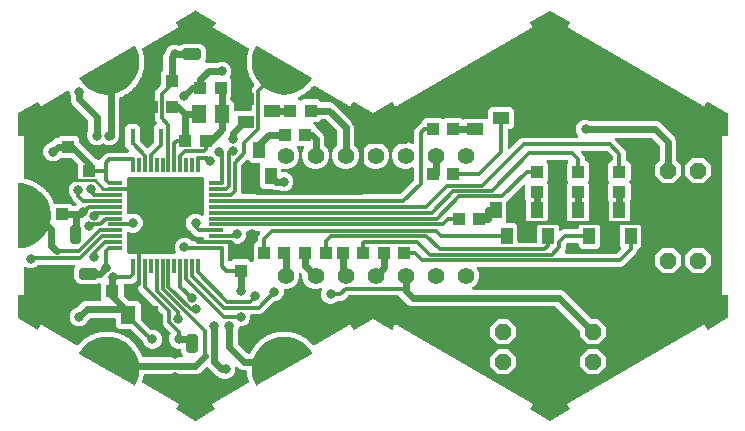
<source format=gbr>
G04 EAGLE Gerber RS-274X export*
G75*
%MOMM*%
%FSLAX34Y34*%
%LPD*%
%INBottom Copper*%
%IPPOS*%
%AMOC8*
5,1,8,0,0,1.08239X$1,22.5*%
G01*
%ADD10C,0.499997*%
%ADD11R,1.100000X1.000000*%
%ADD12R,1.300000X1.500000*%
%ADD13R,1.000000X1.100000*%
%ADD14R,0.400000X1.399997*%
%ADD15C,1.000000*%
%ADD16R,1.000000X1.400000*%
%ADD17R,1.400000X1.000000*%
%ADD18C,1.422400*%
%ADD19P,1.429621X8X202.500000*%
%ADD20P,1.429621X8X112.500000*%
%ADD21R,0.300000X1.200000*%
%ADD22R,1.200000X0.300000*%
%ADD23C,0.609600*%
%ADD24C,0.304800*%
%ADD25C,0.806400*%
%ADD26C,0.254000*%

G36*
X449241Y29511D02*
X449241Y29511D01*
X449318Y29510D01*
X449342Y29519D01*
X449363Y29520D01*
X449402Y29541D01*
X449474Y29567D01*
X465974Y39067D01*
X465996Y39086D01*
X466022Y39099D01*
X466056Y39137D01*
X466059Y39139D01*
X466062Y39143D01*
X466070Y39152D01*
X466123Y39199D01*
X466136Y39225D01*
X466155Y39247D01*
X466178Y39314D01*
X466209Y39378D01*
X466211Y39407D01*
X466220Y39434D01*
X466215Y39506D01*
X466218Y39577D01*
X466208Y39604D01*
X466206Y39633D01*
X466164Y39723D01*
X466149Y39763D01*
X466142Y39771D01*
X466136Y39784D01*
X464394Y42307D01*
X464370Y42331D01*
X464343Y42369D01*
X463336Y43418D01*
X580545Y111086D01*
X580937Y109728D01*
X580953Y109698D01*
X580965Y109653D01*
X582274Y106887D01*
X582291Y106864D01*
X582301Y106837D01*
X582350Y106785D01*
X582393Y106727D01*
X582418Y106713D01*
X582437Y106692D01*
X582503Y106663D01*
X582565Y106627D01*
X582593Y106624D01*
X582619Y106612D01*
X582691Y106611D01*
X582762Y106602D01*
X582789Y106610D01*
X582818Y106610D01*
X582913Y106645D01*
X582953Y106656D01*
X582962Y106663D01*
X582974Y106667D01*
X599474Y116167D01*
X599533Y116219D01*
X599595Y116265D01*
X599606Y116284D01*
X599623Y116299D01*
X599657Y116369D01*
X599697Y116436D01*
X599701Y116461D01*
X599709Y116478D01*
X599711Y116523D01*
X599724Y116600D01*
X599724Y135600D01*
X599719Y135628D01*
X599721Y135656D01*
X599699Y135724D01*
X599685Y135795D01*
X599669Y135818D01*
X599660Y135845D01*
X599613Y135900D01*
X599572Y135959D01*
X599548Y135974D01*
X599530Y135996D01*
X599465Y136027D01*
X599405Y136066D01*
X599377Y136071D01*
X599351Y136083D01*
X599250Y136092D01*
X599208Y136099D01*
X599198Y136097D01*
X599185Y136098D01*
X596135Y135855D01*
X596103Y135846D01*
X596056Y135842D01*
X594660Y135500D01*
X594660Y270900D01*
X596056Y270558D01*
X596090Y270556D01*
X596135Y270545D01*
X599185Y270302D01*
X599214Y270306D01*
X599242Y270301D01*
X599311Y270318D01*
X599383Y270326D01*
X599407Y270341D01*
X599435Y270347D01*
X599493Y270390D01*
X599555Y270426D01*
X599572Y270448D01*
X599595Y270465D01*
X599632Y270527D01*
X599675Y270584D01*
X599682Y270612D01*
X599697Y270636D01*
X599713Y270736D01*
X599724Y270777D01*
X599722Y270787D01*
X599724Y270800D01*
X599724Y289800D01*
X599709Y289876D01*
X599700Y289954D01*
X599689Y289973D01*
X599685Y289995D01*
X599641Y290059D01*
X599602Y290127D01*
X599583Y290143D01*
X599572Y290159D01*
X599534Y290183D01*
X599474Y290233D01*
X582974Y299733D01*
X582947Y299742D01*
X582923Y299758D01*
X582853Y299773D01*
X582785Y299796D01*
X582757Y299793D01*
X582729Y299799D01*
X582659Y299786D01*
X582587Y299780D01*
X582562Y299767D01*
X582534Y299761D01*
X582474Y299721D01*
X582411Y299688D01*
X582393Y299666D01*
X582369Y299650D01*
X582311Y299567D01*
X582284Y299535D01*
X582281Y299524D01*
X582274Y299514D01*
X580965Y296748D01*
X580957Y296715D01*
X580937Y296672D01*
X580545Y295314D01*
X463336Y362982D01*
X464343Y364031D01*
X464361Y364059D01*
X464394Y364093D01*
X466136Y366616D01*
X466147Y366643D01*
X466166Y366665D01*
X466186Y366734D01*
X466214Y366799D01*
X466214Y366828D01*
X466222Y366856D01*
X466214Y366927D01*
X466215Y366998D01*
X466203Y367025D01*
X466200Y367054D01*
X466165Y367116D01*
X466137Y367181D01*
X466117Y367202D01*
X466102Y367227D01*
X466025Y367290D01*
X465995Y367320D01*
X465985Y367324D01*
X465974Y367333D01*
X449474Y376833D01*
X449401Y376857D01*
X449331Y376888D01*
X449307Y376888D01*
X449285Y376896D01*
X449209Y376890D01*
X449132Y376891D01*
X449108Y376881D01*
X449087Y376880D01*
X449048Y376859D01*
X448976Y376833D01*
X432476Y367333D01*
X432454Y367314D01*
X432428Y367301D01*
X432380Y367248D01*
X432327Y367201D01*
X432314Y367175D01*
X432295Y367154D01*
X432272Y367086D01*
X432241Y367022D01*
X432240Y366993D01*
X432230Y366966D01*
X432235Y366894D01*
X432232Y366823D01*
X432242Y366796D01*
X432244Y366767D01*
X432286Y366677D01*
X432301Y366637D01*
X432308Y366629D01*
X432314Y366616D01*
X434056Y364093D01*
X434080Y364069D01*
X434107Y364031D01*
X435114Y362982D01*
X317908Y295315D01*
X317563Y296549D01*
X317548Y296580D01*
X317534Y296627D01*
X316177Y299513D01*
X316159Y299536D01*
X316149Y299563D01*
X316100Y299615D01*
X316058Y299672D01*
X316033Y299687D01*
X316013Y299708D01*
X315948Y299737D01*
X315886Y299772D01*
X315857Y299776D01*
X315831Y299788D01*
X315760Y299789D01*
X315689Y299798D01*
X315661Y299790D01*
X315632Y299791D01*
X315539Y299756D01*
X315498Y299744D01*
X315489Y299737D01*
X315476Y299733D01*
X299225Y290376D01*
X282974Y299733D01*
X282947Y299742D01*
X282923Y299759D01*
X282853Y299773D01*
X282785Y299796D01*
X282756Y299793D01*
X282728Y299799D01*
X282658Y299785D01*
X282587Y299780D01*
X282561Y299766D01*
X282533Y299761D01*
X282474Y299721D01*
X282411Y299688D01*
X282392Y299666D01*
X282368Y299649D01*
X282311Y299567D01*
X282284Y299535D01*
X282281Y299524D01*
X282273Y299513D01*
X280916Y296627D01*
X280907Y296593D01*
X280887Y296549D01*
X280542Y295315D01*
X250027Y312933D01*
X249961Y312961D01*
X249899Y312997D01*
X249815Y313022D01*
X249734Y313056D01*
X249663Y313066D01*
X249594Y313087D01*
X249506Y313090D01*
X249420Y313102D01*
X249348Y313095D01*
X249276Y313097D01*
X249191Y313078D01*
X249103Y313069D01*
X249036Y313044D01*
X248966Y313029D01*
X248887Y312989D01*
X248805Y312958D01*
X248746Y312917D01*
X248682Y312885D01*
X248616Y312827D01*
X248544Y312777D01*
X248497Y312722D01*
X248443Y312675D01*
X248344Y312548D01*
X248057Y312127D01*
X248054Y312126D01*
X248039Y312124D01*
X247989Y312104D01*
X247934Y312086D01*
X247785Y312038D01*
X247782Y312036D01*
X247778Y312034D01*
X247647Y311950D01*
X247516Y311868D01*
X247514Y311865D01*
X247510Y311863D01*
X247393Y311752D01*
X247259Y311606D01*
X247256Y311603D01*
X247253Y311600D01*
X247164Y311474D01*
X247073Y311348D01*
X247072Y311344D01*
X247070Y311341D01*
X247014Y311194D01*
X246958Y311051D01*
X246958Y311047D01*
X246956Y311044D01*
X246934Y310916D01*
X245795Y310007D01*
X245785Y309997D01*
X245773Y309989D01*
X245656Y309878D01*
X244665Y308809D01*
X244538Y308787D01*
X244383Y308762D01*
X244379Y308760D01*
X244375Y308759D01*
X244236Y308697D01*
X244092Y308634D01*
X244089Y308631D01*
X244085Y308629D01*
X243953Y308537D01*
X243798Y308413D01*
X243795Y308411D01*
X243792Y308408D01*
X243683Y308295D01*
X243576Y308185D01*
X243574Y308182D01*
X243571Y308179D01*
X243495Y308044D01*
X243418Y307910D01*
X243417Y307906D01*
X243415Y307902D01*
X243373Y307779D01*
X242112Y307050D01*
X242101Y307042D01*
X242088Y307036D01*
X241956Y306943D01*
X240816Y306034D01*
X240683Y306031D01*
X240530Y306029D01*
X240526Y306028D01*
X240522Y306028D01*
X240372Y305986D01*
X240223Y305946D01*
X240220Y305944D01*
X240216Y305943D01*
X240072Y305871D01*
X239900Y305772D01*
X239897Y305770D01*
X239893Y305768D01*
X239767Y305671D01*
X239647Y305580D01*
X239644Y305577D01*
X239641Y305574D01*
X239544Y305449D01*
X239449Y305330D01*
X239448Y305327D01*
X239445Y305323D01*
X239386Y305208D01*
X238030Y304675D01*
X238017Y304668D01*
X238004Y304665D01*
X237859Y304593D01*
X236452Y303780D01*
X236353Y303704D01*
X236249Y303634D01*
X236226Y303608D01*
X236199Y303588D01*
X236121Y303489D01*
X236038Y303395D01*
X236023Y303365D01*
X236002Y303338D01*
X235950Y303224D01*
X235893Y303112D01*
X235886Y303079D01*
X235872Y303048D01*
X235851Y302924D01*
X235824Y302802D01*
X235825Y302768D01*
X235819Y302734D01*
X235830Y302610D01*
X235833Y302484D01*
X235843Y302451D01*
X235846Y302417D01*
X235887Y302299D01*
X235922Y302178D01*
X235939Y302149D01*
X235950Y302117D01*
X236020Y302013D01*
X236083Y301904D01*
X236116Y301867D01*
X236126Y301852D01*
X236142Y301838D01*
X236190Y301784D01*
X237228Y300746D01*
X237322Y300673D01*
X237411Y300594D01*
X237447Y300576D01*
X237479Y300551D01*
X237588Y300504D01*
X237694Y300450D01*
X237733Y300441D01*
X237771Y300425D01*
X237888Y300406D01*
X238004Y300380D01*
X238045Y300381D01*
X238085Y300375D01*
X238203Y300386D01*
X238322Y300390D01*
X238361Y300401D01*
X238401Y300405D01*
X238513Y300445D01*
X238628Y300478D01*
X238663Y300498D01*
X238701Y300512D01*
X238799Y300579D01*
X238902Y300640D01*
X238947Y300679D01*
X238964Y300691D01*
X238977Y300706D01*
X239023Y300746D01*
X239941Y301665D01*
X253309Y301665D01*
X255389Y299584D01*
X255467Y299524D01*
X255539Y299456D01*
X255592Y299427D01*
X255640Y299390D01*
X255731Y299350D01*
X255818Y299302D01*
X255876Y299287D01*
X255932Y299263D01*
X256030Y299248D01*
X256126Y299223D01*
X256226Y299217D01*
X256246Y299213D01*
X256258Y299215D01*
X256286Y299213D01*
X263352Y299213D01*
X265967Y298130D01*
X280819Y283277D01*
X281880Y280753D01*
X281900Y280724D01*
X281919Y280679D01*
X283338Y278444D01*
X283338Y263219D01*
X283350Y263121D01*
X283353Y263022D01*
X283370Y262964D01*
X283378Y262904D01*
X283414Y262812D01*
X283442Y262717D01*
X283472Y262664D01*
X283495Y262608D01*
X283553Y262528D01*
X283603Y262443D01*
X283669Y262367D01*
X283681Y262351D01*
X283691Y262343D01*
X283709Y262322D01*
X285700Y260331D01*
X287402Y256223D01*
X287402Y251777D01*
X285700Y247669D01*
X282556Y244525D01*
X278448Y242823D01*
X274002Y242823D01*
X269894Y244525D01*
X266750Y247669D01*
X265048Y251777D01*
X265048Y256223D01*
X266750Y260331D01*
X268741Y262322D01*
X268801Y262400D01*
X268869Y262472D01*
X268898Y262525D01*
X268935Y262573D01*
X268975Y262664D01*
X269023Y262751D01*
X269038Y262809D01*
X269062Y262865D01*
X269077Y262963D01*
X269102Y263059D01*
X269108Y263159D01*
X269112Y263179D01*
X269110Y263191D01*
X269112Y263219D01*
X269112Y274341D01*
X269100Y274439D01*
X269097Y274538D01*
X269080Y274596D01*
X269072Y274656D01*
X269036Y274748D01*
X269008Y274843D01*
X268978Y274895D01*
X268955Y274952D01*
X268897Y275032D01*
X268847Y275117D01*
X268781Y275193D01*
X268769Y275209D01*
X268759Y275217D01*
X268741Y275238D01*
X259363Y284616D01*
X259285Y284676D01*
X259213Y284744D01*
X259160Y284773D01*
X259112Y284810D01*
X259021Y284850D01*
X258934Y284898D01*
X258876Y284913D01*
X258820Y284937D01*
X258722Y284952D01*
X258626Y284977D01*
X258526Y284983D01*
X258506Y284987D01*
X258494Y284985D01*
X258466Y284987D01*
X256286Y284987D01*
X256188Y284975D01*
X256089Y284972D01*
X256031Y284955D01*
X255971Y284947D01*
X255879Y284911D01*
X255784Y284883D01*
X255732Y284853D01*
X255675Y284830D01*
X255595Y284772D01*
X255510Y284722D01*
X255434Y284656D01*
X255418Y284644D01*
X255410Y284634D01*
X255389Y284616D01*
X253309Y282535D01*
X250102Y282535D01*
X249965Y282518D01*
X249826Y282505D01*
X249807Y282498D01*
X249787Y282495D01*
X249658Y282444D01*
X249527Y282397D01*
X249510Y282386D01*
X249491Y282378D01*
X249379Y282297D01*
X249264Y282219D01*
X249250Y282203D01*
X249234Y282192D01*
X249145Y282084D01*
X249053Y281980D01*
X249044Y281962D01*
X249031Y281947D01*
X248972Y281821D01*
X248909Y281697D01*
X248904Y281677D01*
X248895Y281659D01*
X248869Y281523D01*
X248839Y281387D01*
X248839Y281366D01*
X248836Y281347D01*
X248844Y281208D01*
X248849Y281069D01*
X248854Y281049D01*
X248855Y281029D01*
X248898Y280897D01*
X248937Y280763D01*
X248947Y280746D01*
X248953Y280727D01*
X249028Y280609D01*
X249098Y280489D01*
X249117Y280468D01*
X249124Y280458D01*
X249139Y280444D01*
X249205Y280369D01*
X250928Y278645D01*
X250931Y278622D01*
X250929Y278593D01*
X250951Y278465D01*
X250967Y278336D01*
X250978Y278309D01*
X250983Y278280D01*
X251036Y278161D01*
X251084Y278041D01*
X251101Y278017D01*
X251114Y277990D01*
X251195Y277888D01*
X251271Y277783D01*
X251294Y277764D01*
X251312Y277741D01*
X251416Y277664D01*
X251516Y277580D01*
X251543Y277568D01*
X251566Y277550D01*
X251674Y277497D01*
X256855Y272317D01*
X257938Y269702D01*
X257938Y263219D01*
X257950Y263121D01*
X257953Y263022D01*
X257970Y262964D01*
X257978Y262904D01*
X258014Y262812D01*
X258042Y262717D01*
X258072Y262664D01*
X258095Y262608D01*
X258153Y262528D01*
X258203Y262443D01*
X258269Y262367D01*
X258281Y262351D01*
X258291Y262343D01*
X258309Y262322D01*
X260300Y260331D01*
X262002Y256223D01*
X262002Y251777D01*
X260300Y247669D01*
X257156Y244525D01*
X253048Y242823D01*
X248602Y242823D01*
X244494Y244525D01*
X241350Y247669D01*
X239648Y251777D01*
X239648Y256223D01*
X241272Y260143D01*
X241285Y260191D01*
X241306Y260236D01*
X241327Y260343D01*
X241356Y260450D01*
X241357Y260499D01*
X241366Y260548D01*
X241359Y260658D01*
X241361Y260768D01*
X241349Y260816D01*
X241346Y260865D01*
X241312Y260970D01*
X241287Y261077D01*
X241263Y261121D01*
X241248Y261168D01*
X241189Y261261D01*
X241138Y261358D01*
X241105Y261395D01*
X241078Y261437D01*
X240998Y261512D01*
X240924Y261593D01*
X240883Y261621D01*
X240846Y261655D01*
X240750Y261708D01*
X240658Y261768D01*
X240611Y261784D01*
X240568Y261808D01*
X240462Y261836D01*
X240358Y261871D01*
X240308Y261875D01*
X240260Y261888D01*
X240099Y261898D01*
X236151Y261898D01*
X236101Y261892D01*
X236052Y261894D01*
X235944Y261872D01*
X235835Y261858D01*
X235789Y261840D01*
X235740Y261830D01*
X235642Y261781D01*
X235540Y261741D01*
X235499Y261712D01*
X235455Y261690D01*
X235371Y261619D01*
X235282Y261554D01*
X235251Y261516D01*
X235213Y261484D01*
X235149Y261394D01*
X235079Y261309D01*
X235058Y261264D01*
X235030Y261223D01*
X234991Y261121D01*
X234944Y261021D01*
X234935Y260973D01*
X234917Y260926D01*
X234905Y260817D01*
X234884Y260709D01*
X234887Y260660D01*
X234882Y260610D01*
X234897Y260501D01*
X234904Y260392D01*
X234919Y260344D01*
X234926Y260295D01*
X234978Y260143D01*
X236602Y256223D01*
X236602Y251777D01*
X234900Y247669D01*
X231756Y244525D01*
X227648Y242823D01*
X223034Y242823D01*
X222916Y242808D01*
X222797Y242801D01*
X222759Y242788D01*
X222718Y242783D01*
X222608Y242740D01*
X222495Y242703D01*
X222460Y242681D01*
X222423Y242666D01*
X222327Y242597D01*
X222226Y242533D01*
X222198Y242503D01*
X222165Y242480D01*
X222089Y242388D01*
X222008Y242301D01*
X221988Y242266D01*
X221963Y242235D01*
X221912Y242127D01*
X221854Y242023D01*
X221844Y241983D01*
X221827Y241947D01*
X221805Y241830D01*
X221775Y241715D01*
X221771Y241655D01*
X221767Y241635D01*
X221769Y241614D01*
X221765Y241554D01*
X221765Y241141D01*
X221780Y241023D01*
X221787Y240904D01*
X221800Y240866D01*
X221805Y240825D01*
X221848Y240715D01*
X221885Y240602D01*
X221907Y240567D01*
X221922Y240530D01*
X221991Y240434D01*
X222055Y240333D01*
X222085Y240305D01*
X222108Y240272D01*
X222200Y240196D01*
X222287Y240115D01*
X222322Y240095D01*
X222353Y240070D01*
X222461Y240019D01*
X222565Y239961D01*
X222605Y239951D01*
X222641Y239934D01*
X222758Y239912D01*
X222873Y239882D01*
X222933Y239878D01*
X222953Y239874D01*
X222974Y239876D01*
X223034Y239872D01*
X225448Y239872D01*
X228424Y238639D01*
X230702Y236361D01*
X231934Y233386D01*
X231934Y230164D01*
X230702Y227189D01*
X228424Y224911D01*
X225574Y223731D01*
X225514Y223696D01*
X225449Y223670D01*
X225376Y223618D01*
X225298Y223573D01*
X225248Y223525D01*
X225192Y223484D01*
X225134Y223414D01*
X225070Y223352D01*
X225033Y223292D01*
X224989Y223239D01*
X224950Y223157D01*
X224903Y223081D01*
X224883Y223014D01*
X224853Y222951D01*
X224836Y222863D01*
X224810Y222777D01*
X224807Y222707D01*
X224793Y222638D01*
X224799Y222549D01*
X224795Y222459D01*
X224809Y222391D01*
X224813Y222321D01*
X224841Y222236D01*
X224859Y222148D01*
X224890Y222085D01*
X224911Y222019D01*
X224959Y221943D01*
X224999Y221862D01*
X225044Y221809D01*
X225081Y221750D01*
X225147Y221688D01*
X225205Y221620D01*
X225262Y221580D01*
X225313Y221532D01*
X225392Y221489D01*
X225465Y221437D01*
X225530Y221412D01*
X225591Y221378D01*
X225678Y221356D01*
X225762Y221324D01*
X225832Y221316D01*
X225899Y221299D01*
X226060Y221289D01*
X322397Y221289D01*
X322495Y221301D01*
X322594Y221304D01*
X322652Y221321D01*
X322712Y221329D01*
X322804Y221365D01*
X322900Y221393D01*
X322952Y221423D01*
X323008Y221446D01*
X323088Y221504D01*
X323173Y221554D01*
X323249Y221620D01*
X323265Y221632D01*
X323273Y221642D01*
X323294Y221660D01*
X333765Y232131D01*
X333825Y232209D01*
X333893Y232281D01*
X333922Y232334D01*
X333959Y232382D01*
X333999Y232473D01*
X334047Y232560D01*
X334062Y232618D01*
X334086Y232674D01*
X334101Y232772D01*
X334126Y232867D01*
X334132Y232968D01*
X334136Y232988D01*
X334134Y233000D01*
X334136Y233028D01*
X334136Y242948D01*
X334130Y242998D01*
X334132Y243047D01*
X334110Y243155D01*
X334096Y243264D01*
X334078Y243310D01*
X334068Y243359D01*
X334020Y243457D01*
X333979Y243560D01*
X333950Y243600D01*
X333928Y243644D01*
X333857Y243728D01*
X333793Y243817D01*
X333754Y243849D01*
X333722Y243886D01*
X333632Y243950D01*
X333548Y244020D01*
X333503Y244041D01*
X333462Y244070D01*
X333359Y244109D01*
X333260Y244155D01*
X333211Y244165D01*
X333165Y244182D01*
X333055Y244194D01*
X332948Y244215D01*
X332898Y244212D01*
X332849Y244218D01*
X332740Y244202D01*
X332630Y244195D01*
X332583Y244180D01*
X332534Y244173D01*
X332381Y244121D01*
X329248Y242823D01*
X324802Y242823D01*
X320694Y244525D01*
X317550Y247669D01*
X315848Y251777D01*
X315848Y256223D01*
X317550Y260331D01*
X320694Y263475D01*
X324802Y265177D01*
X329248Y265177D01*
X332381Y263879D01*
X332429Y263866D01*
X332474Y263845D01*
X332582Y263824D01*
X332688Y263795D01*
X332738Y263794D01*
X332787Y263785D01*
X332896Y263792D01*
X333006Y263790D01*
X333054Y263802D01*
X333104Y263805D01*
X333208Y263838D01*
X333315Y263864D01*
X333359Y263887D01*
X333406Y263903D01*
X333499Y263961D01*
X333596Y264013D01*
X333633Y264046D01*
X333675Y264073D01*
X333750Y264153D01*
X333832Y264227D01*
X333859Y264268D01*
X333893Y264304D01*
X333946Y264401D01*
X334006Y264492D01*
X334023Y264539D01*
X334047Y264583D01*
X334074Y264689D01*
X334110Y264793D01*
X334114Y264843D01*
X334126Y264891D01*
X334136Y265052D01*
X334136Y274162D01*
X334987Y276216D01*
X339734Y280963D01*
X340427Y281250D01*
X340452Y281264D01*
X340480Y281273D01*
X340590Y281343D01*
X340703Y281407D01*
X340724Y281428D01*
X340749Y281444D01*
X340838Y281538D01*
X340931Y281629D01*
X340947Y281654D01*
X340967Y281675D01*
X341030Y281789D01*
X341098Y281900D01*
X341106Y281928D01*
X341121Y281954D01*
X341153Y282079D01*
X341191Y282204D01*
X341193Y282233D01*
X341200Y282262D01*
X341210Y282422D01*
X341210Y283409D01*
X343591Y285790D01*
X356959Y285790D01*
X357878Y284871D01*
X357972Y284798D01*
X358061Y284719D01*
X358097Y284701D01*
X358129Y284676D01*
X358238Y284629D01*
X358344Y284575D01*
X358383Y284566D01*
X358421Y284550D01*
X358538Y284531D01*
X358654Y284505D01*
X358695Y284506D01*
X358735Y284500D01*
X358853Y284511D01*
X358972Y284515D01*
X359011Y284526D01*
X359051Y284530D01*
X359163Y284570D01*
X359278Y284603D01*
X359313Y284623D01*
X359351Y284637D01*
X359449Y284704D01*
X359552Y284765D01*
X359597Y284804D01*
X359614Y284816D01*
X359627Y284831D01*
X359673Y284871D01*
X360591Y285790D01*
X373959Y285790D01*
X374915Y284833D01*
X375009Y284760D01*
X375098Y284682D01*
X375134Y284663D01*
X375166Y284638D01*
X375276Y284591D01*
X375382Y284537D01*
X375421Y284528D01*
X375458Y284512D01*
X375576Y284493D01*
X375692Y284467D01*
X375732Y284469D01*
X375772Y284462D01*
X375891Y284473D01*
X376010Y284477D01*
X376049Y284488D01*
X376089Y284492D01*
X376201Y284532D01*
X376315Y284565D01*
X376350Y284586D01*
X376388Y284600D01*
X376487Y284667D01*
X376589Y284727D01*
X376634Y284767D01*
X376651Y284778D01*
X376665Y284794D01*
X376710Y284833D01*
X377191Y285315D01*
X394559Y285315D01*
X394643Y285230D01*
X394753Y285145D01*
X394860Y285056D01*
X394879Y285047D01*
X394895Y285035D01*
X395023Y284980D01*
X395148Y284920D01*
X395168Y284917D01*
X395187Y284909D01*
X395325Y284887D01*
X395461Y284861D01*
X395481Y284862D01*
X395501Y284859D01*
X395640Y284872D01*
X395778Y284880D01*
X395797Y284887D01*
X395817Y284889D01*
X395949Y284936D01*
X396080Y284978D01*
X396097Y284989D01*
X396117Y284996D01*
X396232Y285074D01*
X396349Y285149D01*
X396363Y285163D01*
X396380Y285175D01*
X396472Y285279D01*
X396567Y285380D01*
X396577Y285398D01*
X396590Y285413D01*
X396654Y285537D01*
X396721Y285659D01*
X396726Y285678D01*
X396735Y285696D01*
X396765Y285832D01*
X396800Y285967D01*
X396802Y285995D01*
X396805Y286007D01*
X396804Y286027D01*
X396810Y286127D01*
X396810Y292434D01*
X399191Y294815D01*
X416559Y294815D01*
X418940Y292434D01*
X418940Y279066D01*
X416559Y276685D01*
X414733Y276685D01*
X414615Y276670D01*
X414496Y276663D01*
X414458Y276650D01*
X414417Y276645D01*
X414307Y276602D01*
X414194Y276565D01*
X414159Y276543D01*
X414122Y276528D01*
X414026Y276459D01*
X413925Y276395D01*
X413897Y276365D01*
X413864Y276342D01*
X413788Y276250D01*
X413707Y276163D01*
X413687Y276128D01*
X413662Y276097D01*
X413611Y275989D01*
X413553Y275885D01*
X413543Y275845D01*
X413526Y275809D01*
X413504Y275692D01*
X413474Y275577D01*
X413470Y275517D01*
X413466Y275497D01*
X413468Y275476D01*
X413464Y275416D01*
X413464Y260919D01*
X413481Y260782D01*
X413494Y260643D01*
X413501Y260624D01*
X413504Y260604D01*
X413555Y260474D01*
X413602Y260343D01*
X413613Y260327D01*
X413621Y260308D01*
X413702Y260196D01*
X413780Y260080D01*
X413796Y260067D01*
X413807Y260051D01*
X413915Y259962D01*
X414019Y259870D01*
X414037Y259861D01*
X414052Y259848D01*
X414178Y259788D01*
X414302Y259725D01*
X414322Y259721D01*
X414340Y259712D01*
X414476Y259686D01*
X414612Y259656D01*
X414633Y259656D01*
X414652Y259652D01*
X414791Y259661D01*
X414930Y259665D01*
X414950Y259671D01*
X414970Y259672D01*
X415102Y259715D01*
X415236Y259754D01*
X415253Y259764D01*
X415272Y259770D01*
X415390Y259845D01*
X415510Y259915D01*
X415531Y259934D01*
X415541Y259940D01*
X415555Y259955D01*
X415630Y260022D01*
X423872Y268263D01*
X425926Y269114D01*
X472022Y269114D01*
X472159Y269131D01*
X472298Y269144D01*
X472317Y269151D01*
X472337Y269154D01*
X472467Y269205D01*
X472597Y269252D01*
X472614Y269263D01*
X472633Y269271D01*
X472745Y269352D01*
X472860Y269430D01*
X472874Y269446D01*
X472890Y269457D01*
X472979Y269565D01*
X473071Y269669D01*
X473080Y269687D01*
X473093Y269702D01*
X473152Y269828D01*
X473215Y269952D01*
X473220Y269972D01*
X473228Y269990D01*
X473254Y270126D01*
X473285Y270262D01*
X473284Y270283D01*
X473288Y270302D01*
X473280Y270441D01*
X473275Y270580D01*
X473270Y270600D01*
X473268Y270620D01*
X473226Y270752D01*
X473187Y270886D01*
X473177Y270903D01*
X473170Y270922D01*
X473096Y271040D01*
X473025Y271160D01*
X473007Y271181D01*
X473000Y271191D01*
X472985Y271205D01*
X472919Y271281D01*
X472561Y271639D01*
X471328Y274614D01*
X471328Y277836D01*
X472561Y280811D01*
X474839Y283089D01*
X477814Y284322D01*
X481036Y284322D01*
X483178Y283434D01*
X483187Y283432D01*
X483195Y283427D01*
X483340Y283390D01*
X483485Y283350D01*
X483494Y283350D01*
X483503Y283348D01*
X483664Y283338D01*
X539577Y283338D01*
X542192Y282255D01*
X555305Y269142D01*
X556388Y266527D01*
X556388Y249801D01*
X556400Y249703D01*
X556403Y249604D01*
X556420Y249545D01*
X556428Y249485D01*
X556464Y249393D01*
X556492Y249298D01*
X556522Y249246D01*
X556545Y249190D01*
X556603Y249109D01*
X556653Y249024D01*
X556719Y248949D01*
X556731Y248932D01*
X556741Y248924D01*
X556759Y248903D01*
X559944Y245719D01*
X559944Y236881D01*
X553694Y230631D01*
X544856Y230631D01*
X538606Y236881D01*
X538606Y245719D01*
X541791Y248903D01*
X541851Y248982D01*
X541919Y249054D01*
X541948Y249107D01*
X541985Y249155D01*
X542025Y249246D01*
X542073Y249332D01*
X542088Y249391D01*
X542112Y249446D01*
X542127Y249544D01*
X542152Y249640D01*
X542158Y249740D01*
X542162Y249761D01*
X542160Y249773D01*
X542162Y249801D01*
X542162Y261641D01*
X542150Y261739D01*
X542147Y261838D01*
X542130Y261896D01*
X542122Y261956D01*
X542086Y262048D01*
X542058Y262143D01*
X542028Y262195D01*
X542005Y262252D01*
X541947Y262332D01*
X541897Y262417D01*
X541831Y262493D01*
X541819Y262509D01*
X541809Y262517D01*
X541791Y262538D01*
X535588Y268741D01*
X535510Y268801D01*
X535438Y268869D01*
X535385Y268898D01*
X535337Y268935D01*
X535246Y268975D01*
X535159Y269023D01*
X535101Y269038D01*
X535045Y269062D01*
X534947Y269077D01*
X534851Y269102D01*
X534751Y269108D01*
X534731Y269112D01*
X534719Y269110D01*
X534691Y269112D01*
X505443Y269112D01*
X505305Y269095D01*
X505167Y269082D01*
X505148Y269075D01*
X505128Y269072D01*
X504998Y269021D01*
X504867Y268974D01*
X504851Y268963D01*
X504832Y268955D01*
X504720Y268874D01*
X504604Y268796D01*
X504591Y268780D01*
X504575Y268769D01*
X504486Y268662D01*
X504394Y268557D01*
X504385Y268539D01*
X504372Y268524D01*
X504313Y268398D01*
X504249Y268274D01*
X504245Y268254D01*
X504236Y268236D01*
X504210Y268100D01*
X504180Y267964D01*
X504180Y267943D01*
X504176Y267924D01*
X504185Y267785D01*
X504189Y267646D01*
X504195Y267626D01*
X504196Y267606D01*
X504239Y267474D01*
X504278Y267340D01*
X504288Y267323D01*
X504294Y267304D01*
X504368Y267186D01*
X504439Y267066D01*
X504458Y267045D01*
X504464Y267035D01*
X504479Y267021D01*
X504546Y266945D01*
X504979Y266512D01*
X512738Y258753D01*
X513589Y256699D01*
X513589Y250609D01*
X513604Y250491D01*
X513611Y250372D01*
X513624Y250334D01*
X513629Y250293D01*
X513672Y250183D01*
X513709Y250070D01*
X513731Y250035D01*
X513746Y249998D01*
X513815Y249902D01*
X513879Y249801D01*
X513909Y249773D01*
X513932Y249740D01*
X514024Y249664D01*
X514111Y249583D01*
X514146Y249563D01*
X514177Y249538D01*
X514285Y249487D01*
X514389Y249429D01*
X514429Y249419D01*
X514465Y249402D01*
X514582Y249380D01*
X514697Y249350D01*
X514757Y249346D01*
X514777Y249342D01*
X514798Y249344D01*
X514858Y249340D01*
X515184Y249340D01*
X517565Y246959D01*
X517565Y233591D01*
X516646Y232672D01*
X516573Y232578D01*
X516494Y232489D01*
X516476Y232453D01*
X516451Y232421D01*
X516404Y232312D01*
X516350Y232206D01*
X516341Y232167D01*
X516325Y232129D01*
X516306Y232012D01*
X516280Y231896D01*
X516281Y231855D01*
X516275Y231815D01*
X516286Y231697D01*
X516290Y231578D01*
X516301Y231539D01*
X516305Y231499D01*
X516345Y231387D01*
X516378Y231272D01*
X516398Y231237D01*
X516412Y231199D01*
X516479Y231101D01*
X516540Y230998D01*
X516579Y230953D01*
X516591Y230936D01*
X516606Y230923D01*
X516646Y230877D01*
X517565Y229959D01*
X517565Y216591D01*
X517461Y216488D01*
X517401Y216410D01*
X517333Y216338D01*
X517304Y216285D01*
X517267Y216237D01*
X517227Y216146D01*
X517179Y216059D01*
X517164Y216001D01*
X517140Y215945D01*
X517125Y215847D01*
X517100Y215751D01*
X517094Y215651D01*
X517090Y215631D01*
X517092Y215619D01*
X517090Y215591D01*
X517090Y199166D01*
X517005Y199082D01*
X516920Y198972D01*
X516831Y198865D01*
X516822Y198846D01*
X516810Y198830D01*
X516755Y198702D01*
X516695Y198577D01*
X516692Y198557D01*
X516684Y198538D01*
X516662Y198400D01*
X516636Y198264D01*
X516637Y198244D01*
X516634Y198224D01*
X516647Y198085D01*
X516655Y197947D01*
X516662Y197928D01*
X516664Y197908D01*
X516711Y197776D01*
X516753Y197645D01*
X516764Y197628D01*
X516771Y197608D01*
X516849Y197493D01*
X516924Y197376D01*
X516938Y197362D01*
X516950Y197345D01*
X517054Y197253D01*
X517155Y197158D01*
X517173Y197148D01*
X517188Y197135D01*
X517312Y197071D01*
X517434Y197004D01*
X517453Y196999D01*
X517471Y196990D01*
X517607Y196960D01*
X517742Y196925D01*
X517770Y196923D01*
X517782Y196920D01*
X517802Y196921D01*
X517902Y196915D01*
X524209Y196915D01*
X526590Y194534D01*
X526590Y177166D01*
X524189Y174766D01*
X524146Y174763D01*
X524108Y174750D01*
X524067Y174745D01*
X523957Y174702D01*
X523844Y174665D01*
X523809Y174643D01*
X523772Y174628D01*
X523676Y174559D01*
X523575Y174495D01*
X523547Y174465D01*
X523514Y174442D01*
X523438Y174350D01*
X523357Y174263D01*
X523337Y174228D01*
X523312Y174197D01*
X523261Y174089D01*
X523203Y173985D01*
X523193Y173945D01*
X523176Y173909D01*
X523154Y173792D01*
X523124Y173677D01*
X523120Y173617D01*
X523116Y173597D01*
X523118Y173576D01*
X523114Y173516D01*
X523114Y173513D01*
X522263Y171459D01*
X511547Y160743D01*
X509493Y159892D01*
X388719Y159892D01*
X388669Y159886D01*
X388620Y159888D01*
X388512Y159866D01*
X388403Y159852D01*
X388357Y159834D01*
X388308Y159824D01*
X388210Y159776D01*
X388108Y159735D01*
X388067Y159706D01*
X388023Y159684D01*
X387939Y159613D01*
X387850Y159549D01*
X387818Y159510D01*
X387781Y159478D01*
X387718Y159388D01*
X387647Y159304D01*
X387626Y159259D01*
X387598Y159218D01*
X387559Y159115D01*
X387512Y159016D01*
X387503Y158967D01*
X387485Y158921D01*
X387473Y158811D01*
X387452Y158704D01*
X387455Y158654D01*
X387450Y158605D01*
X387465Y158496D01*
X387472Y158386D01*
X387487Y158339D01*
X387494Y158290D01*
X387546Y158137D01*
X389002Y154623D01*
X389002Y150177D01*
X387300Y146069D01*
X384156Y142925D01*
X384107Y142905D01*
X384047Y142870D01*
X383982Y142844D01*
X383909Y142792D01*
X383831Y142747D01*
X383781Y142699D01*
X383724Y142658D01*
X383667Y142588D01*
X383603Y142526D01*
X383566Y142466D01*
X383522Y142413D01*
X383483Y142331D01*
X383436Y142255D01*
X383416Y142188D01*
X383386Y142125D01*
X383369Y142037D01*
X383343Y141951D01*
X383339Y141881D01*
X383326Y141812D01*
X383332Y141723D01*
X383328Y141633D01*
X383342Y141565D01*
X383346Y141495D01*
X383374Y141410D01*
X383392Y141322D01*
X383423Y141259D01*
X383444Y141193D01*
X383492Y141117D01*
X383532Y141036D01*
X383577Y140983D01*
X383614Y140924D01*
X383680Y140862D01*
X383738Y140794D01*
X383795Y140754D01*
X383846Y140706D01*
X383924Y140663D01*
X383998Y140611D01*
X384063Y140586D01*
X384124Y140552D01*
X384211Y140530D01*
X384295Y140498D01*
X384365Y140490D01*
X384432Y140473D01*
X384593Y140463D01*
X458615Y140463D01*
X461229Y139380D01*
X463408Y137201D01*
X463408Y137200D01*
X484793Y115815D01*
X484872Y115755D01*
X484944Y115687D01*
X484997Y115658D01*
X485045Y115621D01*
X485136Y115581D01*
X485222Y115533D01*
X485281Y115518D01*
X485337Y115494D01*
X485434Y115479D01*
X485530Y115454D01*
X485630Y115448D01*
X485651Y115444D01*
X485663Y115446D01*
X485691Y115444D01*
X490194Y115444D01*
X496444Y109194D01*
X496444Y100356D01*
X490194Y94106D01*
X481356Y94106D01*
X475106Y100356D01*
X475106Y104859D01*
X475094Y104957D01*
X475091Y105056D01*
X475074Y105115D01*
X475066Y105175D01*
X475030Y105267D01*
X475002Y105362D01*
X474972Y105414D01*
X474949Y105470D01*
X474891Y105550D01*
X474841Y105636D01*
X474775Y105711D01*
X474763Y105728D01*
X474753Y105735D01*
X474735Y105757D01*
X454626Y125866D01*
X454547Y125926D01*
X454475Y125994D01*
X454422Y126023D01*
X454374Y126060D01*
X454283Y126100D01*
X454197Y126148D01*
X454138Y126163D01*
X454082Y126187D01*
X453984Y126202D01*
X453889Y126227D01*
X453789Y126233D01*
X453768Y126237D01*
X453756Y126235D01*
X453728Y126237D01*
X331960Y126237D01*
X329346Y127320D01*
X327167Y129499D01*
X321339Y135327D01*
X321261Y135388D01*
X321189Y135456D01*
X321136Y135485D01*
X321088Y135522D01*
X320997Y135561D01*
X320910Y135609D01*
X320852Y135624D01*
X320796Y135648D01*
X320698Y135664D01*
X320602Y135689D01*
X320502Y135695D01*
X320482Y135698D01*
X320470Y135697D01*
X320442Y135699D01*
X303300Y135699D01*
X300903Y136104D01*
X300868Y136103D01*
X300819Y136111D01*
X297631Y136111D01*
X297596Y136104D01*
X297547Y136104D01*
X295150Y135699D01*
X279066Y135699D01*
X278967Y135686D01*
X278868Y135683D01*
X278810Y135667D01*
X278750Y135659D01*
X278658Y135622D01*
X278563Y135595D01*
X278511Y135564D01*
X278454Y135542D01*
X278374Y135484D01*
X278289Y135433D01*
X278214Y135367D01*
X278197Y135355D01*
X278189Y135346D01*
X278168Y135327D01*
X274628Y131787D01*
X272574Y130936D01*
X269913Y130936D01*
X269814Y130924D01*
X269715Y130921D01*
X269657Y130904D01*
X269597Y130896D01*
X269505Y130860D01*
X269410Y130832D01*
X269358Y130802D01*
X269301Y130779D01*
X269221Y130721D01*
X269136Y130671D01*
X269060Y130605D01*
X269044Y130593D01*
X269036Y130583D01*
X269015Y130565D01*
X268111Y129661D01*
X265136Y128428D01*
X261914Y128428D01*
X258939Y129661D01*
X256661Y131939D01*
X255428Y134914D01*
X255428Y138136D01*
X256292Y140222D01*
X256329Y140356D01*
X256370Y140489D01*
X256371Y140509D01*
X256376Y140529D01*
X256379Y140668D01*
X256385Y140806D01*
X256381Y140826D01*
X256381Y140847D01*
X256349Y140983D01*
X256321Y141118D01*
X256312Y141136D01*
X256307Y141156D01*
X256242Y141279D01*
X256181Y141404D01*
X256168Y141419D01*
X256159Y141437D01*
X256065Y141540D01*
X255975Y141646D01*
X255958Y141657D01*
X255945Y141672D01*
X255828Y141749D01*
X255715Y141829D01*
X255696Y141836D01*
X255679Y141847D01*
X255547Y141892D01*
X255417Y141941D01*
X255397Y141944D01*
X255378Y141950D01*
X255240Y141961D01*
X255101Y141977D01*
X255081Y141974D01*
X255061Y141975D01*
X254924Y141952D01*
X254786Y141932D01*
X254760Y141923D01*
X254748Y141921D01*
X254729Y141913D01*
X254634Y141880D01*
X253048Y141223D01*
X248602Y141223D01*
X244494Y142925D01*
X241350Y146069D01*
X239648Y150177D01*
X239648Y152992D01*
X239636Y153090D01*
X239633Y153189D01*
X239616Y153248D01*
X239608Y153308D01*
X239572Y153400D01*
X239544Y153495D01*
X239514Y153547D01*
X239491Y153603D01*
X239433Y153683D01*
X239383Y153769D01*
X239317Y153844D01*
X239305Y153861D01*
X239295Y153868D01*
X239277Y153890D01*
X238769Y154398D01*
X238659Y154483D01*
X238552Y154572D01*
X238533Y154580D01*
X238517Y154593D01*
X238389Y154648D01*
X238264Y154707D01*
X238244Y154711D01*
X238225Y154719D01*
X238087Y154741D01*
X237951Y154767D01*
X237931Y154766D01*
X237911Y154769D01*
X237772Y154756D01*
X237634Y154747D01*
X237615Y154741D01*
X237595Y154739D01*
X237464Y154692D01*
X237332Y154649D01*
X237314Y154638D01*
X237295Y154631D01*
X237181Y154553D01*
X237063Y154479D01*
X237049Y154464D01*
X237032Y154453D01*
X236940Y154349D01*
X236845Y154247D01*
X236835Y154229D01*
X236822Y154214D01*
X236759Y154090D01*
X236691Y153969D01*
X236686Y153949D01*
X236677Y153931D01*
X236647Y153795D01*
X236612Y153661D01*
X236610Y153633D01*
X236607Y153621D01*
X236608Y153600D01*
X236602Y153500D01*
X236602Y150177D01*
X234900Y146069D01*
X231756Y142925D01*
X227648Y141223D01*
X225266Y141223D01*
X225148Y141208D01*
X225029Y141201D01*
X224991Y141188D01*
X224950Y141183D01*
X224840Y141140D01*
X224727Y141103D01*
X224692Y141081D01*
X224655Y141066D01*
X224559Y140997D01*
X224458Y140933D01*
X224430Y140903D01*
X224397Y140880D01*
X224321Y140788D01*
X224240Y140701D01*
X224220Y140666D01*
X224195Y140635D01*
X224144Y140527D01*
X224086Y140423D01*
X224076Y140383D01*
X224059Y140347D01*
X224037Y140230D01*
X224007Y140115D01*
X224003Y140055D01*
X223999Y140035D01*
X224001Y140014D01*
X223997Y139954D01*
X223997Y136960D01*
X222764Y133984D01*
X220486Y131706D01*
X217511Y130474D01*
X216233Y130474D01*
X216134Y130461D01*
X216035Y130458D01*
X215977Y130441D01*
X215917Y130434D01*
X215825Y130397D01*
X215730Y130370D01*
X215678Y130339D01*
X215621Y130317D01*
X215541Y130259D01*
X215456Y130208D01*
X215381Y130142D01*
X215364Y130130D01*
X215356Y130121D01*
X215335Y130102D01*
X205816Y120583D01*
X203762Y119732D01*
X196691Y119732D01*
X196573Y119717D01*
X196454Y119710D01*
X196416Y119697D01*
X196375Y119692D01*
X196265Y119649D01*
X196152Y119612D01*
X196117Y119590D01*
X196080Y119575D01*
X195984Y119506D01*
X195883Y119442D01*
X195855Y119412D01*
X195822Y119389D01*
X195746Y119297D01*
X195665Y119210D01*
X195645Y119175D01*
X195620Y119144D01*
X195569Y119036D01*
X195511Y118932D01*
X195501Y118892D01*
X195484Y118856D01*
X195462Y118739D01*
X195432Y118624D01*
X195428Y118564D01*
X195424Y118544D01*
X195426Y118523D01*
X195422Y118463D01*
X195422Y115864D01*
X194189Y112889D01*
X191911Y110611D01*
X188936Y109378D01*
X187166Y109378D01*
X187048Y109363D01*
X186929Y109356D01*
X186891Y109343D01*
X186850Y109338D01*
X186740Y109295D01*
X186627Y109258D01*
X186592Y109236D01*
X186555Y109221D01*
X186459Y109152D01*
X186358Y109088D01*
X186330Y109058D01*
X186297Y109035D01*
X186221Y108943D01*
X186140Y108856D01*
X186120Y108821D01*
X186095Y108790D01*
X186044Y108682D01*
X185986Y108578D01*
X185976Y108538D01*
X185959Y108502D01*
X185937Y108385D01*
X185907Y108270D01*
X185903Y108210D01*
X185899Y108190D01*
X185901Y108169D01*
X185897Y108109D01*
X185897Y107927D01*
X185009Y105785D01*
X185007Y105776D01*
X185002Y105768D01*
X184979Y105678D01*
X184975Y105669D01*
X184970Y105641D01*
X184965Y105622D01*
X184925Y105478D01*
X184925Y105469D01*
X184923Y105460D01*
X184917Y105365D01*
X184915Y105356D01*
X184916Y105348D01*
X184913Y105299D01*
X184913Y95547D01*
X184925Y95449D01*
X184928Y95350D01*
X184945Y95291D01*
X184953Y95231D01*
X184989Y95139D01*
X185017Y95044D01*
X185047Y94992D01*
X185070Y94936D01*
X185128Y94856D01*
X185178Y94770D01*
X185244Y94695D01*
X185256Y94678D01*
X185266Y94671D01*
X185284Y94649D01*
X193149Y86784D01*
X193228Y86724D01*
X193300Y86656D01*
X193353Y86627D01*
X193401Y86590D01*
X193492Y86550D01*
X193578Y86502D01*
X193637Y86487D01*
X193693Y86463D01*
X193791Y86448D01*
X193886Y86423D01*
X193986Y86417D01*
X194007Y86413D01*
X194019Y86415D01*
X194047Y86413D01*
X194733Y86413D01*
X194810Y86423D01*
X194889Y86422D01*
X194968Y86442D01*
X195048Y86453D01*
X195121Y86481D01*
X195197Y86501D01*
X195268Y86540D01*
X195344Y86570D01*
X195407Y86616D01*
X195476Y86653D01*
X195536Y86709D01*
X195601Y86756D01*
X195651Y86817D01*
X195709Y86870D01*
X195752Y86939D01*
X195804Y87001D01*
X195838Y87072D01*
X195880Y87138D01*
X195905Y87216D01*
X195940Y87289D01*
X195954Y87366D01*
X195979Y87440D01*
X195984Y87522D01*
X195999Y87601D01*
X195995Y87680D01*
X196000Y87758D01*
X195992Y87818D01*
X196816Y89026D01*
X196823Y89039D01*
X196832Y89050D01*
X196911Y89191D01*
X197544Y90504D01*
X197663Y90564D01*
X197800Y90632D01*
X197803Y90635D01*
X197807Y90637D01*
X197923Y90739D01*
X198040Y90840D01*
X198043Y90844D01*
X198046Y90846D01*
X198145Y90973D01*
X198257Y91137D01*
X198258Y91141D01*
X198261Y91144D01*
X198331Y91282D01*
X198401Y91420D01*
X198402Y91424D01*
X198404Y91428D01*
X198436Y91575D01*
X198471Y91730D01*
X198471Y91735D01*
X198472Y91739D01*
X198476Y91869D01*
X199467Y92936D01*
X199475Y92948D01*
X199486Y92957D01*
X199585Y93084D01*
X200407Y94289D01*
X200531Y94330D01*
X200678Y94377D01*
X200682Y94379D01*
X200686Y94381D01*
X200815Y94464D01*
X200947Y94547D01*
X200950Y94550D01*
X200954Y94552D01*
X201070Y94663D01*
X201205Y94808D01*
X201208Y94812D01*
X201211Y94814D01*
X201299Y94939D01*
X201391Y95067D01*
X201392Y95071D01*
X201394Y95074D01*
X201449Y95218D01*
X201506Y95363D01*
X201507Y95367D01*
X201508Y95371D01*
X201531Y95499D01*
X202670Y96407D01*
X202680Y96417D01*
X202692Y96425D01*
X202809Y96536D01*
X203801Y97604D01*
X203931Y97626D01*
X204083Y97651D01*
X204086Y97653D01*
X204091Y97654D01*
X204232Y97717D01*
X204374Y97779D01*
X204377Y97782D01*
X204381Y97783D01*
X204513Y97876D01*
X204668Y97999D01*
X204671Y98002D01*
X204674Y98004D01*
X204782Y98116D01*
X204890Y98227D01*
X204892Y98230D01*
X204895Y98233D01*
X204970Y98367D01*
X205048Y98503D01*
X205049Y98507D01*
X205051Y98510D01*
X205093Y98633D01*
X206354Y99361D01*
X206366Y99370D01*
X206379Y99376D01*
X206511Y99468D01*
X207651Y100377D01*
X207783Y100379D01*
X207937Y100381D01*
X207941Y100382D01*
X207945Y100382D01*
X208096Y100424D01*
X208244Y100464D01*
X208248Y100466D01*
X208252Y100468D01*
X208396Y100539D01*
X208568Y100638D01*
X208571Y100641D01*
X208575Y100642D01*
X208696Y100735D01*
X208821Y100830D01*
X208824Y100833D01*
X208827Y100836D01*
X208921Y100956D01*
X209019Y101079D01*
X209020Y101083D01*
X209023Y101086D01*
X209082Y101202D01*
X210438Y101734D01*
X210451Y101740D01*
X210465Y101744D01*
X210609Y101816D01*
X211872Y102544D01*
X212001Y102528D01*
X212155Y102506D01*
X212159Y102507D01*
X212163Y102506D01*
X212318Y102525D01*
X212471Y102543D01*
X212475Y102544D01*
X212479Y102545D01*
X212632Y102594D01*
X212817Y102666D01*
X212821Y102668D01*
X212825Y102669D01*
X212960Y102744D01*
X213096Y102819D01*
X213099Y102821D01*
X213103Y102823D01*
X213215Y102930D01*
X213329Y103036D01*
X213331Y103039D01*
X213334Y103042D01*
X213410Y103147D01*
X214830Y103471D01*
X214843Y103476D01*
X214858Y103477D01*
X215011Y103527D01*
X216369Y104059D01*
X216495Y104023D01*
X216643Y103979D01*
X216647Y103979D01*
X216651Y103978D01*
X216807Y103973D01*
X216961Y103968D01*
X216965Y103969D01*
X216969Y103969D01*
X217128Y103995D01*
X217321Y104039D01*
X217325Y104040D01*
X217329Y104040D01*
X217341Y104045D01*
X217354Y104047D01*
X217484Y104098D01*
X217620Y104148D01*
X217623Y104150D01*
X217627Y104151D01*
X217638Y104159D01*
X217650Y104164D01*
X217759Y104243D01*
X217882Y104327D01*
X217885Y104330D01*
X217888Y104333D01*
X217902Y104347D01*
X217907Y104350D01*
X217916Y104361D01*
X217979Y104426D01*
X219432Y104534D01*
X219446Y104537D01*
X219460Y104537D01*
X219619Y104562D01*
X221041Y104886D01*
X221162Y104831D01*
X221300Y104767D01*
X221304Y104766D01*
X221308Y104764D01*
X221461Y104737D01*
X221613Y104708D01*
X221617Y104708D01*
X221621Y104708D01*
X221782Y104709D01*
X221980Y104724D01*
X221984Y104725D01*
X221988Y104725D01*
X222140Y104757D01*
X222291Y104787D01*
X222295Y104789D01*
X222299Y104790D01*
X222438Y104859D01*
X222577Y104926D01*
X222581Y104929D01*
X222584Y104931D01*
X222688Y105009D01*
X224140Y104900D01*
X224155Y104900D01*
X224169Y104898D01*
X224330Y104900D01*
X225784Y105008D01*
X225894Y104936D01*
X226023Y104851D01*
X226027Y104850D01*
X226030Y104847D01*
X226177Y104797D01*
X226323Y104747D01*
X226327Y104746D01*
X226331Y104745D01*
X226491Y104723D01*
X226688Y104708D01*
X226692Y104708D01*
X226696Y104707D01*
X226848Y104716D01*
X227006Y104724D01*
X227010Y104725D01*
X227014Y104725D01*
X227163Y104773D01*
X227310Y104818D01*
X227313Y104821D01*
X227317Y104822D01*
X227431Y104884D01*
X228851Y104559D01*
X228865Y104558D01*
X228879Y104553D01*
X229038Y104531D01*
X230492Y104422D01*
X230595Y104330D01*
X230601Y104325D01*
X230680Y104250D01*
X230689Y104245D01*
X230705Y104231D01*
X230709Y104229D01*
X230712Y104226D01*
X230852Y104154D01*
X230926Y104115D01*
X230959Y104096D01*
X230962Y104096D01*
X230987Y104083D01*
X230990Y104082D01*
X230994Y104080D01*
X231149Y104034D01*
X231342Y103990D01*
X231346Y103990D01*
X231350Y103988D01*
X231506Y103974D01*
X231658Y103958D01*
X231662Y103959D01*
X231667Y103959D01*
X231820Y103983D01*
X231973Y104007D01*
X231976Y104008D01*
X231981Y104009D01*
X232103Y104053D01*
X233458Y103521D01*
X233472Y103517D01*
X233485Y103511D01*
X233639Y103465D01*
X235061Y103140D01*
X235144Y103040D01*
X235243Y102919D01*
X235246Y102917D01*
X235249Y102914D01*
X235373Y102823D01*
X235499Y102731D01*
X235503Y102730D01*
X235506Y102727D01*
X235652Y102659D01*
X235836Y102586D01*
X235840Y102585D01*
X235844Y102584D01*
X235995Y102546D01*
X236145Y102508D01*
X236149Y102508D01*
X236153Y102507D01*
X236308Y102509D01*
X236463Y102509D01*
X236467Y102510D01*
X236471Y102510D01*
X236598Y102536D01*
X237859Y101807D01*
X237873Y101801D01*
X237884Y101793D01*
X238030Y101725D01*
X239387Y101192D01*
X239455Y101079D01*
X239534Y100947D01*
X239537Y100944D01*
X239539Y100940D01*
X239649Y100832D01*
X239759Y100722D01*
X239763Y100720D01*
X239766Y100717D01*
X239900Y100628D01*
X240072Y100529D01*
X240075Y100527D01*
X240079Y100525D01*
X240225Y100464D01*
X240365Y100405D01*
X240369Y100405D01*
X240373Y100403D01*
X240526Y100382D01*
X240679Y100359D01*
X240684Y100359D01*
X240688Y100359D01*
X240817Y100365D01*
X241956Y99457D01*
X241968Y99449D01*
X241978Y99439D01*
X242112Y99350D01*
X243375Y98620D01*
X243426Y98498D01*
X243484Y98356D01*
X243486Y98353D01*
X243488Y98349D01*
X243579Y98227D01*
X243673Y98101D01*
X243676Y98098D01*
X243679Y98095D01*
X243798Y97987D01*
X243953Y97863D01*
X243956Y97861D01*
X243959Y97858D01*
X244093Y97778D01*
X244224Y97697D01*
X244228Y97696D01*
X244232Y97694D01*
X244380Y97650D01*
X244528Y97604D01*
X244533Y97604D01*
X244537Y97603D01*
X244666Y97590D01*
X245656Y96522D01*
X245667Y96512D01*
X245676Y96501D01*
X245795Y96393D01*
X246935Y95483D01*
X246966Y95356D01*
X247003Y95206D01*
X247005Y95202D01*
X247006Y95198D01*
X247079Y95063D01*
X247152Y94925D01*
X247155Y94922D01*
X247157Y94918D01*
X247259Y94794D01*
X247393Y94648D01*
X247397Y94646D01*
X247399Y94642D01*
X247516Y94546D01*
X247637Y94444D01*
X247641Y94442D01*
X247644Y94440D01*
X247780Y94375D01*
X247924Y94307D01*
X247928Y94306D01*
X247932Y94304D01*
X248058Y94272D01*
X248344Y93852D01*
X248392Y93798D01*
X248431Y93738D01*
X248496Y93679D01*
X248554Y93614D01*
X248614Y93573D01*
X248668Y93525D01*
X248745Y93484D01*
X248818Y93435D01*
X248885Y93411D01*
X248949Y93377D01*
X249035Y93357D01*
X249117Y93328D01*
X249189Y93321D01*
X249259Y93304D01*
X249346Y93306D01*
X249434Y93298D01*
X249505Y93309D01*
X249577Y93311D01*
X249661Y93334D01*
X249748Y93348D01*
X249814Y93377D01*
X249883Y93396D01*
X250027Y93467D01*
X280542Y111085D01*
X280887Y109851D01*
X280902Y109820D01*
X280916Y109773D01*
X282273Y106887D01*
X282291Y106864D01*
X282301Y106837D01*
X282350Y106785D01*
X282392Y106728D01*
X282417Y106713D01*
X282437Y106692D01*
X282502Y106663D01*
X282564Y106628D01*
X282593Y106624D01*
X282619Y106612D01*
X282690Y106611D01*
X282761Y106602D01*
X282789Y106610D01*
X282818Y106610D01*
X282911Y106644D01*
X282952Y106656D01*
X282961Y106663D01*
X282974Y106667D01*
X299225Y116024D01*
X315476Y106667D01*
X315504Y106658D01*
X315528Y106641D01*
X315597Y106627D01*
X315665Y106604D01*
X315694Y106607D01*
X315722Y106601D01*
X315792Y106615D01*
X315863Y106620D01*
X315889Y106634D01*
X315917Y106639D01*
X315976Y106679D01*
X316039Y106712D01*
X316058Y106734D01*
X316082Y106751D01*
X316139Y106833D01*
X316166Y106865D01*
X316169Y106876D01*
X316177Y106887D01*
X317534Y109773D01*
X317543Y109807D01*
X317563Y109851D01*
X317908Y111085D01*
X435114Y43418D01*
X434107Y42369D01*
X434089Y42341D01*
X434056Y42307D01*
X432314Y39784D01*
X432303Y39757D01*
X432284Y39735D01*
X432264Y39666D01*
X432236Y39601D01*
X432236Y39572D01*
X432228Y39544D01*
X432236Y39473D01*
X432236Y39402D01*
X432247Y39375D01*
X432250Y39346D01*
X432285Y39284D01*
X432313Y39219D01*
X432333Y39198D01*
X432348Y39173D01*
X432411Y39121D01*
X432415Y39116D01*
X432424Y39110D01*
X432425Y39110D01*
X432455Y39080D01*
X432465Y39076D01*
X432476Y39067D01*
X448976Y29567D01*
X449049Y29543D01*
X449119Y29512D01*
X449143Y29512D01*
X449165Y29504D01*
X449241Y29511D01*
G37*
G36*
X47060Y211350D02*
X47060Y211350D01*
X47159Y211353D01*
X47217Y211370D01*
X47277Y211378D01*
X47369Y211414D01*
X47464Y211442D01*
X47516Y211472D01*
X47573Y211495D01*
X47653Y211553D01*
X47738Y211603D01*
X47813Y211669D01*
X47830Y211681D01*
X47838Y211691D01*
X47859Y211709D01*
X48163Y212013D01*
X48236Y212107D01*
X48315Y212197D01*
X48333Y212233D01*
X48358Y212265D01*
X48405Y212374D01*
X48459Y212480D01*
X48468Y212519D01*
X48484Y212556D01*
X48503Y212674D01*
X48529Y212790D01*
X48528Y212831D01*
X48534Y212871D01*
X48523Y212989D01*
X48519Y213108D01*
X48508Y213147D01*
X48504Y213187D01*
X48464Y213299D01*
X48431Y213414D01*
X48410Y213448D01*
X48397Y213486D01*
X48330Y213585D01*
X48269Y213688D01*
X48230Y213733D01*
X48218Y213750D01*
X48203Y213763D01*
X48163Y213808D01*
X45358Y216613D01*
X44595Y218455D01*
X44590Y218463D01*
X44588Y218472D01*
X44512Y218601D01*
X44437Y218732D01*
X44431Y218738D01*
X44426Y218746D01*
X44320Y218867D01*
X43232Y219955D01*
X41999Y222931D01*
X41999Y226152D01*
X43232Y229128D01*
X45509Y231406D01*
X48485Y232638D01*
X48649Y232638D01*
X48787Y232656D01*
X48925Y232669D01*
X48945Y232676D01*
X48965Y232678D01*
X49094Y232729D01*
X49225Y232776D01*
X49241Y232788D01*
X49260Y232795D01*
X49373Y232877D01*
X49488Y232955D01*
X49501Y232970D01*
X49518Y232982D01*
X49606Y233089D01*
X49698Y233193D01*
X49708Y233212D01*
X49720Y233227D01*
X49780Y233353D01*
X49843Y233477D01*
X49847Y233497D01*
X49856Y233515D01*
X49882Y233651D01*
X49913Y233787D01*
X49912Y233807D01*
X49916Y233827D01*
X49907Y233966D01*
X49903Y234105D01*
X49897Y234124D01*
X49896Y234145D01*
X49853Y234277D01*
X49814Y234410D01*
X49804Y234428D01*
X49798Y234447D01*
X49735Y234546D01*
X49735Y246068D01*
X49723Y246166D01*
X49720Y246265D01*
X49703Y246323D01*
X49695Y246383D01*
X49659Y246475D01*
X49631Y246570D01*
X49601Y246622D01*
X49578Y246679D01*
X49520Y246759D01*
X49470Y246844D01*
X49404Y246920D01*
X49392Y246936D01*
X49382Y246944D01*
X49364Y246965D01*
X44890Y251439D01*
X44812Y251499D01*
X44740Y251567D01*
X44687Y251596D01*
X44639Y251633D01*
X44548Y251673D01*
X44461Y251721D01*
X44403Y251736D01*
X44347Y251760D01*
X44249Y251775D01*
X44153Y251800D01*
X44053Y251806D01*
X44033Y251810D01*
X44021Y251808D01*
X43993Y251810D01*
X35187Y251810D01*
X35088Y251798D01*
X34989Y251795D01*
X34931Y251778D01*
X34871Y251770D01*
X34779Y251734D01*
X34684Y251706D01*
X34632Y251676D01*
X34575Y251653D01*
X34495Y251595D01*
X34410Y251545D01*
X34334Y251479D01*
X34318Y251467D01*
X34310Y251457D01*
X34289Y251439D01*
X33161Y250311D01*
X30186Y249078D01*
X26964Y249078D01*
X23989Y250311D01*
X21711Y252589D01*
X20478Y255564D01*
X20478Y258786D01*
X21711Y261761D01*
X23989Y264039D01*
X26131Y264926D01*
X26139Y264931D01*
X26149Y264934D01*
X26278Y265010D01*
X26407Y265084D01*
X26414Y265091D01*
X26423Y265096D01*
X26543Y265202D01*
X26567Y265226D01*
X28746Y267405D01*
X31360Y268488D01*
X31614Y268488D01*
X31712Y268500D01*
X31811Y268503D01*
X31869Y268520D01*
X31929Y268528D01*
X32021Y268564D01*
X32116Y268592D01*
X32168Y268622D01*
X32225Y268645D01*
X32305Y268703D01*
X32390Y268753D01*
X32466Y268819D01*
X32482Y268831D01*
X32490Y268841D01*
X32511Y268859D01*
X34591Y270940D01*
X47959Y270940D01*
X50340Y268559D01*
X50340Y266632D01*
X50352Y266534D01*
X50355Y266435D01*
X50372Y266377D01*
X50380Y266317D01*
X50416Y266225D01*
X50444Y266130D01*
X50474Y266078D01*
X50497Y266021D01*
X50555Y265941D01*
X50605Y265856D01*
X50671Y265780D01*
X50683Y265764D01*
X50693Y265756D01*
X50711Y265735D01*
X65335Y251111D01*
X65340Y251095D01*
X65410Y250985D01*
X65474Y250872D01*
X65495Y250851D01*
X65511Y250826D01*
X65605Y250737D01*
X65696Y250644D01*
X65721Y250628D01*
X65742Y250608D01*
X65856Y250545D01*
X65967Y250477D01*
X65995Y250469D01*
X66021Y250454D01*
X66146Y250422D01*
X66271Y250384D01*
X66300Y250382D01*
X66329Y250375D01*
X66489Y250365D01*
X66547Y250365D01*
X66580Y250350D01*
X66622Y250323D01*
X66726Y250287D01*
X66827Y250244D01*
X66876Y250236D01*
X66923Y250220D01*
X67032Y250211D01*
X67141Y250194D01*
X67190Y250198D01*
X67240Y250194D01*
X67348Y250213D01*
X67457Y250223D01*
X67504Y250240D01*
X67553Y250249D01*
X67653Y250294D01*
X67757Y250331D01*
X67798Y250359D01*
X67843Y250379D01*
X67929Y250448D01*
X68020Y250510D01*
X68053Y250547D01*
X68092Y250578D01*
X68158Y250666D01*
X68230Y250748D01*
X68242Y250770D01*
X71284Y253812D01*
X73034Y255563D01*
X75088Y256414D01*
X91599Y256414D01*
X91736Y256431D01*
X91875Y256444D01*
X91894Y256451D01*
X91914Y256454D01*
X92043Y256505D01*
X92174Y256552D01*
X92191Y256563D01*
X92210Y256571D01*
X92322Y256652D01*
X92437Y256730D01*
X92451Y256746D01*
X92467Y256757D01*
X92556Y256865D01*
X92648Y256969D01*
X92657Y256987D01*
X92670Y257002D01*
X92729Y257128D01*
X92793Y257252D01*
X92797Y257272D01*
X92806Y257290D01*
X92832Y257426D01*
X92862Y257562D01*
X92862Y257583D01*
X92865Y257602D01*
X92857Y257741D01*
X92853Y257880D01*
X92847Y257900D01*
X92846Y257920D01*
X92803Y258052D01*
X92764Y258186D01*
X92754Y258203D01*
X92748Y258222D01*
X92673Y258340D01*
X92603Y258460D01*
X92584Y258481D01*
X92577Y258491D01*
X92562Y258505D01*
X92496Y258580D01*
X89885Y261191D01*
X89885Y278559D01*
X92266Y280940D01*
X99634Y280940D01*
X102015Y278559D01*
X102015Y266777D01*
X102027Y266679D01*
X102030Y266580D01*
X102047Y266522D01*
X102055Y266462D01*
X102091Y266370D01*
X102119Y266274D01*
X102149Y266222D01*
X102172Y266166D01*
X102230Y266086D01*
X102280Y266000D01*
X102346Y265925D01*
X102358Y265909D01*
X102368Y265901D01*
X102387Y265880D01*
X107846Y260420D01*
X107940Y260347D01*
X108030Y260268D01*
X108066Y260250D01*
X108098Y260225D01*
X108207Y260178D01*
X108313Y260124D01*
X108352Y260115D01*
X108389Y260099D01*
X108507Y260080D01*
X108623Y260054D01*
X108663Y260055D01*
X108703Y260049D01*
X108822Y260060D01*
X108941Y260064D01*
X108980Y260075D01*
X109020Y260079D01*
X109132Y260119D01*
X109246Y260152D01*
X109281Y260172D01*
X109319Y260186D01*
X109418Y260253D01*
X109520Y260313D01*
X109566Y260353D01*
X109582Y260365D01*
X109596Y260380D01*
X109641Y260420D01*
X113513Y264292D01*
X113574Y264370D01*
X113642Y264443D01*
X113671Y264496D01*
X113708Y264543D01*
X113748Y264634D01*
X113796Y264721D01*
X113811Y264780D01*
X113835Y264835D01*
X113850Y264933D01*
X113875Y265029D01*
X113880Y265107D01*
X113883Y265121D01*
X113882Y265133D01*
X113885Y265149D01*
X113883Y265162D01*
X113885Y265190D01*
X113885Y278559D01*
X116014Y280687D01*
X116087Y280782D01*
X116166Y280871D01*
X116184Y280907D01*
X116209Y280939D01*
X116256Y281048D01*
X116310Y281154D01*
X116319Y281193D01*
X116335Y281230D01*
X116354Y281348D01*
X116380Y281464D01*
X116379Y281505D01*
X116385Y281545D01*
X116374Y281663D01*
X116370Y281782D01*
X116359Y281821D01*
X116355Y281861D01*
X116315Y281973D01*
X116282Y282088D01*
X116261Y282122D01*
X116248Y282160D01*
X116181Y282259D01*
X116120Y282362D01*
X116081Y282407D01*
X116069Y282424D01*
X116054Y282437D01*
X116014Y282482D01*
X115912Y282584D01*
X115061Y284638D01*
X115061Y307389D01*
X115912Y309443D01*
X119214Y312744D01*
X119274Y312822D01*
X119342Y312895D01*
X119371Y312948D01*
X119408Y312995D01*
X119448Y313086D01*
X119496Y313173D01*
X119511Y313232D01*
X119535Y313287D01*
X119550Y313385D01*
X119575Y313481D01*
X119581Y313581D01*
X119585Y313601D01*
X119583Y313614D01*
X119585Y313642D01*
X119585Y324184D01*
X121666Y326264D01*
X121726Y326342D01*
X121794Y326414D01*
X121823Y326467D01*
X121860Y326515D01*
X121900Y326606D01*
X121948Y326693D01*
X121963Y326751D01*
X121987Y326807D01*
X122002Y326905D01*
X122027Y327001D01*
X122033Y327101D01*
X122037Y327121D01*
X122035Y327133D01*
X122037Y327161D01*
X122037Y338527D01*
X123120Y341142D01*
X123736Y341757D01*
X123742Y341765D01*
X123749Y341770D01*
X123839Y341891D01*
X123931Y342009D01*
X123934Y342017D01*
X123940Y342025D01*
X124011Y342169D01*
X124898Y344311D01*
X127176Y346589D01*
X130152Y347822D01*
X133373Y347822D01*
X135057Y347124D01*
X135086Y347116D01*
X135112Y347103D01*
X135239Y347074D01*
X135364Y347040D01*
X135393Y347040D01*
X135422Y347033D01*
X135552Y347037D01*
X135682Y347035D01*
X135711Y347042D01*
X135740Y347043D01*
X135864Y347079D01*
X135991Y347109D01*
X136017Y347123D01*
X136046Y347131D01*
X136157Y347197D01*
X136272Y347258D01*
X136294Y347278D01*
X136320Y347293D01*
X136440Y347399D01*
X136831Y347790D01*
X139244Y348790D01*
X152856Y348790D01*
X155269Y347790D01*
X157115Y345944D01*
X158115Y343531D01*
X158115Y335919D01*
X157436Y334279D01*
X157399Y334145D01*
X157358Y334012D01*
X157357Y333992D01*
X157352Y333973D01*
X157349Y333833D01*
X157343Y333695D01*
X157347Y333675D01*
X157347Y333655D01*
X157379Y333519D01*
X157407Y333383D01*
X157416Y333365D01*
X157421Y333346D01*
X157486Y333222D01*
X157547Y333098D01*
X157560Y333082D01*
X157569Y333064D01*
X157663Y332961D01*
X157753Y332856D01*
X157770Y332844D01*
X157783Y332829D01*
X157899Y332753D01*
X158013Y332673D01*
X158032Y332665D01*
X158049Y332654D01*
X158181Y332609D01*
X158311Y332560D01*
X158331Y332558D01*
X158350Y332551D01*
X158489Y332540D01*
X158627Y332525D01*
X158647Y332527D01*
X158667Y332526D01*
X158804Y332550D01*
X158808Y332550D01*
X167211Y332550D01*
X167221Y332551D01*
X167230Y332550D01*
X167379Y332571D01*
X167527Y332590D01*
X167536Y332593D01*
X167545Y332595D01*
X167697Y332647D01*
X169839Y333534D01*
X173061Y333534D01*
X176036Y332302D01*
X178314Y330024D01*
X179547Y327048D01*
X179547Y323827D01*
X178246Y320686D01*
X178238Y320657D01*
X178224Y320631D01*
X178196Y320504D01*
X178162Y320379D01*
X178161Y320350D01*
X178155Y320321D01*
X178159Y320191D01*
X178157Y320061D01*
X178164Y320032D01*
X178164Y320003D01*
X178200Y319878D01*
X178231Y319752D01*
X178245Y319726D01*
X178253Y319697D01*
X178319Y319586D01*
X178380Y319471D01*
X178399Y319449D01*
X178414Y319423D01*
X178521Y319303D01*
X179490Y318334D01*
X179490Y303966D01*
X178910Y303386D01*
X178849Y303308D01*
X178781Y303236D01*
X178752Y303183D01*
X178715Y303135D01*
X178675Y303044D01*
X178627Y302957D01*
X178612Y302899D01*
X178588Y302843D01*
X178573Y302745D01*
X178548Y302649D01*
X178542Y302549D01*
X178538Y302529D01*
X178540Y302517D01*
X178538Y302489D01*
X178538Y301759D01*
X178553Y301641D01*
X178560Y301522D01*
X178573Y301484D01*
X178578Y301443D01*
X178621Y301333D01*
X178658Y301220D01*
X178680Y301185D01*
X178695Y301148D01*
X178764Y301052D01*
X178828Y300951D01*
X178858Y300923D01*
X178881Y300890D01*
X178973Y300814D01*
X179060Y300733D01*
X179095Y300713D01*
X179126Y300688D01*
X179234Y300637D01*
X179338Y300579D01*
X179378Y300569D01*
X179414Y300552D01*
X179531Y300530D01*
X179582Y300517D01*
X181990Y298109D01*
X181990Y292934D01*
X182005Y292816D01*
X182012Y292697D01*
X182025Y292659D01*
X182030Y292618D01*
X182073Y292508D01*
X182110Y292395D01*
X182132Y292360D01*
X182147Y292323D01*
X182216Y292227D01*
X182280Y292126D01*
X182310Y292098D01*
X182333Y292065D01*
X182425Y291989D01*
X182512Y291908D01*
X182547Y291888D01*
X182578Y291863D01*
X182686Y291812D01*
X182790Y291754D01*
X182830Y291744D01*
X182866Y291727D01*
X182983Y291705D01*
X183098Y291675D01*
X183158Y291671D01*
X183178Y291667D01*
X183199Y291669D01*
X183259Y291665D01*
X195390Y291665D01*
X195508Y291680D01*
X195627Y291687D01*
X195665Y291700D01*
X195706Y291705D01*
X195816Y291748D01*
X195929Y291785D01*
X195964Y291807D01*
X196001Y291822D01*
X196097Y291891D01*
X196198Y291955D01*
X196226Y291985D01*
X196259Y292008D01*
X196335Y292100D01*
X196416Y292187D01*
X196436Y292222D01*
X196461Y292253D01*
X196512Y292361D01*
X196570Y292465D01*
X196580Y292505D01*
X196597Y292541D01*
X196619Y292658D01*
X196649Y292773D01*
X196653Y292833D01*
X196657Y292853D01*
X196655Y292874D01*
X196659Y292934D01*
X196659Y309735D01*
X197510Y311789D01*
X198466Y312745D01*
X198525Y312821D01*
X198591Y312890D01*
X198622Y312946D01*
X198661Y312996D01*
X198699Y313084D01*
X198746Y313168D01*
X198762Y313230D01*
X198788Y313288D01*
X198803Y313383D01*
X198827Y313475D01*
X198828Y313539D01*
X198838Y313602D01*
X198829Y313698D01*
X198829Y313793D01*
X198814Y313855D01*
X198808Y313919D01*
X198775Y314009D01*
X198752Y314102D01*
X198722Y314158D01*
X198700Y314218D01*
X198646Y314297D01*
X198601Y314381D01*
X198532Y314466D01*
X198522Y314481D01*
X198514Y314488D01*
X198499Y314506D01*
X198474Y314533D01*
X198462Y314661D01*
X198448Y314817D01*
X198447Y314821D01*
X198447Y314825D01*
X198396Y314965D01*
X198342Y315117D01*
X198340Y315121D01*
X198339Y315124D01*
X198257Y315263D01*
X198145Y315427D01*
X198142Y315430D01*
X198140Y315433D01*
X198106Y315472D01*
X198081Y315510D01*
X198018Y315570D01*
X197934Y315665D01*
X197931Y315667D01*
X197928Y315670D01*
X197871Y315708D01*
X197850Y315728D01*
X197799Y315756D01*
X197671Y315843D01*
X197667Y315844D01*
X197664Y315847D01*
X197544Y315897D01*
X196911Y317209D01*
X196904Y317222D01*
X196899Y317235D01*
X196816Y317374D01*
X195995Y318578D01*
X196002Y318706D01*
X196011Y318863D01*
X196011Y318867D01*
X196011Y318872D01*
X195981Y319022D01*
X195951Y319176D01*
X195949Y319179D01*
X195949Y319183D01*
X195888Y319333D01*
X195802Y319511D01*
X195800Y319515D01*
X195798Y319518D01*
X195715Y319646D01*
X195629Y319778D01*
X195626Y319781D01*
X195624Y319784D01*
X195510Y319888D01*
X195395Y319994D01*
X195392Y319996D01*
X195389Y319998D01*
X195278Y320066D01*
X194848Y321458D01*
X194842Y321471D01*
X194839Y321485D01*
X194779Y321634D01*
X194146Y322948D01*
X194173Y323077D01*
X194205Y323227D01*
X194204Y323231D01*
X194205Y323236D01*
X194198Y323390D01*
X194192Y323545D01*
X194191Y323549D01*
X194190Y323553D01*
X194153Y323710D01*
X194094Y323899D01*
X194092Y323903D01*
X194092Y323907D01*
X194027Y324047D01*
X193963Y324189D01*
X193960Y324192D01*
X193959Y324196D01*
X193861Y324316D01*
X193764Y324437D01*
X193761Y324439D01*
X193758Y324442D01*
X193659Y324526D01*
X193441Y325966D01*
X193437Y325980D01*
X193436Y325994D01*
X193399Y326151D01*
X192969Y327544D01*
X193013Y327664D01*
X193068Y327812D01*
X193069Y327816D01*
X193070Y327820D01*
X193086Y327970D01*
X193103Y328128D01*
X193102Y328132D01*
X193103Y328136D01*
X193089Y328296D01*
X193059Y328492D01*
X193058Y328497D01*
X193058Y328501D01*
X193015Y328648D01*
X192973Y328799D01*
X192971Y328802D01*
X192970Y328806D01*
X192891Y328939D01*
X192813Y329073D01*
X192810Y329076D01*
X192808Y329080D01*
X192722Y329178D01*
X192722Y330634D01*
X192720Y330648D01*
X192721Y330663D01*
X192707Y330823D01*
X192490Y332265D01*
X192552Y332379D01*
X192628Y332515D01*
X192629Y332518D01*
X192631Y332522D01*
X192670Y332673D01*
X192710Y332822D01*
X192710Y332826D01*
X192711Y332830D01*
X192721Y332991D01*
X192721Y333189D01*
X192720Y333193D01*
X192721Y333197D01*
X192701Y333348D01*
X192681Y333505D01*
X192679Y333508D01*
X192679Y333513D01*
X192622Y333654D01*
X192564Y333800D01*
X192561Y333804D01*
X192560Y333807D01*
X192489Y333917D01*
X192706Y335357D01*
X192706Y335371D01*
X192710Y335385D01*
X192720Y335546D01*
X192720Y337004D01*
X192798Y337106D01*
X192894Y337230D01*
X192896Y337234D01*
X192898Y337237D01*
X192959Y337380D01*
X193020Y337522D01*
X193021Y337526D01*
X193022Y337530D01*
X193056Y337687D01*
X193086Y337883D01*
X193086Y337888D01*
X193087Y337891D01*
X193090Y338044D01*
X193093Y338201D01*
X193093Y338205D01*
X193093Y338209D01*
X193057Y338360D01*
X193022Y338511D01*
X193020Y338515D01*
X193019Y338519D01*
X192965Y338637D01*
X193394Y340029D01*
X193397Y340043D01*
X193403Y340057D01*
X193436Y340214D01*
X193653Y341656D01*
X193685Y341686D01*
X193704Y341700D01*
X193723Y341723D01*
X193747Y341746D01*
X193859Y341854D01*
X193862Y341857D01*
X193865Y341860D01*
X193946Y341992D01*
X194028Y342124D01*
X194029Y342128D01*
X194031Y342131D01*
X194088Y342282D01*
X194147Y342471D01*
X194147Y342475D01*
X194149Y342479D01*
X194175Y342632D01*
X194201Y342784D01*
X194201Y342788D01*
X194202Y342792D01*
X194189Y342946D01*
X194177Y343101D01*
X194175Y343105D01*
X194175Y343109D01*
X194140Y343235D01*
X194369Y343710D01*
X194392Y343778D01*
X194424Y343842D01*
X194442Y343929D01*
X194470Y344012D01*
X194475Y344083D01*
X194490Y344154D01*
X194486Y344242D01*
X194493Y344329D01*
X194480Y344400D01*
X194477Y344471D01*
X194451Y344556D01*
X194436Y344642D01*
X194406Y344707D01*
X194385Y344776D01*
X194340Y344851D01*
X194303Y344931D01*
X194258Y344987D01*
X194221Y345048D01*
X194158Y345110D01*
X194103Y345178D01*
X194045Y345221D01*
X193994Y345271D01*
X193860Y345360D01*
X163336Y362982D01*
X164343Y364031D01*
X164361Y364059D01*
X164394Y364093D01*
X166136Y366616D01*
X166147Y366643D01*
X166166Y366665D01*
X166186Y366734D01*
X166214Y366799D01*
X166214Y366828D01*
X166222Y366856D01*
X166214Y366927D01*
X166215Y366998D01*
X166203Y367025D01*
X166200Y367054D01*
X166165Y367116D01*
X166137Y367181D01*
X166117Y367202D01*
X166102Y367227D01*
X166025Y367290D01*
X165995Y367320D01*
X165985Y367324D01*
X165974Y367333D01*
X149474Y376833D01*
X149401Y376857D01*
X149331Y376888D01*
X149307Y376888D01*
X149285Y376896D01*
X149209Y376890D01*
X149132Y376891D01*
X149108Y376881D01*
X149087Y376880D01*
X149048Y376859D01*
X148976Y376833D01*
X132476Y367333D01*
X132454Y367314D01*
X132428Y367301D01*
X132380Y367248D01*
X132327Y367201D01*
X132314Y367175D01*
X132295Y367154D01*
X132272Y367086D01*
X132241Y367022D01*
X132240Y366993D01*
X132230Y366966D01*
X132235Y366894D01*
X132232Y366823D01*
X132242Y366796D01*
X132244Y366767D01*
X132286Y366677D01*
X132301Y366637D01*
X132308Y366629D01*
X132314Y366616D01*
X134056Y364093D01*
X134080Y364069D01*
X134107Y364031D01*
X135114Y362982D01*
X104590Y345360D01*
X104533Y345317D01*
X104471Y345282D01*
X104407Y345221D01*
X104337Y345168D01*
X104292Y345112D01*
X104241Y345062D01*
X104194Y344987D01*
X104139Y344919D01*
X104110Y344853D01*
X104072Y344792D01*
X104046Y344708D01*
X104010Y344628D01*
X103998Y344557D01*
X103976Y344489D01*
X103971Y344401D01*
X103957Y344314D01*
X103963Y344243D01*
X103959Y344172D01*
X103976Y344085D01*
X103983Y343998D01*
X104007Y343930D01*
X104021Y343860D01*
X104081Y343710D01*
X104311Y343233D01*
X104283Y343101D01*
X104252Y342953D01*
X104252Y342949D01*
X104251Y342945D01*
X104258Y342792D01*
X104264Y342636D01*
X104266Y342632D01*
X104266Y342628D01*
X104303Y342471D01*
X104362Y342282D01*
X104363Y342278D01*
X104364Y342274D01*
X104429Y342134D01*
X104493Y341992D01*
X104495Y341989D01*
X104497Y341985D01*
X104594Y341865D01*
X104692Y341744D01*
X104695Y341741D01*
X104698Y341738D01*
X104797Y341654D01*
X105014Y340214D01*
X105017Y340200D01*
X105018Y340186D01*
X105056Y340029D01*
X105485Y338636D01*
X105440Y338514D01*
X105385Y338368D01*
X105384Y338364D01*
X105383Y338360D01*
X105367Y338206D01*
X105350Y338052D01*
X105351Y338048D01*
X105350Y338044D01*
X105364Y337883D01*
X105394Y337687D01*
X105395Y337684D01*
X105395Y337679D01*
X105438Y337529D01*
X105480Y337381D01*
X105482Y337378D01*
X105483Y337374D01*
X105562Y337240D01*
X105640Y337106D01*
X105642Y337103D01*
X105645Y337100D01*
X105730Y337002D01*
X105730Y335546D01*
X105732Y335531D01*
X105730Y335517D01*
X105744Y335357D01*
X105961Y333915D01*
X105897Y333799D01*
X105822Y333665D01*
X105821Y333661D01*
X105819Y333658D01*
X105779Y333504D01*
X105741Y333358D01*
X105740Y333354D01*
X105739Y333350D01*
X105729Y333189D01*
X105729Y332991D01*
X105730Y332987D01*
X105729Y332983D01*
X105750Y332829D01*
X105769Y332675D01*
X105770Y332671D01*
X105771Y332667D01*
X105829Y332523D01*
X105886Y332380D01*
X105888Y332376D01*
X105890Y332372D01*
X105960Y332263D01*
X105743Y330823D01*
X105742Y330809D01*
X105739Y330794D01*
X105728Y330634D01*
X105728Y329176D01*
X105649Y329073D01*
X105553Y328950D01*
X105552Y328946D01*
X105549Y328943D01*
X105489Y328801D01*
X105427Y328658D01*
X105426Y328654D01*
X105425Y328650D01*
X105391Y328493D01*
X105361Y328297D01*
X105361Y328293D01*
X105360Y328288D01*
X105357Y328134D01*
X105353Y327979D01*
X105354Y327975D01*
X105354Y327970D01*
X105390Y327820D01*
X105425Y327669D01*
X105427Y327665D01*
X105428Y327661D01*
X105481Y327543D01*
X105051Y326151D01*
X105049Y326137D01*
X105043Y326123D01*
X105009Y325966D01*
X104791Y324524D01*
X104696Y324433D01*
X104585Y324327D01*
X104583Y324323D01*
X104580Y324320D01*
X104499Y324189D01*
X104416Y324057D01*
X104415Y324053D01*
X104413Y324050D01*
X104356Y323899D01*
X104297Y323710D01*
X104297Y323706D01*
X104295Y323702D01*
X104269Y323547D01*
X104242Y323397D01*
X104243Y323392D01*
X104242Y323388D01*
X104255Y323233D01*
X104267Y323079D01*
X104268Y323076D01*
X104269Y323071D01*
X104304Y322946D01*
X103671Y321634D01*
X103667Y321620D01*
X103659Y321608D01*
X103602Y321458D01*
X103172Y320064D01*
X103065Y319989D01*
X102938Y319900D01*
X102936Y319897D01*
X102932Y319894D01*
X102833Y319777D01*
X102731Y319658D01*
X102730Y319654D01*
X102727Y319651D01*
X102648Y319511D01*
X102562Y319333D01*
X102561Y319328D01*
X102558Y319325D01*
X102511Y319180D01*
X102461Y319031D01*
X102460Y319027D01*
X102459Y319023D01*
X102449Y318869D01*
X102438Y318714D01*
X102439Y318710D01*
X102438Y318706D01*
X102454Y318577D01*
X101634Y317374D01*
X101627Y317361D01*
X101618Y317350D01*
X101539Y317209D01*
X100906Y315896D01*
X100787Y315836D01*
X100776Y315830D01*
X100736Y315815D01*
X100719Y315802D01*
X100650Y315768D01*
X100647Y315765D01*
X100643Y315763D01*
X100537Y315670D01*
X100479Y315628D01*
X100455Y315599D01*
X100410Y315560D01*
X100407Y315556D01*
X100404Y315553D01*
X100305Y315427D01*
X100193Y315263D01*
X100192Y315259D01*
X100189Y315256D01*
X100119Y315117D01*
X100048Y314980D01*
X100048Y314976D01*
X100046Y314972D01*
X100013Y314821D01*
X99979Y314669D01*
X99979Y314665D01*
X99978Y314661D01*
X99974Y314531D01*
X98983Y313464D01*
X98975Y313452D01*
X98964Y313443D01*
X98865Y313316D01*
X98043Y312111D01*
X97919Y312070D01*
X97772Y312023D01*
X97768Y312021D01*
X97764Y312019D01*
X97635Y311936D01*
X97503Y311853D01*
X97500Y311850D01*
X97496Y311848D01*
X97380Y311737D01*
X97245Y311592D01*
X97242Y311588D01*
X97239Y311586D01*
X97151Y311461D01*
X97059Y311333D01*
X97058Y311329D01*
X97056Y311326D01*
X97001Y311182D01*
X96944Y311037D01*
X96943Y311033D01*
X96942Y311029D01*
X96919Y310901D01*
X95780Y309993D01*
X95770Y309983D01*
X95758Y309975D01*
X95641Y309864D01*
X94649Y308796D01*
X94519Y308774D01*
X94367Y308749D01*
X94364Y308747D01*
X94360Y308746D01*
X94216Y308683D01*
X94076Y308621D01*
X94073Y308618D01*
X94069Y308617D01*
X93937Y308525D01*
X93782Y308401D01*
X93779Y308398D01*
X93776Y308396D01*
X93669Y308285D01*
X93560Y308173D01*
X93558Y308170D01*
X93555Y308167D01*
X93480Y308034D01*
X93402Y307897D01*
X93401Y307893D01*
X93399Y307890D01*
X93357Y307767D01*
X92096Y307039D01*
X92084Y307030D01*
X92071Y307024D01*
X91939Y306932D01*
X90799Y306023D01*
X90667Y306021D01*
X90513Y306019D01*
X90509Y306018D01*
X90505Y306018D01*
X90354Y305976D01*
X90206Y305936D01*
X90202Y305934D01*
X90198Y305932D01*
X90054Y305861D01*
X89882Y305762D01*
X89879Y305759D01*
X89875Y305758D01*
X89754Y305665D01*
X89629Y305570D01*
X89626Y305567D01*
X89623Y305564D01*
X89528Y305443D01*
X89431Y305321D01*
X89430Y305317D01*
X89427Y305314D01*
X89368Y305198D01*
X88012Y304666D01*
X87999Y304660D01*
X87985Y304656D01*
X87841Y304584D01*
X86578Y303856D01*
X86447Y303873D01*
X86295Y303894D01*
X86291Y303893D01*
X86287Y303894D01*
X86132Y303875D01*
X85979Y303857D01*
X85975Y303856D01*
X85971Y303855D01*
X85818Y303806D01*
X85644Y303738D01*
X85607Y303718D01*
X85568Y303705D01*
X85468Y303642D01*
X85364Y303586D01*
X85334Y303557D01*
X85299Y303535D01*
X85218Y303449D01*
X85132Y303369D01*
X85109Y303334D01*
X85081Y303303D01*
X85024Y303200D01*
X84960Y303101D01*
X84947Y303061D01*
X84927Y303025D01*
X84898Y302911D01*
X84861Y302799D01*
X84858Y302757D01*
X84848Y302717D01*
X84838Y302556D01*
X84838Y269568D01*
X83755Y266953D01*
X81752Y264951D01*
X81752Y264950D01*
X81743Y264948D01*
X81613Y264871D01*
X81483Y264797D01*
X81477Y264791D01*
X81469Y264786D01*
X81348Y264680D01*
X80786Y264118D01*
X77811Y262886D01*
X74589Y262886D01*
X71380Y264215D01*
X71374Y264217D01*
X71313Y264248D01*
X71274Y264256D01*
X71238Y264272D01*
X71120Y264291D01*
X71003Y264317D01*
X70963Y264316D01*
X70924Y264322D01*
X70805Y264311D01*
X70685Y264307D01*
X70647Y264296D01*
X70607Y264292D01*
X70507Y264256D01*
X70490Y264250D01*
X70379Y264218D01*
X70345Y264198D01*
X70308Y264184D01*
X70300Y264179D01*
X67178Y262886D01*
X63957Y262886D01*
X60981Y264118D01*
X58703Y266396D01*
X57471Y269372D01*
X57471Y272593D01*
X58358Y274735D01*
X58361Y274744D01*
X58365Y274752D01*
X58403Y274898D01*
X58442Y275042D01*
X58442Y275051D01*
X58445Y275060D01*
X58455Y275221D01*
X58455Y283319D01*
X58442Y283417D01*
X58439Y283516D01*
X58423Y283574D01*
X58415Y283634D01*
X58378Y283726D01*
X58351Y283821D01*
X58320Y283873D01*
X58298Y283930D01*
X58240Y284010D01*
X58189Y284095D01*
X58123Y284171D01*
X58111Y284187D01*
X58102Y284195D01*
X58083Y284216D01*
X44703Y297596D01*
X43620Y300210D01*
X43620Y303803D01*
X43619Y303813D01*
X43620Y303822D01*
X43599Y303971D01*
X43580Y304119D01*
X43577Y304128D01*
X43576Y304137D01*
X43524Y304289D01*
X42636Y306431D01*
X42636Y307394D01*
X42620Y307525D01*
X42609Y307657D01*
X42600Y307682D01*
X42596Y307709D01*
X42548Y307832D01*
X42504Y307957D01*
X42489Y307980D01*
X42479Y308005D01*
X42402Y308112D01*
X42328Y308222D01*
X42308Y308240D01*
X42292Y308262D01*
X42190Y308347D01*
X42092Y308435D01*
X42068Y308448D01*
X42048Y308465D01*
X41928Y308521D01*
X41811Y308583D01*
X41784Y308589D01*
X41760Y308600D01*
X41630Y308625D01*
X41501Y308656D01*
X41474Y308655D01*
X41447Y308660D01*
X41315Y308652D01*
X41183Y308649D01*
X41157Y308642D01*
X41130Y308640D01*
X41004Y308600D01*
X40877Y308564D01*
X40842Y308547D01*
X40828Y308542D01*
X40809Y308531D01*
X40732Y308493D01*
X17905Y295314D01*
X17501Y296708D01*
X17485Y296738D01*
X17472Y296783D01*
X16158Y299553D01*
X16140Y299577D01*
X16130Y299604D01*
X16081Y299656D01*
X16038Y299713D01*
X16013Y299727D01*
X15993Y299748D01*
X15928Y299777D01*
X15866Y299812D01*
X15838Y299816D01*
X15811Y299828D01*
X15740Y299828D01*
X15669Y299837D01*
X15641Y299829D01*
X15612Y299830D01*
X15519Y299795D01*
X15478Y299783D01*
X15469Y299776D01*
X15457Y299771D01*
X-1021Y290232D01*
X-1078Y290181D01*
X-1140Y290136D01*
X-1152Y290116D01*
X-1170Y290100D01*
X-1203Y290031D01*
X-1242Y289965D01*
X-1246Y289939D01*
X-1255Y289921D01*
X-1257Y289876D01*
X-1270Y289801D01*
X-1293Y270761D01*
X-1287Y270733D01*
X-1289Y270704D01*
X-1267Y270636D01*
X-1253Y270566D01*
X-1237Y270542D01*
X-1228Y270515D01*
X-1181Y270461D01*
X-1141Y270402D01*
X-1117Y270387D01*
X-1098Y270365D01*
X-1033Y270333D01*
X-973Y270295D01*
X-945Y270290D01*
X-919Y270277D01*
X-819Y270269D01*
X-777Y270262D01*
X-767Y270264D01*
X-753Y270263D01*
X2303Y270510D01*
X2336Y270519D01*
X2382Y270523D01*
X3790Y270869D01*
X3790Y235613D01*
X3799Y235542D01*
X3798Y235470D01*
X3819Y235385D01*
X3830Y235298D01*
X3856Y235231D01*
X3873Y235161D01*
X3914Y235084D01*
X3947Y235002D01*
X3989Y234944D01*
X4023Y234880D01*
X4082Y234816D01*
X4133Y234745D01*
X4189Y234699D01*
X4237Y234646D01*
X4311Y234598D01*
X4378Y234542D01*
X4443Y234511D01*
X4504Y234472D01*
X4587Y234444D01*
X4666Y234406D01*
X4737Y234393D01*
X4805Y234370D01*
X4964Y234347D01*
X5480Y234309D01*
X5577Y234223D01*
X5693Y234118D01*
X5697Y234116D01*
X5699Y234113D01*
X5836Y234043D01*
X5974Y233970D01*
X5978Y233969D01*
X5982Y233967D01*
X6136Y233922D01*
X6327Y233878D01*
X6332Y233878D01*
X6336Y233876D01*
X6492Y233862D01*
X6644Y233847D01*
X6648Y233847D01*
X6652Y233847D01*
X6807Y233872D01*
X6958Y233895D01*
X6962Y233896D01*
X6966Y233897D01*
X7088Y233941D01*
X8444Y233409D01*
X8458Y233406D01*
X8471Y233399D01*
X8625Y233353D01*
X10047Y233029D01*
X10131Y232928D01*
X10229Y232809D01*
X10232Y232806D01*
X10235Y232803D01*
X10359Y232713D01*
X10485Y232620D01*
X10489Y232619D01*
X10492Y232617D01*
X10638Y232548D01*
X10820Y232477D01*
X10825Y232476D01*
X10828Y232474D01*
X10977Y232437D01*
X11129Y232399D01*
X11133Y232399D01*
X11137Y232398D01*
X11290Y232399D01*
X11447Y232399D01*
X11451Y232400D01*
X11455Y232400D01*
X11582Y232426D01*
X12844Y231698D01*
X12857Y231692D01*
X12869Y231684D01*
X13015Y231616D01*
X14372Y231083D01*
X14441Y230969D01*
X14519Y230838D01*
X14522Y230835D01*
X14524Y230831D01*
X14634Y230724D01*
X14744Y230614D01*
X14748Y230612D01*
X14751Y230609D01*
X14885Y230520D01*
X15054Y230422D01*
X15058Y230420D01*
X15062Y230417D01*
X15205Y230358D01*
X15348Y230298D01*
X15352Y230298D01*
X15356Y230296D01*
X15509Y230274D01*
X15662Y230252D01*
X15666Y230252D01*
X15670Y230252D01*
X15800Y230258D01*
X16939Y229350D01*
X16951Y229342D01*
X16962Y229332D01*
X17096Y229243D01*
X18358Y228514D01*
X18409Y228393D01*
X18467Y228250D01*
X18470Y228246D01*
X18471Y228243D01*
X18565Y228119D01*
X18657Y227994D01*
X18660Y227992D01*
X18662Y227988D01*
X18782Y227880D01*
X18935Y227758D01*
X18938Y227756D01*
X18941Y227753D01*
X19074Y227673D01*
X19206Y227593D01*
X19210Y227591D01*
X19214Y227589D01*
X19363Y227545D01*
X19511Y227500D01*
X19515Y227500D01*
X19519Y227498D01*
X19648Y227485D01*
X20638Y226418D01*
X20650Y226408D01*
X20658Y226397D01*
X20778Y226289D01*
X21918Y225380D01*
X21949Y225253D01*
X21986Y225102D01*
X21988Y225098D01*
X21989Y225095D01*
X22063Y224956D01*
X22135Y224821D01*
X22138Y224818D01*
X22140Y224815D01*
X22242Y224690D01*
X22375Y224546D01*
X22378Y224544D01*
X22380Y224540D01*
X22499Y224442D01*
X22619Y224342D01*
X22622Y224340D01*
X22626Y224338D01*
X22765Y224272D01*
X22906Y224205D01*
X22910Y224204D01*
X22913Y224202D01*
X23039Y224170D01*
X23860Y222967D01*
X23869Y222956D01*
X23876Y222943D01*
X23978Y222818D01*
X24970Y221750D01*
X24982Y221618D01*
X24996Y221465D01*
X24997Y221461D01*
X24998Y221457D01*
X25051Y221310D01*
X25102Y221165D01*
X25104Y221162D01*
X25105Y221158D01*
X25187Y221019D01*
X25298Y220858D01*
X25301Y220854D01*
X25302Y220851D01*
X25404Y220738D01*
X25508Y220619D01*
X25512Y220617D01*
X25515Y220614D01*
X25642Y220529D01*
X25772Y220441D01*
X25776Y220440D01*
X25779Y220437D01*
X25899Y220387D01*
X26531Y219075D01*
X26539Y219062D01*
X26543Y219049D01*
X26625Y218910D01*
X27447Y217705D01*
X27440Y217573D01*
X27430Y217420D01*
X27431Y217416D01*
X27431Y217412D01*
X27461Y217258D01*
X27490Y217108D01*
X27492Y217104D01*
X27493Y217100D01*
X27553Y216951D01*
X27638Y216774D01*
X27641Y216771D01*
X27642Y216767D01*
X27727Y216637D01*
X27811Y216507D01*
X27814Y216505D01*
X27816Y216501D01*
X27931Y216397D01*
X28045Y216292D01*
X28048Y216290D01*
X28052Y216287D01*
X28162Y216219D01*
X28592Y214827D01*
X28598Y214814D01*
X28600Y214800D01*
X28661Y214651D01*
X28970Y214008D01*
X29053Y213881D01*
X29135Y213751D01*
X29140Y213747D01*
X29143Y213741D01*
X29255Y213638D01*
X29367Y213533D01*
X29372Y213530D01*
X29377Y213526D01*
X29512Y213453D01*
X29645Y213379D01*
X29651Y213378D01*
X29657Y213375D01*
X29807Y213338D01*
X29953Y213300D01*
X29962Y213299D01*
X29966Y213298D01*
X29976Y213299D01*
X30114Y213290D01*
X43696Y213290D01*
X45276Y211709D01*
X45355Y211649D01*
X45427Y211581D01*
X45480Y211552D01*
X45528Y211515D01*
X45619Y211475D01*
X45705Y211427D01*
X45764Y211412D01*
X45820Y211388D01*
X45918Y211373D01*
X46013Y211348D01*
X46113Y211342D01*
X46134Y211338D01*
X46146Y211340D01*
X46174Y211338D01*
X46961Y211338D01*
X47060Y211350D01*
G37*
G36*
X137852Y83255D02*
X137852Y83255D01*
X137991Y83268D01*
X138010Y83275D01*
X138030Y83278D01*
X138159Y83329D01*
X138290Y83376D01*
X138307Y83387D01*
X138325Y83395D01*
X138438Y83476D01*
X138553Y83554D01*
X138566Y83570D01*
X138583Y83581D01*
X138672Y83689D01*
X138763Y83793D01*
X138773Y83811D01*
X138786Y83826D01*
X138845Y83952D01*
X138908Y84076D01*
X138912Y84096D01*
X138921Y84114D01*
X138947Y84251D01*
X138978Y84386D01*
X138977Y84407D01*
X138981Y84426D01*
X138972Y84565D01*
X138968Y84704D01*
X138962Y84724D01*
X138961Y84744D01*
X138918Y84876D01*
X138880Y85010D01*
X138869Y85027D01*
X138863Y85046D01*
X138789Y85164D01*
X138718Y85284D01*
X138699Y85305D01*
X138693Y85315D01*
X138678Y85329D01*
X138612Y85404D01*
X137985Y86031D01*
X136985Y88444D01*
X136985Y89059D01*
X136970Y89177D01*
X136963Y89296D01*
X136951Y89334D01*
X136945Y89375D01*
X136902Y89485D01*
X136865Y89598D01*
X136843Y89633D01*
X136828Y89670D01*
X136759Y89766D01*
X136695Y89867D01*
X136665Y89895D01*
X136642Y89928D01*
X136550Y90004D01*
X136463Y90085D01*
X136428Y90105D01*
X136397Y90130D01*
X136289Y90181D01*
X136185Y90239D01*
X136145Y90249D01*
X136109Y90266D01*
X135992Y90288D01*
X135877Y90318D01*
X135817Y90322D01*
X135797Y90326D01*
X135776Y90324D01*
X135716Y90328D01*
X133327Y90328D01*
X130351Y91561D01*
X128073Y93839D01*
X126841Y96814D01*
X126841Y100036D01*
X127961Y102740D01*
X127969Y102768D01*
X127982Y102795D01*
X128011Y102921D01*
X128045Y103047D01*
X128045Y103076D01*
X128052Y103105D01*
X128048Y103235D01*
X128050Y103365D01*
X128043Y103393D01*
X128042Y103423D01*
X128006Y103547D01*
X127976Y103674D01*
X127962Y103700D01*
X127954Y103728D01*
X127888Y103840D01*
X127827Y103955D01*
X127807Y103977D01*
X127792Y104002D01*
X127686Y104123D01*
X122262Y109547D01*
X121411Y111601D01*
X121411Y119359D01*
X121399Y119458D01*
X121396Y119557D01*
X121379Y119615D01*
X121371Y119675D01*
X121335Y119767D01*
X121307Y119862D01*
X121277Y119914D01*
X121254Y119971D01*
X121196Y120051D01*
X121146Y120136D01*
X121080Y120211D01*
X121068Y120228D01*
X121058Y120236D01*
X121040Y120257D01*
X101587Y139709D01*
X100736Y141763D01*
X100736Y146918D01*
X100719Y147056D01*
X100706Y147195D01*
X100699Y147214D01*
X100696Y147234D01*
X100645Y147363D01*
X100598Y147494D01*
X100587Y147511D01*
X100579Y147530D01*
X100498Y147642D01*
X100420Y147757D01*
X100404Y147771D01*
X100393Y147787D01*
X100285Y147876D01*
X100181Y147968D01*
X100163Y147977D01*
X100148Y147990D01*
X100022Y148049D01*
X99898Y148112D01*
X99878Y148117D01*
X99860Y148125D01*
X99723Y148151D01*
X99588Y148182D01*
X99567Y148181D01*
X99548Y148185D01*
X99409Y148176D01*
X99270Y148172D01*
X99250Y148167D01*
X99230Y148165D01*
X99098Y148123D01*
X98964Y148084D01*
X98947Y148074D01*
X98928Y148067D01*
X98810Y147993D01*
X98690Y147922D01*
X98669Y147904D01*
X98659Y147897D01*
X98645Y147882D01*
X98570Y147816D01*
X96828Y146075D01*
X94774Y145224D01*
X89646Y145224D01*
X89528Y145209D01*
X89410Y145201D01*
X89371Y145189D01*
X89331Y145184D01*
X89220Y145140D01*
X89107Y145103D01*
X89073Y145082D01*
X89035Y145067D01*
X88939Y144997D01*
X88838Y144933D01*
X88811Y144904D01*
X88778Y144880D01*
X88702Y144788D01*
X88620Y144702D01*
X88601Y144666D01*
X88575Y144635D01*
X88524Y144527D01*
X88467Y144423D01*
X88457Y144384D01*
X88440Y144347D01*
X88417Y144231D01*
X88387Y144115D01*
X88384Y144055D01*
X88380Y144035D01*
X88381Y144015D01*
X88377Y143955D01*
X88377Y135957D01*
X88390Y135859D01*
X88393Y135760D01*
X88409Y135702D01*
X88417Y135642D01*
X88454Y135550D01*
X88481Y135455D01*
X88512Y135403D01*
X88534Y135346D01*
X88592Y135266D01*
X88643Y135181D01*
X88709Y135105D01*
X88721Y135089D01*
X88730Y135081D01*
X88749Y135060D01*
X92810Y130999D01*
X92888Y130938D01*
X92960Y130870D01*
X93013Y130841D01*
X93061Y130804D01*
X93152Y130765D01*
X93239Y130717D01*
X93297Y130702D01*
X93353Y130678D01*
X93451Y130662D01*
X93547Y130637D01*
X93647Y130631D01*
X93667Y130628D01*
X93679Y130629D01*
X93707Y130627D01*
X100284Y130627D01*
X102665Y128246D01*
X102665Y115340D01*
X102677Y115241D01*
X102680Y115142D01*
X102697Y115084D01*
X102705Y115024D01*
X102741Y114932D01*
X102769Y114837D01*
X102799Y114785D01*
X102822Y114728D01*
X102880Y114648D01*
X102930Y114563D01*
X102996Y114488D01*
X103008Y114471D01*
X103018Y114463D01*
X103036Y114442D01*
X110585Y106893D01*
X110663Y106833D01*
X110736Y106765D01*
X110789Y106736D01*
X110836Y106699D01*
X110927Y106659D01*
X111014Y106611D01*
X111073Y106596D01*
X111128Y106572D01*
X111226Y106557D01*
X111322Y106532D01*
X111422Y106526D01*
X111442Y106522D01*
X111455Y106524D01*
X111483Y106522D01*
X114323Y106522D01*
X117299Y105289D01*
X119577Y103011D01*
X120809Y100036D01*
X120809Y96814D01*
X119577Y93839D01*
X117299Y91561D01*
X114323Y90328D01*
X111102Y90328D01*
X108126Y91561D01*
X105848Y93839D01*
X104542Y96993D01*
X104537Y97001D01*
X104535Y97010D01*
X104459Y97138D01*
X104384Y97269D01*
X104378Y97276D01*
X104373Y97284D01*
X104267Y97405D01*
X94545Y107126D01*
X94467Y107187D01*
X94395Y107255D01*
X94342Y107284D01*
X94294Y107321D01*
X94203Y107360D01*
X94116Y107408D01*
X94058Y107423D01*
X94002Y107447D01*
X93904Y107463D01*
X93809Y107488D01*
X93708Y107494D01*
X93688Y107497D01*
X93676Y107496D01*
X93648Y107498D01*
X83916Y107498D01*
X81535Y109879D01*
X81535Y115443D01*
X81520Y115561D01*
X81513Y115680D01*
X81500Y115718D01*
X81495Y115759D01*
X81452Y115869D01*
X81415Y115982D01*
X81393Y116017D01*
X81378Y116054D01*
X81309Y116150D01*
X81245Y116251D01*
X81215Y116279D01*
X81192Y116312D01*
X81100Y116388D01*
X81013Y116469D01*
X80978Y116489D01*
X80947Y116514D01*
X80839Y116565D01*
X80735Y116623D01*
X80695Y116633D01*
X80659Y116650D01*
X80542Y116672D01*
X80427Y116702D01*
X80367Y116706D01*
X80347Y116710D01*
X80326Y116708D01*
X80266Y116712D01*
X60622Y116712D01*
X60524Y116700D01*
X60425Y116697D01*
X60366Y116680D01*
X60306Y116672D01*
X60214Y116636D01*
X60119Y116608D01*
X60067Y116578D01*
X60011Y116555D01*
X59931Y116497D01*
X59845Y116447D01*
X59770Y116381D01*
X59753Y116369D01*
X59746Y116360D01*
X59740Y116355D01*
X59737Y116352D01*
X59724Y116341D01*
X58827Y115443D01*
X58821Y115435D01*
X58814Y115430D01*
X58723Y115309D01*
X58632Y115191D01*
X58628Y115183D01*
X58622Y115175D01*
X58551Y115031D01*
X57664Y112889D01*
X55386Y110611D01*
X52411Y109378D01*
X49189Y109378D01*
X46214Y110611D01*
X43936Y112889D01*
X42703Y115864D01*
X42703Y119086D01*
X43936Y122061D01*
X46214Y124339D01*
X48356Y125226D01*
X48364Y125231D01*
X48373Y125234D01*
X48501Y125309D01*
X48632Y125384D01*
X48639Y125391D01*
X48647Y125395D01*
X48768Y125502D01*
X53121Y129855D01*
X55735Y130938D01*
X68262Y130938D01*
X68400Y130955D01*
X68539Y130968D01*
X68558Y130975D01*
X68578Y130978D01*
X68707Y131029D01*
X68838Y131076D01*
X68855Y131087D01*
X68873Y131095D01*
X68986Y131176D01*
X69101Y131254D01*
X69114Y131270D01*
X69131Y131281D01*
X69219Y131389D01*
X69311Y131493D01*
X69321Y131511D01*
X69334Y131526D01*
X69393Y131652D01*
X69456Y131776D01*
X69460Y131796D01*
X69469Y131814D01*
X69495Y131950D01*
X69526Y132086D01*
X69525Y132107D01*
X69529Y132126D01*
X69520Y132265D01*
X69516Y132404D01*
X69510Y132424D01*
X69509Y132444D01*
X69466Y132576D01*
X69428Y132710D01*
X69417Y132727D01*
X69411Y132746D01*
X69337Y132864D01*
X69266Y132984D01*
X69248Y133004D01*
X69248Y144558D01*
X69242Y144607D01*
X69244Y144657D01*
X69222Y144764D01*
X69208Y144873D01*
X69190Y144920D01*
X69180Y144968D01*
X69131Y145067D01*
X69091Y145169D01*
X69062Y145209D01*
X69040Y145254D01*
X68969Y145337D01*
X68904Y145426D01*
X68866Y145458D01*
X68834Y145496D01*
X68744Y145559D01*
X68659Y145629D01*
X68614Y145650D01*
X68573Y145679D01*
X68471Y145718D01*
X68371Y145765D01*
X68323Y145774D01*
X68276Y145792D01*
X68167Y145804D01*
X68059Y145824D01*
X68010Y145821D01*
X67960Y145827D01*
X67851Y145811D01*
X67742Y145805D01*
X67694Y145789D01*
X67645Y145782D01*
X67493Y145730D01*
X65543Y144923D01*
X51932Y144923D01*
X49519Y145922D01*
X47672Y147769D01*
X46673Y150182D01*
X46673Y157793D01*
X47394Y159534D01*
X47407Y159582D01*
X47428Y159627D01*
X47449Y159735D01*
X47478Y159841D01*
X47479Y159891D01*
X47488Y159940D01*
X47481Y160049D01*
X47483Y160159D01*
X47471Y160207D01*
X47468Y160257D01*
X47434Y160361D01*
X47409Y160468D01*
X47386Y160512D01*
X47370Y160559D01*
X47311Y160652D01*
X47260Y160749D01*
X47227Y160786D01*
X47200Y160828D01*
X47120Y160903D01*
X47046Y160985D01*
X47005Y161012D01*
X46968Y161046D01*
X46872Y161099D01*
X46780Y161159D01*
X46733Y161176D01*
X46690Y161200D01*
X46584Y161227D01*
X46480Y161263D01*
X46430Y161267D01*
X46382Y161279D01*
X46221Y161289D01*
X16103Y161289D01*
X16005Y161277D01*
X15906Y161274D01*
X15848Y161257D01*
X15788Y161249D01*
X15695Y161213D01*
X15600Y161185D01*
X15548Y161155D01*
X15492Y161132D01*
X15412Y161074D01*
X15326Y161024D01*
X15251Y160958D01*
X15234Y160946D01*
X15227Y160936D01*
X15206Y160918D01*
X14111Y159823D01*
X11136Y158591D01*
X7914Y158591D01*
X5545Y159572D01*
X5497Y159585D01*
X5452Y159607D01*
X5344Y159627D01*
X5238Y159656D01*
X5188Y159657D01*
X5139Y159666D01*
X5030Y159660D01*
X4920Y159661D01*
X4872Y159650D01*
X4822Y159647D01*
X4718Y159613D01*
X4611Y159587D01*
X4567Y159564D01*
X4520Y159549D01*
X4427Y159490D01*
X4330Y159438D01*
X4293Y159405D01*
X4251Y159378D01*
X4176Y159298D01*
X4094Y159225D01*
X4067Y159183D01*
X4033Y159147D01*
X3980Y159051D01*
X3920Y158959D01*
X3903Y158912D01*
X3879Y158868D01*
X3852Y158762D01*
X3816Y158658D01*
X3812Y158608D01*
X3800Y158560D01*
X3790Y158400D01*
X3790Y135531D01*
X2382Y135877D01*
X2348Y135879D01*
X2303Y135890D01*
X-753Y136137D01*
X-782Y136134D01*
X-810Y136138D01*
X-880Y136122D01*
X-951Y136113D01*
X-976Y136099D01*
X-1004Y136092D01*
X-1061Y136050D01*
X-1123Y136014D01*
X-1141Y135991D01*
X-1164Y135974D01*
X-1200Y135913D01*
X-1243Y135856D01*
X-1250Y135828D01*
X-1265Y135803D01*
X-1282Y135704D01*
X-1292Y135663D01*
X-1290Y135652D01*
X-1293Y135639D01*
X-1270Y116599D01*
X-1254Y116524D01*
X-1246Y116448D01*
X-1235Y116427D01*
X-1230Y116405D01*
X-1186Y116341D01*
X-1149Y116274D01*
X-1129Y116258D01*
X-1117Y116241D01*
X-1080Y116217D01*
X-1021Y116168D01*
X15457Y106629D01*
X15484Y106619D01*
X15508Y106603D01*
X15577Y106588D01*
X15645Y106565D01*
X15674Y106567D01*
X15702Y106561D01*
X15772Y106575D01*
X15843Y106580D01*
X15869Y106594D01*
X15897Y106599D01*
X15957Y106639D01*
X16020Y106672D01*
X16038Y106694D01*
X16062Y106710D01*
X16120Y106792D01*
X16147Y106825D01*
X16150Y106835D01*
X16158Y106847D01*
X17472Y109617D01*
X17480Y109650D01*
X17501Y109692D01*
X17905Y111086D01*
X48423Y93467D01*
X48489Y93439D01*
X48551Y93403D01*
X48635Y93378D01*
X48716Y93344D01*
X48787Y93334D01*
X48856Y93313D01*
X48944Y93310D01*
X49030Y93298D01*
X49102Y93305D01*
X49174Y93303D01*
X49259Y93322D01*
X49347Y93331D01*
X49414Y93356D01*
X49484Y93371D01*
X49563Y93411D01*
X49645Y93442D01*
X49704Y93483D01*
X49768Y93515D01*
X49834Y93573D01*
X49906Y93623D01*
X49953Y93678D01*
X50007Y93725D01*
X50106Y93852D01*
X50393Y94273D01*
X50516Y94314D01*
X50665Y94362D01*
X50668Y94364D01*
X50672Y94366D01*
X50803Y94450D01*
X50934Y94532D01*
X50936Y94535D01*
X50940Y94537D01*
X51057Y94648D01*
X51191Y94794D01*
X51194Y94797D01*
X51197Y94800D01*
X51286Y94926D01*
X51377Y95052D01*
X51378Y95056D01*
X51380Y95059D01*
X51435Y95202D01*
X51492Y95349D01*
X51492Y95353D01*
X51494Y95356D01*
X51516Y95484D01*
X52655Y96393D01*
X52665Y96403D01*
X52677Y96411D01*
X52794Y96522D01*
X53785Y97591D01*
X53912Y97613D01*
X54067Y97638D01*
X54071Y97640D01*
X54075Y97641D01*
X54214Y97703D01*
X54358Y97766D01*
X54361Y97769D01*
X54365Y97771D01*
X54497Y97863D01*
X54652Y97987D01*
X54655Y97989D01*
X54658Y97992D01*
X54767Y98105D01*
X54874Y98215D01*
X54876Y98218D01*
X54879Y98221D01*
X54955Y98356D01*
X55032Y98490D01*
X55033Y98494D01*
X55035Y98498D01*
X55077Y98621D01*
X56338Y99350D01*
X56349Y99358D01*
X56362Y99364D01*
X56494Y99457D01*
X57634Y100366D01*
X57767Y100369D01*
X57920Y100371D01*
X57924Y100372D01*
X57928Y100372D01*
X58077Y100414D01*
X58227Y100454D01*
X58230Y100456D01*
X58234Y100457D01*
X58378Y100529D01*
X58550Y100628D01*
X58553Y100630D01*
X58557Y100632D01*
X58683Y100729D01*
X58803Y100820D01*
X58806Y100823D01*
X58809Y100826D01*
X58906Y100950D01*
X59001Y101070D01*
X59002Y101073D01*
X59005Y101077D01*
X59064Y101192D01*
X60420Y101725D01*
X60433Y101732D01*
X60446Y101736D01*
X60591Y101807D01*
X61853Y102537D01*
X61984Y102520D01*
X62136Y102499D01*
X62141Y102499D01*
X62145Y102499D01*
X62299Y102517D01*
X62452Y102535D01*
X62456Y102537D01*
X62460Y102537D01*
X62614Y102586D01*
X62798Y102659D01*
X62802Y102661D01*
X62806Y102662D01*
X62940Y102737D01*
X63077Y102811D01*
X63080Y102814D01*
X63084Y102816D01*
X63196Y102923D01*
X63310Y103028D01*
X63312Y103032D01*
X63315Y103035D01*
X63391Y103140D01*
X64811Y103465D01*
X64824Y103470D01*
X64839Y103472D01*
X64992Y103521D01*
X66349Y104054D01*
X66474Y104018D01*
X66623Y103974D01*
X66627Y103974D01*
X66631Y103973D01*
X66786Y103969D01*
X66941Y103963D01*
X66945Y103964D01*
X66949Y103964D01*
X67108Y103990D01*
X67301Y104034D01*
X67305Y104036D01*
X67309Y104036D01*
X67338Y104047D01*
X67342Y104048D01*
X67457Y104091D01*
X67600Y104143D01*
X67604Y104146D01*
X67607Y104147D01*
X67628Y104161D01*
X67634Y104164D01*
X67692Y104206D01*
X67734Y104235D01*
X67862Y104323D01*
X67865Y104326D01*
X67868Y104329D01*
X67886Y104347D01*
X67891Y104350D01*
X67899Y104360D01*
X67959Y104422D01*
X69412Y104531D01*
X69426Y104534D01*
X69440Y104533D01*
X69599Y104559D01*
X71021Y104884D01*
X71138Y104831D01*
X71280Y104765D01*
X71284Y104764D01*
X71288Y104762D01*
X71438Y104735D01*
X71593Y104706D01*
X71597Y104707D01*
X71601Y104706D01*
X71762Y104708D01*
X71959Y104723D01*
X71964Y104724D01*
X71968Y104723D01*
X72116Y104755D01*
X72271Y104786D01*
X72275Y104788D01*
X72279Y104789D01*
X72417Y104857D01*
X72557Y104925D01*
X72560Y104928D01*
X72564Y104930D01*
X72668Y105008D01*
X74120Y104900D01*
X74134Y104900D01*
X74149Y104898D01*
X74310Y104900D01*
X75764Y105009D01*
X75876Y104936D01*
X76002Y104852D01*
X76006Y104851D01*
X76010Y104849D01*
X76158Y104798D01*
X76303Y104748D01*
X76307Y104748D01*
X76311Y104746D01*
X76470Y104724D01*
X76668Y104709D01*
X76672Y104710D01*
X76676Y104709D01*
X76832Y104718D01*
X76986Y104726D01*
X76990Y104727D01*
X76994Y104727D01*
X77139Y104774D01*
X77289Y104820D01*
X77293Y104823D01*
X77297Y104824D01*
X77411Y104886D01*
X78831Y104562D01*
X78845Y104561D01*
X78859Y104556D01*
X79018Y104534D01*
X80473Y104426D01*
X80570Y104339D01*
X80664Y104250D01*
X80675Y104244D01*
X80685Y104235D01*
X80689Y104233D01*
X80692Y104230D01*
X80824Y104162D01*
X80943Y104096D01*
X80955Y104093D01*
X80967Y104087D01*
X80971Y104086D01*
X80974Y104084D01*
X81129Y104039D01*
X81322Y103995D01*
X81326Y103994D01*
X81330Y103993D01*
X81486Y103978D01*
X81638Y103963D01*
X81643Y103964D01*
X81647Y103964D01*
X81801Y103988D01*
X81953Y104012D01*
X81957Y104013D01*
X81961Y104014D01*
X82083Y104058D01*
X83439Y103527D01*
X83453Y103523D01*
X83466Y103516D01*
X83620Y103471D01*
X85042Y103147D01*
X85125Y103047D01*
X85224Y102926D01*
X85227Y102924D01*
X85230Y102921D01*
X85353Y102831D01*
X85480Y102738D01*
X85484Y102737D01*
X85487Y102734D01*
X85633Y102666D01*
X85818Y102594D01*
X85822Y102593D01*
X85825Y102591D01*
X85974Y102554D01*
X86126Y102516D01*
X86130Y102516D01*
X86134Y102515D01*
X86287Y102516D01*
X86444Y102517D01*
X86448Y102518D01*
X86452Y102518D01*
X86580Y102544D01*
X87841Y101816D01*
X87854Y101810D01*
X87866Y101802D01*
X88012Y101734D01*
X89369Y101201D01*
X89437Y101090D01*
X89516Y100956D01*
X89519Y100953D01*
X89521Y100950D01*
X89632Y100842D01*
X89742Y100732D01*
X89745Y100730D01*
X89749Y100727D01*
X89883Y100638D01*
X90054Y100539D01*
X90058Y100537D01*
X90061Y100535D01*
X90204Y100476D01*
X90347Y100416D01*
X90352Y100415D01*
X90355Y100414D01*
X90509Y100392D01*
X90662Y100369D01*
X90666Y100370D01*
X90670Y100369D01*
X90800Y100376D01*
X91939Y99468D01*
X91951Y99460D01*
X91962Y99450D01*
X92096Y99361D01*
X93359Y98633D01*
X93408Y98513D01*
X93467Y98368D01*
X93470Y98365D01*
X93472Y98361D01*
X93563Y98239D01*
X93657Y98113D01*
X93660Y98110D01*
X93663Y98107D01*
X93782Y97999D01*
X93937Y97875D01*
X93941Y97873D01*
X93944Y97870D01*
X94075Y97791D01*
X94209Y97710D01*
X94213Y97709D01*
X94216Y97707D01*
X94365Y97662D01*
X94513Y97617D01*
X94517Y97617D01*
X94521Y97616D01*
X94650Y97603D01*
X95641Y96536D01*
X95652Y96526D01*
X95661Y96515D01*
X95780Y96407D01*
X96921Y95498D01*
X96952Y95371D01*
X96989Y95220D01*
X96991Y95217D01*
X96992Y95213D01*
X97065Y95077D01*
X97138Y94940D01*
X97141Y94937D01*
X97143Y94933D01*
X97245Y94808D01*
X97380Y94663D01*
X97383Y94660D01*
X97385Y94657D01*
X97502Y94560D01*
X97624Y94459D01*
X97627Y94457D01*
X97631Y94455D01*
X97768Y94390D01*
X97911Y94322D01*
X97915Y94321D01*
X97918Y94319D01*
X98044Y94287D01*
X98865Y93084D01*
X98875Y93073D01*
X98882Y93060D01*
X98983Y92936D01*
X99976Y91867D01*
X99988Y91739D01*
X100002Y91583D01*
X100003Y91579D01*
X100003Y91575D01*
X100055Y91433D01*
X100108Y91283D01*
X100110Y91279D01*
X100111Y91276D01*
X100193Y91137D01*
X100305Y90973D01*
X100308Y90970D01*
X100310Y90967D01*
X100413Y90851D01*
X100516Y90735D01*
X100519Y90733D01*
X100522Y90730D01*
X100651Y90644D01*
X100779Y90557D01*
X100783Y90556D01*
X100786Y90553D01*
X100906Y90503D01*
X101539Y89191D01*
X101546Y89178D01*
X101551Y89165D01*
X101634Y89026D01*
X102455Y87822D01*
X102448Y87692D01*
X102439Y87537D01*
X102439Y87533D01*
X102439Y87529D01*
X102469Y87376D01*
X102499Y87224D01*
X102500Y87221D01*
X102501Y87217D01*
X102562Y87068D01*
X102648Y86889D01*
X102650Y86886D01*
X102651Y86882D01*
X102737Y86751D01*
X102821Y86622D01*
X102824Y86619D01*
X102826Y86616D01*
X102940Y86512D01*
X103055Y86406D01*
X103058Y86404D01*
X103061Y86402D01*
X103172Y86334D01*
X103602Y84942D01*
X103608Y84929D01*
X103611Y84915D01*
X103671Y84766D01*
X104062Y83956D01*
X104145Y83826D01*
X104226Y83699D01*
X104231Y83694D01*
X104234Y83689D01*
X104347Y83586D01*
X104458Y83481D01*
X104463Y83478D01*
X104468Y83473D01*
X104604Y83400D01*
X104736Y83327D01*
X104743Y83326D01*
X104748Y83323D01*
X104897Y83286D01*
X105044Y83248D01*
X105053Y83247D01*
X105057Y83246D01*
X105067Y83246D01*
X105205Y83238D01*
X137714Y83238D01*
X137852Y83255D01*
G37*
G36*
X101403Y169486D02*
X101403Y169486D01*
X101522Y169490D01*
X101561Y169501D01*
X101601Y169505D01*
X101713Y169545D01*
X101828Y169578D01*
X101863Y169598D01*
X101901Y169612D01*
X101999Y169679D01*
X102102Y169740D01*
X102147Y169779D01*
X102164Y169791D01*
X102177Y169806D01*
X102223Y169846D01*
X103141Y170765D01*
X131293Y170765D01*
X131343Y170771D01*
X131392Y170769D01*
X131499Y170791D01*
X131609Y170805D01*
X131655Y170823D01*
X131704Y170833D01*
X131802Y170881D01*
X131904Y170922D01*
X131944Y170951D01*
X131989Y170973D01*
X132073Y171044D01*
X132162Y171108D01*
X132193Y171147D01*
X132231Y171179D01*
X132294Y171269D01*
X132365Y171353D01*
X132386Y171398D01*
X132414Y171439D01*
X132453Y171542D01*
X132500Y171641D01*
X132509Y171690D01*
X132527Y171736D01*
X132539Y171846D01*
X132560Y171953D01*
X132557Y172003D01*
X132562Y172052D01*
X132547Y172161D01*
X132540Y172271D01*
X132525Y172318D01*
X132518Y172367D01*
X132466Y172520D01*
X131603Y174602D01*
X131603Y177823D01*
X132836Y180799D01*
X135114Y183077D01*
X138089Y184309D01*
X141311Y184309D01*
X144286Y183077D01*
X145703Y181660D01*
X145781Y181600D01*
X145853Y181532D01*
X145906Y181503D01*
X145954Y181466D01*
X146045Y181426D01*
X146131Y181378D01*
X146190Y181363D01*
X146246Y181339D01*
X146344Y181324D01*
X146439Y181299D01*
X146539Y181293D01*
X146560Y181289D01*
X146572Y181291D01*
X146600Y181289D01*
X154991Y181289D01*
X155109Y181304D01*
X155228Y181311D01*
X155266Y181324D01*
X155307Y181329D01*
X155417Y181372D01*
X155530Y181409D01*
X155565Y181431D01*
X155602Y181446D01*
X155698Y181515D01*
X155799Y181579D01*
X155827Y181609D01*
X155860Y181632D01*
X155936Y181724D01*
X156017Y181811D01*
X156037Y181846D01*
X156062Y181877D01*
X156113Y181985D01*
X156171Y182089D01*
X156181Y182129D01*
X156198Y182165D01*
X156220Y182282D01*
X156250Y182397D01*
X156254Y182457D01*
X156258Y182477D01*
X156256Y182498D01*
X156260Y182558D01*
X156260Y183842D01*
X156245Y183960D01*
X156238Y184079D01*
X156225Y184117D01*
X156220Y184158D01*
X156177Y184268D01*
X156140Y184381D01*
X156118Y184416D01*
X156103Y184453D01*
X156034Y184549D01*
X155970Y184650D01*
X155940Y184678D01*
X155917Y184711D01*
X155825Y184787D01*
X155738Y184868D01*
X155703Y184888D01*
X155672Y184913D01*
X155564Y184964D01*
X155460Y185022D01*
X155420Y185032D01*
X155384Y185049D01*
X155267Y185071D01*
X155152Y185101D01*
X155092Y185105D01*
X155072Y185109D01*
X155051Y185107D01*
X154991Y185111D01*
X151088Y185111D01*
X149034Y185962D01*
X146238Y188759D01*
X145452Y189544D01*
X145445Y189550D01*
X145439Y189557D01*
X145319Y189647D01*
X145201Y189739D01*
X145192Y189743D01*
X145185Y189749D01*
X145040Y189820D01*
X144639Y189986D01*
X142361Y192264D01*
X141128Y195239D01*
X141128Y198461D01*
X142361Y201436D01*
X144639Y203714D01*
X147614Y204947D01*
X150836Y204947D01*
X153811Y203714D01*
X154093Y203432D01*
X154203Y203347D01*
X154310Y203258D01*
X154329Y203249D01*
X154345Y203237D01*
X154473Y203182D01*
X154598Y203123D01*
X154618Y203119D01*
X154637Y203111D01*
X154775Y203089D01*
X154911Y203063D01*
X154931Y203064D01*
X154951Y203061D01*
X155090Y203074D01*
X155228Y203083D01*
X155247Y203089D01*
X155267Y203091D01*
X155398Y203138D01*
X155530Y203181D01*
X155548Y203191D01*
X155567Y203198D01*
X155681Y203276D01*
X155799Y203351D01*
X155813Y203366D01*
X155830Y203377D01*
X155922Y203481D01*
X156017Y203582D01*
X156027Y203600D01*
X156040Y203615D01*
X156104Y203739D01*
X156171Y203861D01*
X156176Y203880D01*
X156185Y203898D01*
X156215Y204034D01*
X156250Y204169D01*
X156252Y204197D01*
X156255Y204209D01*
X156254Y204229D01*
X156260Y204329D01*
X156260Y234366D01*
X156245Y234484D01*
X156238Y234603D01*
X156225Y234641D01*
X156220Y234682D01*
X156177Y234792D01*
X156140Y234905D01*
X156118Y234940D01*
X156103Y234977D01*
X156034Y235073D01*
X155970Y235174D01*
X155940Y235202D01*
X155917Y235235D01*
X155825Y235311D01*
X155738Y235392D01*
X155703Y235412D01*
X155672Y235437D01*
X155564Y235488D01*
X155460Y235546D01*
X155420Y235556D01*
X155384Y235573D01*
X155267Y235595D01*
X155152Y235625D01*
X155092Y235629D01*
X155072Y235633D01*
X155051Y235631D01*
X154991Y235635D01*
X92659Y235635D01*
X92541Y235620D01*
X92422Y235613D01*
X92384Y235600D01*
X92343Y235595D01*
X92233Y235552D01*
X92120Y235515D01*
X92085Y235493D01*
X92048Y235478D01*
X91952Y235409D01*
X91851Y235345D01*
X91823Y235315D01*
X91790Y235292D01*
X91714Y235200D01*
X91633Y235113D01*
X91613Y235078D01*
X91588Y235047D01*
X91537Y234939D01*
X91479Y234835D01*
X91469Y234795D01*
X91452Y234759D01*
X91430Y234642D01*
X91400Y234527D01*
X91396Y234467D01*
X91392Y234447D01*
X91394Y234426D01*
X91390Y234366D01*
X91390Y227516D01*
X90471Y226597D01*
X90398Y226503D01*
X90319Y226414D01*
X90301Y226378D01*
X90276Y226346D01*
X90229Y226237D01*
X90175Y226131D01*
X90166Y226092D01*
X90150Y226054D01*
X90131Y225937D01*
X90105Y225821D01*
X90106Y225780D01*
X90100Y225740D01*
X90111Y225622D01*
X90115Y225503D01*
X90126Y225464D01*
X90130Y225424D01*
X90170Y225312D01*
X90203Y225197D01*
X90223Y225162D01*
X90237Y225124D01*
X90304Y225026D01*
X90365Y224923D01*
X90404Y224878D01*
X90416Y224861D01*
X90431Y224848D01*
X90471Y224802D01*
X91390Y223884D01*
X91390Y205447D01*
X91396Y205397D01*
X91394Y205348D01*
X91416Y205240D01*
X91430Y205131D01*
X91448Y205085D01*
X91458Y205036D01*
X91506Y204937D01*
X91547Y204835D01*
X91576Y204795D01*
X91598Y204750D01*
X91669Y204667D01*
X91733Y204578D01*
X91772Y204546D01*
X91804Y204508D01*
X91894Y204445D01*
X91978Y204375D01*
X92023Y204354D01*
X92064Y204325D01*
X92167Y204286D01*
X92266Y204240D01*
X92315Y204230D01*
X92361Y204213D01*
X92471Y204200D01*
X92578Y204180D01*
X92628Y204183D01*
X92677Y204177D01*
X92786Y204193D01*
X92896Y204200D01*
X92943Y204215D01*
X92992Y204222D01*
X93145Y204274D01*
X94769Y204947D01*
X97990Y204947D01*
X100966Y203714D01*
X103244Y201436D01*
X104476Y198461D01*
X104476Y195239D01*
X103244Y192264D01*
X100966Y189986D01*
X97990Y188753D01*
X94769Y188753D01*
X93145Y189426D01*
X93097Y189439D01*
X93052Y189460D01*
X92944Y189481D01*
X92838Y189510D01*
X92788Y189511D01*
X92739Y189520D01*
X92630Y189513D01*
X92520Y189515D01*
X92472Y189503D01*
X92422Y189500D01*
X92318Y189467D01*
X92211Y189441D01*
X92167Y189418D01*
X92120Y189402D01*
X92027Y189344D01*
X91930Y189292D01*
X91893Y189259D01*
X91851Y189232D01*
X91776Y189152D01*
X91694Y189078D01*
X91667Y189037D01*
X91633Y189001D01*
X91580Y188904D01*
X91520Y188813D01*
X91503Y188766D01*
X91479Y188722D01*
X91452Y188616D01*
X91416Y188512D01*
X91412Y188462D01*
X91400Y188414D01*
X91390Y188253D01*
X91390Y172034D01*
X91405Y171916D01*
X91412Y171797D01*
X91425Y171759D01*
X91430Y171718D01*
X91473Y171608D01*
X91510Y171495D01*
X91532Y171460D01*
X91547Y171423D01*
X91616Y171327D01*
X91680Y171226D01*
X91710Y171198D01*
X91733Y171165D01*
X91825Y171089D01*
X91912Y171008D01*
X91947Y170988D01*
X91978Y170963D01*
X92086Y170912D01*
X92190Y170854D01*
X92230Y170844D01*
X92266Y170827D01*
X92383Y170805D01*
X92498Y170775D01*
X92558Y170771D01*
X92578Y170767D01*
X92599Y170769D01*
X92659Y170765D01*
X99509Y170765D01*
X100428Y169846D01*
X100522Y169773D01*
X100611Y169694D01*
X100647Y169676D01*
X100679Y169651D01*
X100788Y169604D01*
X100894Y169550D01*
X100933Y169541D01*
X100971Y169525D01*
X101088Y169506D01*
X101204Y169480D01*
X101245Y169481D01*
X101285Y169475D01*
X101403Y169486D01*
G37*
G36*
X149241Y29511D02*
X149241Y29511D01*
X149318Y29510D01*
X149342Y29519D01*
X149363Y29520D01*
X149402Y29541D01*
X149474Y29567D01*
X165974Y39067D01*
X165996Y39086D01*
X166022Y39099D01*
X166056Y39137D01*
X166059Y39139D01*
X166062Y39143D01*
X166070Y39152D01*
X166123Y39199D01*
X166136Y39225D01*
X166155Y39247D01*
X166178Y39314D01*
X166209Y39378D01*
X166211Y39407D01*
X166220Y39434D01*
X166215Y39506D01*
X166218Y39577D01*
X166208Y39604D01*
X166206Y39633D01*
X166164Y39723D01*
X166149Y39763D01*
X166142Y39771D01*
X166136Y39784D01*
X164394Y42307D01*
X164370Y42331D01*
X164343Y42369D01*
X163336Y43418D01*
X193860Y61040D01*
X193917Y61083D01*
X193979Y61118D01*
X194043Y61179D01*
X194113Y61232D01*
X194158Y61288D01*
X194209Y61338D01*
X194256Y61413D01*
X194311Y61481D01*
X194340Y61547D01*
X194378Y61608D01*
X194404Y61692D01*
X194440Y61772D01*
X194452Y61843D01*
X194474Y61911D01*
X194479Y61999D01*
X194493Y62086D01*
X194487Y62157D01*
X194491Y62228D01*
X194474Y62315D01*
X194467Y62402D01*
X194443Y62470D01*
X194429Y62540D01*
X194369Y62690D01*
X194139Y63167D01*
X194166Y63295D01*
X194198Y63447D01*
X194198Y63451D01*
X194199Y63455D01*
X194192Y63604D01*
X194186Y63764D01*
X194184Y63768D01*
X194184Y63772D01*
X194147Y63929D01*
X194088Y64118D01*
X194087Y64122D01*
X194086Y64126D01*
X194023Y64263D01*
X193957Y64408D01*
X193955Y64411D01*
X193953Y64415D01*
X193856Y64535D01*
X193758Y64656D01*
X193755Y64659D01*
X193752Y64662D01*
X193653Y64746D01*
X193436Y66186D01*
X193433Y66200D01*
X193432Y66214D01*
X193394Y66371D01*
X192965Y67764D01*
X193010Y67886D01*
X193065Y68032D01*
X193066Y68036D01*
X193067Y68040D01*
X193083Y68194D01*
X193100Y68348D01*
X193099Y68352D01*
X193100Y68356D01*
X193086Y68517D01*
X193056Y68713D01*
X193055Y68716D01*
X193055Y68721D01*
X193012Y68871D01*
X192970Y69019D01*
X192968Y69022D01*
X192967Y69026D01*
X192888Y69160D01*
X192810Y69294D01*
X192808Y69297D01*
X192805Y69300D01*
X192720Y69398D01*
X192720Y70854D01*
X192718Y70869D01*
X192720Y70883D01*
X192706Y71044D01*
X192696Y71107D01*
X192690Y71131D01*
X192688Y71155D01*
X192647Y71283D01*
X192610Y71413D01*
X192598Y71434D01*
X192590Y71457D01*
X192518Y71572D01*
X192450Y71688D01*
X192433Y71706D01*
X192420Y71726D01*
X192322Y71819D01*
X192227Y71915D01*
X192206Y71927D01*
X192188Y71944D01*
X192070Y72009D01*
X191954Y72079D01*
X191931Y72086D01*
X191910Y72098D01*
X191779Y72131D01*
X191650Y72170D01*
X191625Y72171D01*
X191602Y72177D01*
X191441Y72187D01*
X189160Y72187D01*
X186546Y73270D01*
X184888Y74928D01*
X184779Y75013D01*
X184672Y75102D01*
X184653Y75110D01*
X184637Y75123D01*
X184509Y75178D01*
X184384Y75237D01*
X184364Y75241D01*
X184345Y75249D01*
X184207Y75271D01*
X184071Y75297D01*
X184051Y75296D01*
X184031Y75299D01*
X183892Y75286D01*
X183754Y75277D01*
X183735Y75271D01*
X183715Y75269D01*
X183583Y75222D01*
X183452Y75179D01*
X183434Y75168D01*
X183415Y75161D01*
X183300Y75083D01*
X183183Y75009D01*
X183169Y74994D01*
X183152Y74983D01*
X183060Y74878D01*
X182965Y74777D01*
X182955Y74760D01*
X182942Y74744D01*
X182878Y74620D01*
X182811Y74499D01*
X182806Y74479D01*
X182797Y74461D01*
X182767Y74325D01*
X182732Y74191D01*
X182730Y74163D01*
X182727Y74151D01*
X182728Y74130D01*
X182722Y74030D01*
X182722Y71414D01*
X181489Y68439D01*
X179211Y66161D01*
X176236Y64928D01*
X173014Y64928D01*
X170872Y65816D01*
X170863Y65818D01*
X170855Y65823D01*
X170710Y65860D01*
X170565Y65900D01*
X170556Y65900D01*
X170547Y65902D01*
X170386Y65912D01*
X170035Y65912D01*
X167421Y66995D01*
X159647Y74769D01*
X159553Y74842D01*
X159464Y74920D01*
X159428Y74939D01*
X159396Y74964D01*
X159287Y75011D01*
X159181Y75065D01*
X159142Y75074D01*
X159104Y75090D01*
X158987Y75109D01*
X158871Y75135D01*
X158830Y75133D01*
X158790Y75140D01*
X158672Y75129D01*
X158553Y75125D01*
X158514Y75114D01*
X158474Y75110D01*
X158362Y75070D01*
X158247Y75037D01*
X158212Y75016D01*
X158174Y75002D01*
X158076Y74935D01*
X157973Y74875D01*
X157928Y74835D01*
X157911Y74824D01*
X157898Y74808D01*
X157852Y74769D01*
X155358Y72274D01*
X153179Y70095D01*
X150565Y69012D01*
X106807Y69012D01*
X106718Y69001D01*
X106629Y69000D01*
X106561Y68981D01*
X106491Y68972D01*
X106408Y68940D01*
X106323Y68916D01*
X106261Y68881D01*
X106195Y68855D01*
X106123Y68803D01*
X106046Y68759D01*
X105995Y68710D01*
X105938Y68669D01*
X105881Y68600D01*
X105817Y68538D01*
X105780Y68478D01*
X105735Y68424D01*
X105697Y68343D01*
X105651Y68267D01*
X105606Y68149D01*
X105600Y68136D01*
X105598Y68130D01*
X105594Y68117D01*
X105056Y66371D01*
X105053Y66357D01*
X105047Y66343D01*
X105014Y66186D01*
X104797Y64744D01*
X104702Y64653D01*
X104591Y64546D01*
X104588Y64543D01*
X104586Y64540D01*
X104503Y64406D01*
X104422Y64276D01*
X104421Y64273D01*
X104419Y64269D01*
X104362Y64119D01*
X104303Y63929D01*
X104303Y63925D01*
X104301Y63921D01*
X104275Y63768D01*
X104248Y63616D01*
X104249Y63612D01*
X104248Y63607D01*
X104261Y63453D01*
X104273Y63299D01*
X104275Y63295D01*
X104275Y63291D01*
X104310Y63165D01*
X104081Y62690D01*
X104058Y62622D01*
X104026Y62558D01*
X104008Y62471D01*
X103980Y62388D01*
X103975Y62317D01*
X103960Y62246D01*
X103964Y62158D01*
X103957Y62071D01*
X103970Y62000D01*
X103973Y61929D01*
X103999Y61844D01*
X104014Y61758D01*
X104044Y61693D01*
X104065Y61624D01*
X104110Y61549D01*
X104147Y61469D01*
X104192Y61413D01*
X104229Y61352D01*
X104292Y61290D01*
X104347Y61222D01*
X104405Y61179D01*
X104456Y61129D01*
X104590Y61040D01*
X135114Y43418D01*
X134107Y42369D01*
X134089Y42341D01*
X134056Y42307D01*
X132314Y39784D01*
X132303Y39757D01*
X132284Y39735D01*
X132264Y39666D01*
X132236Y39601D01*
X132236Y39572D01*
X132228Y39544D01*
X132236Y39473D01*
X132236Y39402D01*
X132247Y39375D01*
X132250Y39346D01*
X132285Y39284D01*
X132313Y39219D01*
X132333Y39198D01*
X132348Y39173D01*
X132411Y39121D01*
X132415Y39116D01*
X132424Y39110D01*
X132425Y39110D01*
X132455Y39080D01*
X132465Y39076D01*
X132476Y39067D01*
X148976Y29567D01*
X149049Y29543D01*
X149119Y29512D01*
X149143Y29512D01*
X149165Y29504D01*
X149241Y29511D01*
G37*
G36*
X505639Y171082D02*
X505639Y171082D01*
X505738Y171085D01*
X505796Y171102D01*
X505856Y171110D01*
X505948Y171146D01*
X506043Y171174D01*
X506095Y171204D01*
X506152Y171227D01*
X506232Y171285D01*
X506317Y171335D01*
X506392Y171401D01*
X506409Y171413D01*
X506417Y171423D01*
X506438Y171441D01*
X509414Y174418D01*
X509487Y174512D01*
X509566Y174601D01*
X509584Y174637D01*
X509609Y174669D01*
X509656Y174778D01*
X509710Y174884D01*
X509719Y174924D01*
X509735Y174961D01*
X509754Y175079D01*
X509780Y175195D01*
X509779Y175235D01*
X509785Y175275D01*
X509774Y175393D01*
X509770Y175512D01*
X509759Y175551D01*
X509755Y175591D01*
X509715Y175704D01*
X509682Y175818D01*
X509661Y175853D01*
X509648Y175891D01*
X509581Y175989D01*
X509520Y176092D01*
X509481Y176137D01*
X509469Y176154D01*
X509454Y176167D01*
X509414Y176213D01*
X508460Y177166D01*
X508460Y194534D01*
X508545Y194618D01*
X508630Y194728D01*
X508719Y194835D01*
X508728Y194854D01*
X508740Y194870D01*
X508795Y194998D01*
X508855Y195123D01*
X508858Y195143D01*
X508866Y195162D01*
X508888Y195300D01*
X508914Y195436D01*
X508913Y195456D01*
X508916Y195476D01*
X508903Y195615D01*
X508895Y195753D01*
X508888Y195772D01*
X508886Y195792D01*
X508839Y195924D01*
X508797Y196055D01*
X508786Y196072D01*
X508779Y196092D01*
X508701Y196207D01*
X508626Y196324D01*
X508612Y196338D01*
X508600Y196355D01*
X508496Y196447D01*
X508395Y196542D01*
X508377Y196552D01*
X508362Y196565D01*
X508238Y196629D01*
X508116Y196696D01*
X508097Y196701D01*
X508079Y196710D01*
X507943Y196740D01*
X507808Y196775D01*
X507780Y196777D01*
X507768Y196780D01*
X507748Y196779D01*
X507648Y196785D01*
X501341Y196785D01*
X498960Y199166D01*
X498960Y215541D01*
X498948Y215639D01*
X498945Y215738D01*
X498928Y215796D01*
X498920Y215856D01*
X498884Y215948D01*
X498856Y216043D01*
X498826Y216095D01*
X498803Y216152D01*
X498745Y216232D01*
X498695Y216317D01*
X498629Y216393D01*
X498617Y216409D01*
X498607Y216417D01*
X498589Y216438D01*
X498435Y216591D01*
X498435Y229959D01*
X499354Y230877D01*
X499427Y230972D01*
X499506Y231061D01*
X499524Y231097D01*
X499549Y231129D01*
X499596Y231238D01*
X499650Y231344D01*
X499659Y231383D01*
X499675Y231421D01*
X499694Y231538D01*
X499720Y231654D01*
X499719Y231695D01*
X499725Y231735D01*
X499714Y231853D01*
X499710Y231972D01*
X499699Y232011D01*
X499695Y232051D01*
X499655Y232164D01*
X499622Y232278D01*
X499602Y232312D01*
X499588Y232351D01*
X499521Y232449D01*
X499461Y232552D01*
X499421Y232597D01*
X499409Y232614D01*
X499394Y232627D01*
X499354Y232672D01*
X498435Y233591D01*
X498435Y246959D01*
X500816Y249340D01*
X501142Y249340D01*
X501260Y249355D01*
X501379Y249362D01*
X501417Y249375D01*
X501458Y249380D01*
X501568Y249423D01*
X501681Y249460D01*
X501716Y249482D01*
X501753Y249497D01*
X501849Y249566D01*
X501950Y249630D01*
X501978Y249660D01*
X502011Y249683D01*
X502087Y249775D01*
X502168Y249862D01*
X502188Y249897D01*
X502213Y249928D01*
X502264Y250036D01*
X502322Y250140D01*
X502332Y250180D01*
X502349Y250216D01*
X502371Y250333D01*
X502401Y250448D01*
X502405Y250508D01*
X502409Y250528D01*
X502407Y250549D01*
X502411Y250609D01*
X502411Y252747D01*
X502399Y252845D01*
X502396Y252944D01*
X502379Y253002D01*
X502371Y253062D01*
X502335Y253154D01*
X502307Y253250D01*
X502277Y253302D01*
X502254Y253358D01*
X502196Y253438D01*
X502146Y253523D01*
X502080Y253599D01*
X502068Y253615D01*
X502058Y253623D01*
X502040Y253644D01*
X498119Y257565D01*
X498041Y257625D01*
X497969Y257693D01*
X497916Y257722D01*
X497868Y257759D01*
X497777Y257799D01*
X497690Y257847D01*
X497632Y257862D01*
X497576Y257886D01*
X497478Y257901D01*
X497383Y257926D01*
X497282Y257932D01*
X497262Y257936D01*
X497250Y257934D01*
X497222Y257936D01*
X476932Y257936D01*
X476793Y257919D01*
X476655Y257906D01*
X476636Y257899D01*
X476616Y257896D01*
X476487Y257845D01*
X476355Y257798D01*
X476339Y257787D01*
X476320Y257779D01*
X476208Y257698D01*
X476092Y257619D01*
X476079Y257604D01*
X476063Y257593D01*
X475974Y257485D01*
X475882Y257381D01*
X475873Y257363D01*
X475860Y257348D01*
X475801Y257222D01*
X475738Y257097D01*
X475733Y257078D01*
X475725Y257060D01*
X475699Y256923D01*
X475668Y256787D01*
X475669Y256767D01*
X475665Y256748D01*
X475674Y256608D01*
X475678Y256469D01*
X475683Y256450D01*
X475685Y256430D01*
X475728Y256298D01*
X475766Y256164D01*
X475777Y256147D01*
X475783Y256128D01*
X475857Y256010D01*
X475928Y255890D01*
X475946Y255869D01*
X475953Y255859D01*
X475968Y255845D01*
X476035Y255769D01*
X476063Y255741D01*
X477813Y253991D01*
X478664Y251937D01*
X478664Y250609D01*
X478679Y250491D01*
X478686Y250372D01*
X478699Y250334D01*
X478704Y250293D01*
X478747Y250183D01*
X478784Y250070D01*
X478806Y250035D01*
X478821Y249998D01*
X478890Y249902D01*
X478954Y249801D01*
X478984Y249773D01*
X479007Y249740D01*
X479099Y249664D01*
X479186Y249583D01*
X479221Y249563D01*
X479252Y249538D01*
X479360Y249487D01*
X479464Y249429D01*
X479504Y249419D01*
X479540Y249402D01*
X479657Y249380D01*
X479772Y249350D01*
X479832Y249346D01*
X479852Y249342D01*
X479873Y249344D01*
X479933Y249340D01*
X480259Y249340D01*
X482640Y246959D01*
X482640Y233591D01*
X481721Y232672D01*
X481648Y232578D01*
X481569Y232489D01*
X481551Y232453D01*
X481526Y232421D01*
X481479Y232312D01*
X481425Y232206D01*
X481416Y232167D01*
X481400Y232129D01*
X481381Y232012D01*
X481355Y231896D01*
X481356Y231855D01*
X481350Y231815D01*
X481361Y231697D01*
X481365Y231578D01*
X481376Y231539D01*
X481380Y231499D01*
X481420Y231387D01*
X481453Y231272D01*
X481473Y231237D01*
X481487Y231199D01*
X481554Y231101D01*
X481615Y230998D01*
X481654Y230953D01*
X481666Y230936D01*
X481681Y230923D01*
X481721Y230877D01*
X482640Y229959D01*
X482640Y216591D01*
X482536Y216488D01*
X482476Y216410D01*
X482408Y216338D01*
X482379Y216285D01*
X482342Y216237D01*
X482302Y216146D01*
X482254Y216059D01*
X482239Y216001D01*
X482215Y215945D01*
X482200Y215847D01*
X482175Y215751D01*
X482169Y215651D01*
X482165Y215631D01*
X482167Y215619D01*
X482165Y215591D01*
X482165Y199166D01*
X482080Y199082D01*
X481995Y198972D01*
X481906Y198865D01*
X481897Y198846D01*
X481885Y198830D01*
X481830Y198702D01*
X481770Y198577D01*
X481767Y198557D01*
X481759Y198538D01*
X481737Y198400D01*
X481711Y198264D01*
X481712Y198244D01*
X481709Y198224D01*
X481722Y198085D01*
X481730Y197947D01*
X481737Y197928D01*
X481739Y197908D01*
X481786Y197776D01*
X481828Y197645D01*
X481839Y197628D01*
X481846Y197608D01*
X481924Y197493D01*
X481999Y197376D01*
X482013Y197362D01*
X482025Y197345D01*
X482129Y197253D01*
X482230Y197158D01*
X482248Y197148D01*
X482263Y197135D01*
X482387Y197071D01*
X482509Y197004D01*
X482528Y196999D01*
X482546Y196990D01*
X482682Y196960D01*
X482817Y196925D01*
X482845Y196923D01*
X482857Y196920D01*
X482877Y196921D01*
X482977Y196915D01*
X489284Y196915D01*
X491665Y194534D01*
X491665Y177166D01*
X489284Y174785D01*
X475916Y174785D01*
X473535Y177166D01*
X473535Y178992D01*
X473520Y179110D01*
X473513Y179229D01*
X473500Y179267D01*
X473495Y179308D01*
X473452Y179418D01*
X473415Y179531D01*
X473393Y179566D01*
X473378Y179603D01*
X473309Y179699D01*
X473245Y179800D01*
X473215Y179828D01*
X473192Y179861D01*
X473100Y179937D01*
X473013Y180018D01*
X472978Y180038D01*
X472947Y180063D01*
X472839Y180114D01*
X472735Y180172D01*
X472695Y180182D01*
X472659Y180199D01*
X472542Y180221D01*
X472427Y180251D01*
X472367Y180255D01*
X472347Y180259D01*
X472326Y180257D01*
X472266Y180261D01*
X464916Y180261D01*
X464817Y180249D01*
X464718Y180246D01*
X464660Y180229D01*
X464600Y180221D01*
X464508Y180185D01*
X464413Y180157D01*
X464361Y180127D01*
X464304Y180104D01*
X464224Y180046D01*
X464139Y179996D01*
X464064Y179930D01*
X464047Y179918D01*
X464039Y179908D01*
X464018Y179890D01*
X463271Y179142D01*
X463210Y179064D01*
X463142Y178992D01*
X463113Y178939D01*
X463076Y178891D01*
X463037Y178800D01*
X462989Y178713D01*
X462974Y178655D01*
X462950Y178599D01*
X462934Y178501D01*
X462909Y178406D01*
X462903Y178305D01*
X462900Y178285D01*
X462901Y178273D01*
X462899Y178245D01*
X462899Y175211D01*
X462029Y173111D01*
X461954Y173020D01*
X461945Y173001D01*
X461933Y172985D01*
X461878Y172858D01*
X461818Y172732D01*
X461814Y172712D01*
X461806Y172694D01*
X461785Y172556D01*
X461758Y172419D01*
X461760Y172399D01*
X461757Y172379D01*
X461770Y172241D01*
X461778Y172102D01*
X461784Y172083D01*
X461786Y172063D01*
X461833Y171932D01*
X461876Y171800D01*
X461887Y171783D01*
X461894Y171764D01*
X461972Y171648D01*
X462046Y171531D01*
X462061Y171517D01*
X462072Y171500D01*
X462177Y171408D01*
X462278Y171313D01*
X462296Y171303D01*
X462311Y171290D01*
X462435Y171227D01*
X462556Y171159D01*
X462576Y171154D01*
X462594Y171145D01*
X462730Y171115D01*
X462864Y171080D01*
X462892Y171078D01*
X462904Y171076D01*
X462925Y171076D01*
X463025Y171070D01*
X505540Y171070D01*
X505639Y171082D01*
G37*
G36*
X200891Y59310D02*
X200891Y59310D01*
X200919Y59310D01*
X201017Y59346D01*
X201056Y59358D01*
X201064Y59364D01*
X201075Y59368D01*
X247875Y86368D01*
X247895Y86386D01*
X247920Y86397D01*
X247969Y86451D01*
X248024Y86499D01*
X248035Y86524D01*
X248054Y86544D01*
X248078Y86613D01*
X248109Y86679D01*
X248111Y86706D01*
X248120Y86731D01*
X248115Y86804D01*
X248118Y86877D01*
X248109Y86903D01*
X248107Y86930D01*
X248063Y87026D01*
X248049Y87064D01*
X248042Y87071D01*
X248038Y87081D01*
X245764Y90418D01*
X245741Y90440D01*
X245718Y90476D01*
X242972Y93437D01*
X242946Y93456D01*
X242918Y93488D01*
X239762Y96006D01*
X239733Y96021D01*
X239700Y96048D01*
X236204Y98068D01*
X236174Y98078D01*
X236137Y98101D01*
X232379Y99577D01*
X232347Y99582D01*
X232307Y99599D01*
X228371Y100499D01*
X228339Y100499D01*
X228297Y100510D01*
X224271Y100813D01*
X224240Y100809D01*
X224197Y100813D01*
X220170Y100512D01*
X220139Y100504D01*
X220096Y100501D01*
X216160Y99604D01*
X216131Y99591D01*
X216088Y99582D01*
X212329Y98108D01*
X212302Y98091D01*
X212262Y98076D01*
X208765Y96058D01*
X208741Y96037D01*
X208703Y96016D01*
X205545Y93500D01*
X205525Y93475D01*
X205491Y93449D01*
X202743Y90490D01*
X202727Y90463D01*
X202697Y90432D01*
X200421Y87096D01*
X200409Y87067D01*
X200384Y87032D01*
X198631Y83395D01*
X198623Y83364D01*
X198604Y83325D01*
X197412Y79467D01*
X197409Y79435D01*
X197396Y79394D01*
X196793Y75402D01*
X196794Y75370D01*
X196787Y75328D01*
X196786Y71290D01*
X196789Y71276D01*
X196787Y71266D01*
X196792Y71246D01*
X196791Y71216D01*
X197392Y67223D01*
X197403Y67193D01*
X197408Y67150D01*
X198597Y63291D01*
X198612Y63263D01*
X198624Y63222D01*
X200375Y59584D01*
X200392Y59562D01*
X200401Y59536D01*
X200451Y59483D01*
X200495Y59425D01*
X200519Y59412D01*
X200538Y59392D01*
X200604Y59362D01*
X200668Y59326D01*
X200695Y59323D01*
X200720Y59312D01*
X200793Y59311D01*
X200865Y59302D01*
X200891Y59310D01*
G37*
G36*
X224228Y305591D02*
X224228Y305591D01*
X224271Y305587D01*
X228297Y305890D01*
X228328Y305899D01*
X228371Y305901D01*
X232307Y306801D01*
X232336Y306814D01*
X232379Y306823D01*
X236137Y308299D01*
X236164Y308317D01*
X236204Y308332D01*
X239700Y310352D01*
X239724Y310373D01*
X239762Y310394D01*
X242918Y312912D01*
X242938Y312937D01*
X242972Y312963D01*
X245718Y315924D01*
X245734Y315951D01*
X245764Y315982D01*
X248038Y319319D01*
X248048Y319344D01*
X248065Y319365D01*
X248086Y319435D01*
X248115Y319502D01*
X248115Y319530D01*
X248122Y319556D01*
X248114Y319628D01*
X248114Y319701D01*
X248103Y319726D01*
X248100Y319753D01*
X248064Y319817D01*
X248036Y319884D01*
X248016Y319903D01*
X248003Y319926D01*
X247922Y319994D01*
X247892Y320022D01*
X247883Y320025D01*
X247875Y320032D01*
X201075Y347032D01*
X201049Y347041D01*
X201026Y347057D01*
X200955Y347072D01*
X200886Y347096D01*
X200859Y347093D01*
X200832Y347099D01*
X200761Y347086D01*
X200688Y347080D01*
X200663Y347067D01*
X200637Y347062D01*
X200576Y347022D01*
X200511Y346988D01*
X200494Y346967D01*
X200471Y346952D01*
X200410Y346866D01*
X200385Y346835D01*
X200382Y346826D01*
X200375Y346816D01*
X198624Y343178D01*
X198617Y343147D01*
X198597Y343109D01*
X197408Y339250D01*
X197405Y339218D01*
X197392Y339177D01*
X196791Y335184D01*
X196793Y335153D01*
X196786Y335110D01*
X196787Y331072D01*
X196793Y331043D01*
X196791Y331031D01*
X196793Y331023D01*
X196793Y330998D01*
X197396Y327006D01*
X197407Y326976D01*
X197412Y326933D01*
X198604Y323075D01*
X198619Y323047D01*
X198631Y323006D01*
X200384Y319368D01*
X200403Y319343D01*
X200421Y319304D01*
X202697Y315968D01*
X202720Y315946D01*
X202743Y315910D01*
X205491Y312951D01*
X205516Y312932D01*
X205545Y312900D01*
X208703Y310384D01*
X208731Y310369D01*
X208765Y310342D01*
X212262Y308324D01*
X212292Y308314D01*
X212329Y308292D01*
X216088Y306818D01*
X216120Y306812D01*
X216160Y306796D01*
X220096Y305899D01*
X220128Y305898D01*
X220170Y305888D01*
X224197Y305587D01*
X224228Y305591D01*
G37*
G36*
X97689Y59314D02*
X97689Y59314D01*
X97762Y59320D01*
X97787Y59333D01*
X97813Y59338D01*
X97874Y59378D01*
X97939Y59412D01*
X97956Y59433D01*
X97979Y59448D01*
X98040Y59534D01*
X98065Y59565D01*
X98068Y59574D01*
X98075Y59584D01*
X99826Y63222D01*
X99833Y63253D01*
X99853Y63291D01*
X101042Y67150D01*
X101045Y67182D01*
X101058Y67223D01*
X101659Y71216D01*
X101657Y71247D01*
X101664Y71290D01*
X101663Y75328D01*
X101657Y75359D01*
X101657Y75402D01*
X101054Y79394D01*
X101043Y79424D01*
X101038Y79467D01*
X99846Y83325D01*
X99831Y83353D01*
X99819Y83395D01*
X98066Y87032D01*
X98047Y87057D01*
X98029Y87096D01*
X95753Y90432D01*
X95730Y90454D01*
X95707Y90490D01*
X92959Y93449D01*
X92934Y93468D01*
X92905Y93500D01*
X89747Y96016D01*
X89719Y96031D01*
X89685Y96058D01*
X86188Y98076D01*
X86158Y98086D01*
X86121Y98108D01*
X82362Y99582D01*
X82330Y99588D01*
X82290Y99604D01*
X78354Y100501D01*
X78322Y100502D01*
X78280Y100512D01*
X74254Y100813D01*
X74222Y100809D01*
X74179Y100813D01*
X70153Y100510D01*
X70122Y100501D01*
X70079Y100499D01*
X66143Y99599D01*
X66114Y99586D01*
X66071Y99577D01*
X62313Y98101D01*
X62286Y98083D01*
X62246Y98068D01*
X58750Y96048D01*
X58726Y96027D01*
X58688Y96006D01*
X55532Y93488D01*
X55512Y93463D01*
X55478Y93437D01*
X52732Y90476D01*
X52716Y90449D01*
X52686Y90418D01*
X50412Y87081D01*
X50402Y87056D01*
X50385Y87035D01*
X50364Y86965D01*
X50335Y86898D01*
X50336Y86870D01*
X50328Y86844D01*
X50336Y86772D01*
X50336Y86699D01*
X50347Y86674D01*
X50350Y86647D01*
X50386Y86583D01*
X50414Y86516D01*
X50434Y86497D01*
X50447Y86474D01*
X50528Y86407D01*
X50558Y86378D01*
X50567Y86375D01*
X50576Y86368D01*
X97376Y59368D01*
X97401Y59359D01*
X97424Y59343D01*
X97495Y59328D01*
X97564Y59304D01*
X97591Y59307D01*
X97618Y59301D01*
X97689Y59314D01*
G37*
G36*
X78280Y305888D02*
X78280Y305888D01*
X78311Y305896D01*
X78354Y305899D01*
X82290Y306796D01*
X82319Y306809D01*
X82362Y306818D01*
X86121Y308292D01*
X86148Y308309D01*
X86188Y308324D01*
X89685Y310342D01*
X89709Y310363D01*
X89747Y310384D01*
X92905Y312900D01*
X92925Y312925D01*
X92959Y312951D01*
X95707Y315910D01*
X95723Y315937D01*
X95753Y315968D01*
X98029Y319304D01*
X98041Y319333D01*
X98066Y319368D01*
X99819Y323006D01*
X99827Y323036D01*
X99846Y323075D01*
X101038Y326933D01*
X101041Y326965D01*
X101054Y327006D01*
X101657Y330998D01*
X101656Y331030D01*
X101663Y331072D01*
X101664Y335110D01*
X101658Y335141D01*
X101659Y335184D01*
X101058Y339177D01*
X101047Y339207D01*
X101042Y339250D01*
X99853Y343109D01*
X99838Y343137D01*
X99826Y343178D01*
X98075Y346816D01*
X98058Y346838D01*
X98049Y346864D01*
X97999Y346917D01*
X97955Y346975D01*
X97931Y346988D01*
X97912Y347008D01*
X97846Y347038D01*
X97782Y347074D01*
X97755Y347077D01*
X97730Y347088D01*
X97657Y347089D01*
X97585Y347098D01*
X97559Y347090D01*
X97531Y347090D01*
X97433Y347054D01*
X97394Y347042D01*
X97386Y347036D01*
X97376Y347032D01*
X50576Y320032D01*
X50555Y320014D01*
X50530Y320003D01*
X50481Y319949D01*
X50427Y319901D01*
X50415Y319876D01*
X50396Y319856D01*
X50372Y319787D01*
X50341Y319721D01*
X50340Y319694D01*
X50330Y319669D01*
X50335Y319596D01*
X50332Y319523D01*
X50341Y319497D01*
X50343Y319470D01*
X50387Y319374D01*
X50401Y319336D01*
X50408Y319329D01*
X50412Y319319D01*
X52686Y315982D01*
X52709Y315960D01*
X52732Y315924D01*
X55478Y312963D01*
X55504Y312944D01*
X55532Y312912D01*
X58688Y310394D01*
X58717Y310379D01*
X58750Y310352D01*
X62246Y308332D01*
X62276Y308322D01*
X62313Y308299D01*
X66071Y306823D01*
X66103Y306818D01*
X66143Y306801D01*
X70079Y305901D01*
X70111Y305901D01*
X70153Y305890D01*
X74179Y305587D01*
X74210Y305591D01*
X74254Y305587D01*
X78280Y305888D01*
G37*
G36*
X-749Y175703D02*
X-749Y175703D01*
X-738Y175702D01*
X3286Y176004D01*
X3317Y176012D01*
X3360Y176015D01*
X7294Y176913D01*
X7323Y176926D01*
X7366Y176935D01*
X11122Y178409D01*
X11149Y178426D01*
X11190Y178441D01*
X14684Y180459D01*
X14708Y180480D01*
X14746Y180501D01*
X17901Y183017D01*
X17921Y183042D01*
X17956Y183068D01*
X20700Y186026D01*
X20717Y186053D01*
X20747Y186085D01*
X23020Y189419D01*
X23033Y189448D01*
X23058Y189483D01*
X24808Y193119D01*
X24816Y193150D01*
X24836Y193189D01*
X26025Y197045D01*
X26028Y197076D01*
X26042Y197118D01*
X26643Y201108D01*
X26642Y201140D01*
X26649Y201182D01*
X26649Y205218D01*
X26642Y205249D01*
X26643Y205292D01*
X26042Y209282D01*
X26031Y209312D01*
X26025Y209355D01*
X24836Y213211D01*
X24820Y213239D01*
X24808Y213281D01*
X23058Y216917D01*
X23038Y216942D01*
X23020Y216981D01*
X20747Y220315D01*
X20724Y220338D01*
X20700Y220374D01*
X17956Y223332D01*
X17930Y223351D01*
X17901Y223383D01*
X14746Y225899D01*
X14718Y225913D01*
X14684Y225941D01*
X11190Y227959D01*
X11159Y227969D01*
X11122Y227991D01*
X7366Y229465D01*
X7334Y229471D01*
X7294Y229487D01*
X3360Y230385D01*
X3328Y230386D01*
X3286Y230396D01*
X-738Y230698D01*
X-765Y230694D01*
X-792Y230699D01*
X-862Y230682D01*
X-935Y230673D01*
X-959Y230659D01*
X-985Y230653D01*
X-1044Y230610D01*
X-1107Y230573D01*
X-1123Y230551D01*
X-1145Y230535D01*
X-1182Y230472D01*
X-1226Y230414D01*
X-1233Y230387D01*
X-1247Y230364D01*
X-1264Y230260D01*
X-1274Y230221D01*
X-1272Y230211D01*
X-1274Y230200D01*
X-1274Y176200D01*
X-1269Y176173D01*
X-1271Y176146D01*
X-1249Y176077D01*
X-1235Y176005D01*
X-1219Y175983D01*
X-1211Y175957D01*
X-1163Y175901D01*
X-1122Y175841D01*
X-1099Y175827D01*
X-1081Y175806D01*
X-1016Y175774D01*
X-955Y175734D01*
X-928Y175730D01*
X-903Y175718D01*
X-799Y175708D01*
X-758Y175701D01*
X-749Y175703D01*
G37*
G36*
X458067Y190225D02*
X458067Y190225D01*
X458206Y190229D01*
X458226Y190234D01*
X458246Y190236D01*
X458378Y190278D01*
X458512Y190317D01*
X458529Y190327D01*
X458548Y190334D01*
X458666Y190408D01*
X458786Y190479D01*
X458807Y190497D01*
X458817Y190504D01*
X458831Y190519D01*
X458907Y190585D01*
X458909Y190588D01*
X460963Y191439D01*
X472266Y191439D01*
X472384Y191454D01*
X472503Y191461D01*
X472541Y191474D01*
X472582Y191479D01*
X472692Y191522D01*
X472805Y191559D01*
X472840Y191581D01*
X472877Y191596D01*
X472973Y191665D01*
X473074Y191729D01*
X473102Y191759D01*
X473135Y191782D01*
X473211Y191874D01*
X473292Y191961D01*
X473312Y191996D01*
X473337Y192027D01*
X473388Y192135D01*
X473446Y192239D01*
X473456Y192279D01*
X473473Y192315D01*
X473495Y192432D01*
X473525Y192547D01*
X473529Y192607D01*
X473533Y192627D01*
X473531Y192648D01*
X473535Y192708D01*
X473535Y194534D01*
X473620Y194618D01*
X473705Y194728D01*
X473794Y194835D01*
X473803Y194854D01*
X473815Y194870D01*
X473870Y194998D01*
X473930Y195123D01*
X473933Y195143D01*
X473941Y195162D01*
X473963Y195300D01*
X473989Y195436D01*
X473988Y195456D01*
X473991Y195476D01*
X473978Y195615D01*
X473970Y195753D01*
X473963Y195772D01*
X473961Y195792D01*
X473914Y195924D01*
X473872Y196055D01*
X473861Y196072D01*
X473854Y196092D01*
X473776Y196207D01*
X473701Y196324D01*
X473687Y196338D01*
X473675Y196355D01*
X473571Y196447D01*
X473470Y196542D01*
X473452Y196552D01*
X473437Y196565D01*
X473313Y196629D01*
X473191Y196696D01*
X473172Y196701D01*
X473154Y196710D01*
X473018Y196740D01*
X472883Y196775D01*
X472855Y196777D01*
X472843Y196780D01*
X472823Y196779D01*
X472723Y196785D01*
X466416Y196785D01*
X464035Y199166D01*
X464035Y215541D01*
X464023Y215639D01*
X464020Y215738D01*
X464003Y215796D01*
X463995Y215856D01*
X463959Y215948D01*
X463931Y216043D01*
X463901Y216095D01*
X463878Y216152D01*
X463820Y216232D01*
X463770Y216317D01*
X463704Y216393D01*
X463692Y216409D01*
X463682Y216417D01*
X463664Y216438D01*
X463510Y216591D01*
X463510Y229959D01*
X464429Y230877D01*
X464502Y230972D01*
X464581Y231061D01*
X464599Y231097D01*
X464624Y231129D01*
X464671Y231238D01*
X464725Y231344D01*
X464734Y231383D01*
X464750Y231421D01*
X464769Y231538D01*
X464795Y231654D01*
X464794Y231695D01*
X464800Y231735D01*
X464789Y231853D01*
X464785Y231972D01*
X464774Y232011D01*
X464770Y232051D01*
X464730Y232164D01*
X464697Y232278D01*
X464677Y232312D01*
X464663Y232351D01*
X464596Y232449D01*
X464536Y232552D01*
X464496Y232597D01*
X464484Y232614D01*
X464469Y232627D01*
X464429Y232672D01*
X463510Y233591D01*
X463510Y246959D01*
X464574Y248023D01*
X464659Y248132D01*
X464748Y248239D01*
X464757Y248258D01*
X464769Y248274D01*
X464824Y248401D01*
X464884Y248527D01*
X464887Y248547D01*
X464895Y248566D01*
X464917Y248704D01*
X464943Y248840D01*
X464942Y248860D01*
X464945Y248880D01*
X464932Y249019D01*
X464924Y249157D01*
X464917Y249176D01*
X464915Y249196D01*
X464868Y249328D01*
X464826Y249459D01*
X464815Y249477D01*
X464808Y249496D01*
X464730Y249611D01*
X464655Y249728D01*
X464641Y249742D01*
X464629Y249759D01*
X464525Y249851D01*
X464424Y249946D01*
X464406Y249956D01*
X464391Y249969D01*
X464267Y250033D01*
X464145Y250100D01*
X464126Y250105D01*
X464108Y250114D01*
X463972Y250144D01*
X463837Y250179D01*
X463809Y250181D01*
X463797Y250184D01*
X463777Y250183D01*
X463677Y250189D01*
X447548Y250189D01*
X447410Y250172D01*
X447272Y250159D01*
X447253Y250152D01*
X447233Y250149D01*
X447104Y250098D01*
X446973Y250051D01*
X446956Y250040D01*
X446937Y250032D01*
X446825Y249951D01*
X446710Y249873D01*
X446696Y249857D01*
X446680Y249846D01*
X446591Y249738D01*
X446499Y249634D01*
X446490Y249616D01*
X446477Y249601D01*
X446418Y249475D01*
X446355Y249351D01*
X446350Y249331D01*
X446341Y249313D01*
X446315Y249176D01*
X446285Y249041D01*
X446285Y249020D01*
X446282Y249001D01*
X446290Y248862D01*
X446295Y248723D01*
X446300Y248703D01*
X446301Y248683D01*
X446344Y248551D01*
X446383Y248417D01*
X446393Y248400D01*
X446399Y248381D01*
X446474Y248263D01*
X446544Y248143D01*
X446563Y248122D01*
X446570Y248112D01*
X446585Y248098D01*
X446651Y248023D01*
X447715Y246959D01*
X447715Y233591D01*
X446796Y232672D01*
X446723Y232578D01*
X446644Y232489D01*
X446626Y232453D01*
X446601Y232421D01*
X446554Y232312D01*
X446500Y232206D01*
X446491Y232167D01*
X446475Y232129D01*
X446456Y232012D01*
X446430Y231896D01*
X446431Y231855D01*
X446425Y231815D01*
X446436Y231697D01*
X446440Y231578D01*
X446451Y231539D01*
X446455Y231499D01*
X446495Y231387D01*
X446528Y231272D01*
X446548Y231237D01*
X446562Y231199D01*
X446629Y231101D01*
X446690Y230998D01*
X446729Y230953D01*
X446741Y230936D01*
X446756Y230923D01*
X446796Y230877D01*
X447715Y229959D01*
X447715Y216591D01*
X447611Y216488D01*
X447551Y216410D01*
X447483Y216338D01*
X447454Y216285D01*
X447417Y216237D01*
X447377Y216146D01*
X447329Y216059D01*
X447314Y216001D01*
X447290Y215945D01*
X447275Y215847D01*
X447250Y215751D01*
X447244Y215651D01*
X447240Y215631D01*
X447242Y215619D01*
X447240Y215591D01*
X447240Y199166D01*
X447155Y199082D01*
X447070Y198972D01*
X446981Y198865D01*
X446972Y198846D01*
X446960Y198830D01*
X446905Y198702D01*
X446845Y198577D01*
X446842Y198557D01*
X446834Y198538D01*
X446812Y198400D01*
X446786Y198264D01*
X446787Y198244D01*
X446784Y198224D01*
X446797Y198085D01*
X446805Y197947D01*
X446812Y197928D01*
X446814Y197908D01*
X446861Y197776D01*
X446903Y197645D01*
X446914Y197628D01*
X446921Y197608D01*
X446999Y197493D01*
X447074Y197376D01*
X447088Y197362D01*
X447100Y197345D01*
X447204Y197253D01*
X447305Y197158D01*
X447323Y197148D01*
X447338Y197135D01*
X447462Y197071D01*
X447584Y197004D01*
X447603Y196999D01*
X447621Y196990D01*
X447757Y196960D01*
X447892Y196925D01*
X447920Y196923D01*
X447932Y196920D01*
X447952Y196921D01*
X448052Y196915D01*
X454359Y196915D01*
X456740Y194534D01*
X456740Y191483D01*
X456757Y191345D01*
X456770Y191206D01*
X456777Y191187D01*
X456780Y191167D01*
X456831Y191038D01*
X456878Y190907D01*
X456889Y190890D01*
X456897Y190871D01*
X456978Y190759D01*
X457056Y190644D01*
X457072Y190630D01*
X457083Y190614D01*
X457191Y190525D01*
X457295Y190433D01*
X457313Y190424D01*
X457328Y190411D01*
X457454Y190352D01*
X457578Y190289D01*
X457598Y190284D01*
X457616Y190276D01*
X457753Y190250D01*
X457888Y190219D01*
X457909Y190220D01*
X457928Y190216D01*
X458067Y190225D01*
G37*
G36*
X437459Y180229D02*
X437459Y180229D01*
X437578Y180236D01*
X437616Y180249D01*
X437657Y180254D01*
X437767Y180297D01*
X437880Y180334D01*
X437915Y180356D01*
X437952Y180371D01*
X438048Y180440D01*
X438149Y180504D01*
X438177Y180534D01*
X438210Y180557D01*
X438286Y180649D01*
X438367Y180736D01*
X438387Y180771D01*
X438412Y180802D01*
X438463Y180910D01*
X438521Y181014D01*
X438531Y181054D01*
X438548Y181090D01*
X438570Y181207D01*
X438600Y181322D01*
X438604Y181382D01*
X438608Y181402D01*
X438606Y181423D01*
X438610Y181483D01*
X438610Y194534D01*
X438695Y194618D01*
X438780Y194728D01*
X438869Y194835D01*
X438878Y194854D01*
X438890Y194870D01*
X438945Y194998D01*
X439005Y195123D01*
X439008Y195143D01*
X439016Y195162D01*
X439038Y195300D01*
X439064Y195436D01*
X439063Y195456D01*
X439066Y195476D01*
X439053Y195615D01*
X439045Y195753D01*
X439038Y195772D01*
X439036Y195792D01*
X438989Y195924D01*
X438947Y196055D01*
X438936Y196072D01*
X438929Y196092D01*
X438851Y196207D01*
X438776Y196324D01*
X438762Y196338D01*
X438750Y196355D01*
X438646Y196447D01*
X438545Y196542D01*
X438527Y196552D01*
X438512Y196565D01*
X438388Y196629D01*
X438266Y196696D01*
X438247Y196701D01*
X438229Y196710D01*
X438093Y196740D01*
X437958Y196775D01*
X437930Y196777D01*
X437918Y196780D01*
X437898Y196779D01*
X437798Y196785D01*
X431491Y196785D01*
X429110Y199166D01*
X429110Y215541D01*
X429098Y215639D01*
X429095Y215738D01*
X429078Y215796D01*
X429070Y215856D01*
X429034Y215948D01*
X429006Y216043D01*
X428976Y216095D01*
X428953Y216152D01*
X428895Y216232D01*
X428845Y216317D01*
X428779Y216393D01*
X428767Y216409D01*
X428757Y216417D01*
X428739Y216438D01*
X428585Y216591D01*
X428585Y228061D01*
X428568Y228198D01*
X428555Y228337D01*
X428548Y228356D01*
X428545Y228376D01*
X428494Y228505D01*
X428447Y228637D01*
X428436Y228653D01*
X428428Y228672D01*
X428347Y228784D01*
X428269Y228900D01*
X428253Y228913D01*
X428242Y228929D01*
X428134Y229018D01*
X428030Y229110D01*
X428012Y229119D01*
X427997Y229132D01*
X427871Y229192D01*
X427747Y229255D01*
X427727Y229259D01*
X427709Y229268D01*
X427573Y229294D01*
X427437Y229324D01*
X427416Y229324D01*
X427397Y229328D01*
X427258Y229319D01*
X427119Y229315D01*
X427099Y229309D01*
X427079Y229308D01*
X426947Y229265D01*
X426813Y229226D01*
X426796Y229216D01*
X426777Y229210D01*
X426659Y229135D01*
X426539Y229065D01*
X426518Y229046D01*
X426508Y229040D01*
X426494Y229025D01*
X426419Y228958D01*
X412686Y215226D01*
X412626Y215148D01*
X412558Y215076D01*
X412529Y215023D01*
X412492Y214975D01*
X412452Y214884D01*
X412404Y214797D01*
X412389Y214739D01*
X412365Y214683D01*
X412350Y214585D01*
X412325Y214490D01*
X412319Y214389D01*
X412315Y214369D01*
X412317Y214357D01*
X412315Y214329D01*
X412315Y199166D01*
X412230Y199082D01*
X412145Y198972D01*
X412056Y198865D01*
X412047Y198846D01*
X412035Y198830D01*
X411980Y198702D01*
X411920Y198577D01*
X411917Y198557D01*
X411909Y198538D01*
X411887Y198400D01*
X411861Y198264D01*
X411862Y198244D01*
X411859Y198224D01*
X411872Y198085D01*
X411880Y197947D01*
X411887Y197928D01*
X411889Y197908D01*
X411936Y197776D01*
X411978Y197645D01*
X411989Y197628D01*
X411996Y197608D01*
X412074Y197493D01*
X412149Y197376D01*
X412163Y197362D01*
X412175Y197345D01*
X412279Y197253D01*
X412380Y197158D01*
X412398Y197148D01*
X412413Y197135D01*
X412537Y197071D01*
X412659Y197004D01*
X412678Y196999D01*
X412696Y196990D01*
X412832Y196960D01*
X412967Y196925D01*
X412995Y196923D01*
X413007Y196920D01*
X413027Y196921D01*
X413127Y196915D01*
X419434Y196915D01*
X421815Y194534D01*
X421815Y181483D01*
X421830Y181365D01*
X421837Y181246D01*
X421850Y181208D01*
X421855Y181167D01*
X421898Y181057D01*
X421935Y180944D01*
X421957Y180909D01*
X421972Y180872D01*
X422041Y180776D01*
X422105Y180675D01*
X422135Y180647D01*
X422158Y180614D01*
X422250Y180538D01*
X422337Y180457D01*
X422372Y180437D01*
X422403Y180412D01*
X422511Y180361D01*
X422615Y180303D01*
X422655Y180293D01*
X422691Y180276D01*
X422808Y180254D01*
X422923Y180224D01*
X422983Y180220D01*
X423003Y180216D01*
X423024Y180218D01*
X423084Y180214D01*
X437341Y180214D01*
X437459Y180229D01*
G37*
G36*
X221684Y221297D02*
X221684Y221297D01*
X221754Y221296D01*
X221841Y221317D01*
X221930Y221329D01*
X221995Y221354D01*
X222063Y221371D01*
X222143Y221413D01*
X222226Y221446D01*
X222282Y221487D01*
X222344Y221519D01*
X222411Y221580D01*
X222483Y221632D01*
X222528Y221686D01*
X222580Y221733D01*
X222629Y221808D01*
X222686Y221877D01*
X222716Y221941D01*
X222754Y221999D01*
X222784Y222084D01*
X222822Y222165D01*
X222835Y222234D01*
X222858Y222300D01*
X222865Y222389D01*
X222882Y222477D01*
X222877Y222547D01*
X222883Y222617D01*
X222867Y222705D01*
X222862Y222795D01*
X222840Y222861D01*
X222828Y222930D01*
X222791Y223012D01*
X222764Y223097D01*
X222726Y223156D01*
X222698Y223220D01*
X222642Y223290D01*
X222594Y223366D01*
X222543Y223414D01*
X222499Y223468D01*
X222427Y223523D01*
X222362Y223584D01*
X222301Y223618D01*
X222245Y223660D01*
X222101Y223731D01*
X220085Y224566D01*
X220076Y224568D01*
X220068Y224573D01*
X219922Y224610D01*
X219778Y224650D01*
X219769Y224650D01*
X219760Y224652D01*
X219599Y224662D01*
X216073Y224662D01*
X214078Y225489D01*
X214069Y225491D01*
X214061Y225496D01*
X213915Y225533D01*
X213771Y225573D01*
X213762Y225573D01*
X213753Y225575D01*
X213592Y225585D01*
X206016Y225585D01*
X203635Y227966D01*
X203635Y245334D01*
X203720Y245418D01*
X203805Y245528D01*
X203894Y245635D01*
X203903Y245654D01*
X203915Y245670D01*
X203970Y245798D01*
X204030Y245923D01*
X204033Y245943D01*
X204041Y245962D01*
X204063Y246100D01*
X204089Y246236D01*
X204088Y246256D01*
X204091Y246276D01*
X204078Y246415D01*
X204070Y246553D01*
X204063Y246572D01*
X204061Y246592D01*
X204014Y246724D01*
X203972Y246855D01*
X203961Y246872D01*
X203954Y246892D01*
X203876Y247007D01*
X203801Y247124D01*
X203787Y247138D01*
X203775Y247155D01*
X203671Y247247D01*
X203570Y247342D01*
X203552Y247352D01*
X203537Y247365D01*
X203413Y247429D01*
X203291Y247496D01*
X203272Y247501D01*
X203254Y247510D01*
X203118Y247540D01*
X202983Y247575D01*
X202955Y247577D01*
X202943Y247580D01*
X202923Y247579D01*
X202823Y247585D01*
X196516Y247585D01*
X194095Y250007D01*
X194001Y250080D01*
X193912Y250158D01*
X193876Y250177D01*
X193844Y250202D01*
X193734Y250249D01*
X193628Y250303D01*
X193589Y250312D01*
X193552Y250328D01*
X193434Y250347D01*
X193318Y250373D01*
X193278Y250372D01*
X193238Y250378D01*
X193119Y250367D01*
X193000Y250363D01*
X192961Y250352D01*
X192921Y250348D01*
X192809Y250308D01*
X192695Y250275D01*
X192660Y250254D01*
X192622Y250240D01*
X192523Y250174D01*
X192421Y250113D01*
X192375Y250073D01*
X192359Y250062D01*
X192345Y250047D01*
X192300Y250007D01*
X188437Y246144D01*
X188377Y246066D01*
X188309Y245994D01*
X188280Y245941D01*
X188243Y245893D01*
X188203Y245802D01*
X188155Y245715D01*
X188140Y245657D01*
X188116Y245601D01*
X188101Y245503D01*
X188076Y245408D01*
X188070Y245307D01*
X188066Y245287D01*
X188068Y245275D01*
X188066Y245247D01*
X188066Y222558D01*
X188081Y222440D01*
X188088Y222321D01*
X188101Y222283D01*
X188106Y222242D01*
X188149Y222132D01*
X188186Y222019D01*
X188208Y221984D01*
X188223Y221947D01*
X188292Y221851D01*
X188356Y221750D01*
X188386Y221722D01*
X188409Y221689D01*
X188501Y221613D01*
X188588Y221532D01*
X188623Y221512D01*
X188654Y221487D01*
X188762Y221436D01*
X188866Y221378D01*
X188906Y221368D01*
X188942Y221351D01*
X189059Y221329D01*
X189174Y221299D01*
X189234Y221295D01*
X189254Y221291D01*
X189275Y221293D01*
X189335Y221289D01*
X221615Y221289D01*
X221684Y221297D01*
G37*
G36*
X197165Y163647D02*
X197165Y163647D01*
X197303Y163655D01*
X197322Y163662D01*
X197342Y163664D01*
X197474Y163711D01*
X197605Y163753D01*
X197623Y163764D01*
X197642Y163771D01*
X197757Y163849D01*
X197874Y163924D01*
X197888Y163938D01*
X197905Y163950D01*
X197997Y164054D01*
X198092Y164155D01*
X198102Y164173D01*
X198115Y164188D01*
X198179Y164312D01*
X198246Y164434D01*
X198251Y164453D01*
X198260Y164471D01*
X198290Y164607D01*
X198325Y164742D01*
X198327Y164770D01*
X198330Y164782D01*
X198329Y164802D01*
X198332Y164844D01*
X198333Y164850D01*
X198332Y164856D01*
X198335Y164902D01*
X198335Y178634D01*
X200736Y181034D01*
X200779Y181037D01*
X200817Y181050D01*
X200858Y181055D01*
X200968Y181098D01*
X201081Y181135D01*
X201116Y181157D01*
X201153Y181172D01*
X201249Y181241D01*
X201350Y181305D01*
X201378Y181335D01*
X201411Y181358D01*
X201487Y181450D01*
X201568Y181537D01*
X201588Y181572D01*
X201613Y181603D01*
X201664Y181711D01*
X201722Y181815D01*
X201732Y181855D01*
X201749Y181891D01*
X201771Y182008D01*
X201801Y182123D01*
X201805Y182183D01*
X201809Y182203D01*
X201807Y182224D01*
X201811Y182284D01*
X201811Y184699D01*
X202662Y186753D01*
X203853Y187945D01*
X203938Y188054D01*
X204027Y188161D01*
X204036Y188180D01*
X204048Y188196D01*
X204104Y188323D01*
X204163Y188449D01*
X204167Y188469D01*
X204175Y188488D01*
X204197Y188626D01*
X204223Y188762D01*
X204221Y188782D01*
X204225Y188802D01*
X204211Y188941D01*
X204203Y189079D01*
X204197Y189098D01*
X204195Y189118D01*
X204148Y189250D01*
X204105Y189381D01*
X204094Y189399D01*
X204087Y189418D01*
X204009Y189533D01*
X203935Y189650D01*
X203920Y189664D01*
X203909Y189681D01*
X203804Y189773D01*
X203703Y189868D01*
X203685Y189878D01*
X203670Y189891D01*
X203546Y189955D01*
X203425Y190022D01*
X203405Y190027D01*
X203387Y190036D01*
X203251Y190066D01*
X203117Y190101D01*
X203089Y190103D01*
X203077Y190106D01*
X203056Y190105D01*
X202956Y190111D01*
X193516Y190111D01*
X193398Y190096D01*
X193279Y190089D01*
X193241Y190076D01*
X193200Y190071D01*
X193090Y190028D01*
X192977Y189991D01*
X192942Y189969D01*
X192905Y189954D01*
X192809Y189885D01*
X192708Y189821D01*
X192680Y189791D01*
X192647Y189768D01*
X192571Y189676D01*
X192490Y189589D01*
X192470Y189554D01*
X192445Y189523D01*
X192394Y189415D01*
X192336Y189311D01*
X192326Y189271D01*
X192309Y189235D01*
X192287Y189118D01*
X192257Y189003D01*
X192253Y188943D01*
X192249Y188923D01*
X192251Y188902D01*
X192247Y188842D01*
X192247Y185714D01*
X191014Y182739D01*
X188736Y180461D01*
X185761Y179228D01*
X182539Y179228D01*
X180641Y180015D01*
X180632Y180017D01*
X180624Y180022D01*
X180479Y180059D01*
X180334Y180099D01*
X180325Y180099D01*
X180316Y180101D01*
X180155Y180111D01*
X177659Y180111D01*
X177541Y180096D01*
X177422Y180089D01*
X177384Y180076D01*
X177343Y180071D01*
X177233Y180028D01*
X177120Y179991D01*
X177085Y179969D01*
X177048Y179954D01*
X176952Y179885D01*
X176851Y179821D01*
X176823Y179791D01*
X176790Y179768D01*
X176714Y179676D01*
X176633Y179589D01*
X176613Y179554D01*
X176588Y179523D01*
X176537Y179415D01*
X176479Y179311D01*
X176469Y179271D01*
X176452Y179235D01*
X176430Y179118D01*
X176400Y179003D01*
X176396Y178943D01*
X176392Y178923D01*
X176394Y178902D01*
X176390Y178842D01*
X176390Y178631D01*
X176391Y178622D01*
X176390Y178612D01*
X176411Y178464D01*
X176430Y178315D01*
X176433Y178307D01*
X176434Y178298D01*
X176486Y178145D01*
X177039Y176812D01*
X177039Y165626D01*
X177056Y165489D01*
X177069Y165350D01*
X177076Y165331D01*
X177079Y165311D01*
X177130Y165182D01*
X177177Y165051D01*
X177188Y165034D01*
X177196Y165015D01*
X177277Y164902D01*
X177355Y164788D01*
X177371Y164774D01*
X177382Y164758D01*
X177490Y164669D01*
X177594Y164577D01*
X177612Y164568D01*
X177627Y164555D01*
X177753Y164496D01*
X177877Y164433D01*
X177897Y164428D01*
X177915Y164419D01*
X178052Y164393D01*
X178187Y164363D01*
X178208Y164363D01*
X178227Y164360D01*
X178366Y164368D01*
X178505Y164373D01*
X178525Y164378D01*
X178545Y164379D01*
X178677Y164422D01*
X178811Y164461D01*
X178828Y164471D01*
X178847Y164477D01*
X178965Y164552D01*
X179085Y164622D01*
X179106Y164641D01*
X179116Y164648D01*
X179130Y164663D01*
X179205Y164729D01*
X180641Y166165D01*
X194009Y166165D01*
X196169Y164005D01*
X196257Y163936D01*
X196291Y163905D01*
X196308Y163895D01*
X196385Y163831D01*
X196404Y163822D01*
X196420Y163810D01*
X196548Y163754D01*
X196673Y163695D01*
X196693Y163692D01*
X196712Y163684D01*
X196850Y163662D01*
X196986Y163636D01*
X197006Y163637D01*
X197026Y163634D01*
X197165Y163647D01*
G37*
%LPC*%
G36*
X299402Y242823D02*
X299402Y242823D01*
X295294Y244525D01*
X292150Y247669D01*
X290448Y251777D01*
X290448Y256223D01*
X292150Y260331D01*
X295294Y263475D01*
X299402Y265177D01*
X303848Y265177D01*
X307956Y263475D01*
X311100Y260331D01*
X312802Y256223D01*
X312802Y251777D01*
X311100Y247669D01*
X307956Y244525D01*
X303848Y242823D01*
X299402Y242823D01*
G37*
%LPD*%
%LPC*%
G36*
X570256Y230631D02*
X570256Y230631D01*
X564006Y236881D01*
X564006Y245719D01*
X570256Y251969D01*
X579094Y251969D01*
X585344Y245719D01*
X585344Y236881D01*
X579094Y230631D01*
X570256Y230631D01*
G37*
%LPD*%
%LPC*%
G36*
X570256Y154431D02*
X570256Y154431D01*
X564006Y160681D01*
X564006Y169519D01*
X570256Y175769D01*
X579094Y175769D01*
X585344Y169519D01*
X585344Y160681D01*
X579094Y154431D01*
X570256Y154431D01*
G37*
%LPD*%
%LPC*%
G36*
X544856Y154431D02*
X544856Y154431D01*
X538606Y160681D01*
X538606Y169519D01*
X544856Y175769D01*
X553694Y175769D01*
X559944Y169519D01*
X559944Y160681D01*
X553694Y154431D01*
X544856Y154431D01*
G37*
%LPD*%
%LPC*%
G36*
X405156Y94106D02*
X405156Y94106D01*
X398906Y100356D01*
X398906Y109194D01*
X405156Y115444D01*
X413994Y115444D01*
X420244Y109194D01*
X420244Y100356D01*
X413994Y94106D01*
X405156Y94106D01*
G37*
%LPD*%
%LPC*%
G36*
X481356Y68706D02*
X481356Y68706D01*
X475106Y74956D01*
X475106Y83794D01*
X481356Y90044D01*
X490194Y90044D01*
X496444Y83794D01*
X496444Y74956D01*
X490194Y68706D01*
X481356Y68706D01*
G37*
%LPD*%
%LPC*%
G36*
X405156Y68706D02*
X405156Y68706D01*
X398906Y74956D01*
X398906Y83794D01*
X405156Y90044D01*
X413994Y90044D01*
X420244Y83794D01*
X420244Y74956D01*
X413994Y68706D01*
X405156Y68706D01*
G37*
%LPD*%
D10*
X50125Y192825D02*
X50125Y181825D01*
X45125Y181825D01*
X45125Y192825D01*
X50125Y192825D01*
X50125Y186575D02*
X45125Y186575D01*
X45125Y191325D02*
X50125Y191325D01*
X53238Y151488D02*
X64238Y151488D01*
X53238Y151488D02*
X53238Y156488D01*
X64238Y156488D01*
X64238Y151488D01*
X64238Y156238D02*
X53238Y156238D01*
D11*
X157725Y266700D03*
X140725Y266700D03*
D12*
X171425Y288925D03*
X152425Y288925D03*
D11*
X78813Y139700D03*
X95813Y139700D03*
D12*
X92100Y119063D03*
X111100Y119063D03*
D13*
X41275Y261375D03*
X41275Y278375D03*
X187325Y156600D03*
X187325Y173600D03*
D11*
X129150Y317500D03*
X112150Y317500D03*
X59300Y241300D03*
X42300Y241300D03*
D10*
X143550Y100750D02*
X143550Y89750D01*
X143550Y100750D02*
X148550Y100750D01*
X148550Y89750D01*
X143550Y89750D01*
X143550Y94500D02*
X148550Y94500D01*
X148550Y99250D02*
X143550Y99250D01*
D13*
X170425Y311150D03*
X153425Y311150D03*
D10*
X151550Y337225D02*
X140550Y337225D01*
X140550Y342225D01*
X151550Y342225D01*
X151550Y337225D01*
X151550Y341975D02*
X140550Y341975D01*
D13*
X112150Y295275D03*
X129150Y295275D03*
D11*
X36513Y221225D03*
X36513Y204225D03*
D14*
X95950Y269875D03*
X107950Y269875D03*
X119950Y269875D03*
D15*
X149225Y368400D03*
X299945Y280720D03*
X299945Y125680D03*
X149225Y38000D03*
X77725Y327100D03*
X220725Y327100D03*
X220725Y79300D03*
X77725Y79300D03*
X449225Y368400D03*
X592325Y285800D03*
X592325Y120600D03*
X449225Y38000D03*
X6158Y285800D03*
X6158Y120600D03*
X6125Y203200D03*
D16*
X203200Y258650D03*
X193700Y236650D03*
X212700Y236650D03*
D17*
X407875Y285750D03*
X385875Y295250D03*
X385875Y276250D03*
D16*
X517525Y185850D03*
X527025Y207850D03*
X508025Y207850D03*
X447675Y185850D03*
X457175Y207850D03*
X438175Y207850D03*
X412750Y185850D03*
X422250Y207850D03*
X403250Y207850D03*
D17*
X214200Y292100D03*
X192200Y301600D03*
X192200Y282600D03*
D16*
X482600Y185850D03*
X492100Y207850D03*
X473100Y207850D03*
D13*
X367275Y276225D03*
X350275Y276225D03*
D11*
X508000Y223275D03*
X508000Y240275D03*
X438150Y223275D03*
X438150Y240275D03*
D13*
X389500Y200025D03*
X372500Y200025D03*
D11*
X473075Y223275D03*
X473075Y240275D03*
D13*
X241863Y271463D03*
X224863Y271463D03*
X350275Y238125D03*
X367275Y238125D03*
X309000Y171450D03*
X326000Y171450D03*
X242325Y171450D03*
X259325Y171450D03*
X224400Y171450D03*
X207400Y171450D03*
X246625Y292100D03*
X229625Y292100D03*
X274075Y171450D03*
X291075Y171450D03*
D18*
X225425Y152400D03*
X250825Y152400D03*
X276225Y152400D03*
X301625Y152400D03*
X327025Y152400D03*
X352425Y152400D03*
X377825Y152400D03*
X377825Y254000D03*
X352425Y254000D03*
X327025Y254000D03*
X301625Y254000D03*
X276225Y254000D03*
X250825Y254000D03*
X225425Y254000D03*
D19*
X574675Y241300D03*
X549275Y241300D03*
X574675Y165100D03*
X549275Y165100D03*
D20*
X485775Y79375D03*
X485775Y104775D03*
X409575Y79375D03*
X409575Y104775D03*
D21*
X96325Y245700D03*
X101325Y245700D03*
X106325Y245700D03*
X111325Y245700D03*
X116325Y245700D03*
X121325Y245700D03*
X126325Y245700D03*
X131325Y245700D03*
X136325Y245700D03*
X141325Y245700D03*
X146325Y245700D03*
X151325Y245700D03*
D22*
X166325Y230700D03*
X166325Y225700D03*
X166325Y220700D03*
X166325Y215700D03*
X166325Y210700D03*
X166325Y205700D03*
X166325Y200700D03*
X166325Y195700D03*
X166325Y190700D03*
X166325Y185700D03*
X166325Y180700D03*
X166325Y175700D03*
D21*
X151325Y160700D03*
X146325Y160700D03*
X141325Y160700D03*
X136325Y160700D03*
X131325Y160700D03*
X126325Y160700D03*
X121325Y160700D03*
X116325Y160700D03*
X111325Y160700D03*
X106325Y160700D03*
X101325Y160700D03*
X96325Y160700D03*
D22*
X81325Y175700D03*
X81325Y180700D03*
X81325Y185700D03*
X81325Y190700D03*
X81325Y195700D03*
X81325Y200700D03*
X81325Y205700D03*
X81325Y210700D03*
X81325Y215700D03*
X81325Y220700D03*
X81325Y225700D03*
X81325Y230700D03*
D23*
X78813Y139700D02*
X78813Y134938D01*
X92100Y121650D01*
X92100Y119063D01*
D24*
X96325Y245700D02*
X96325Y250825D01*
X73025Y247650D02*
X73025Y241300D01*
X73025Y247650D02*
X76200Y250825D01*
X96325Y250825D01*
X73025Y241300D02*
X59300Y241300D01*
X75688Y230700D02*
X81325Y230700D01*
X75688Y230700D02*
X73025Y233363D01*
X73025Y241300D01*
D23*
X78813Y150813D02*
X78813Y139700D01*
D24*
X78813Y150813D02*
X79375Y150813D01*
X93663Y150813D01*
X96325Y153475D01*
X96325Y160700D01*
X166325Y175700D02*
X171450Y175700D01*
X171450Y160338D01*
X175188Y156600D01*
X187325Y156600D01*
D25*
X79375Y150813D03*
D23*
X187325Y156600D02*
X187325Y139700D01*
D25*
X187325Y139700D03*
X28575Y257175D03*
D23*
X87338Y123825D02*
X92100Y119063D01*
X87338Y123825D02*
X57150Y123825D01*
X50800Y117475D01*
D25*
X50800Y117475D03*
D23*
X153425Y311150D02*
X153425Y318525D01*
X160338Y325438D01*
X171450Y325438D01*
D25*
X171450Y325438D03*
D24*
X112713Y98425D02*
X111150Y98425D01*
X92100Y117475D01*
X92100Y119063D01*
D25*
X112713Y98425D03*
X139700Y304800D03*
D23*
X146050Y311150D01*
X153425Y311150D01*
D25*
X139700Y176213D03*
D24*
X139700Y175700D01*
X166325Y175700D01*
D23*
X32775Y261375D02*
X28575Y257175D01*
X32775Y261375D02*
X41275Y261375D01*
X59300Y247088D02*
X59300Y241300D01*
X59300Y247088D02*
X45013Y261375D01*
X41275Y261375D01*
D24*
X422250Y207850D02*
X422250Y196850D01*
X457175Y196850D01*
X492100Y196850D01*
X527050Y196850D01*
X527050Y207850D01*
X527025Y207850D01*
X492100Y207850D02*
X492100Y196850D01*
X457175Y196850D02*
X457175Y207850D01*
X290449Y222250D02*
X201638Y222250D01*
X201638Y224633D01*
X336550Y295250D02*
X385875Y295250D01*
X336550Y295250D02*
X327025Y295250D01*
X336550Y295250D02*
X336550Y295275D01*
X327025Y265176D02*
X290449Y265176D01*
X327025Y265176D02*
X327025Y295250D01*
X290449Y265176D02*
X290449Y222250D01*
X101325Y160700D02*
X101325Y145213D01*
X95813Y139700D01*
X111100Y127025D02*
X111100Y119063D01*
X111100Y127025D02*
X98425Y139700D01*
X95813Y139700D01*
X107950Y269875D02*
X107950Y295275D01*
X112150Y295275D01*
X112150Y317500D02*
X107963Y317500D01*
X107963Y302537D01*
X107950Y302537D01*
X107950Y295275D01*
X42300Y241300D02*
X12700Y241300D01*
X111125Y180700D02*
X120650Y180700D01*
X111125Y180700D02*
X101325Y180700D01*
X101325Y160700D01*
X120650Y225700D02*
X81325Y225700D01*
X120650Y225700D02*
X120650Y180975D01*
X120650Y180700D01*
X41275Y278375D02*
X12700Y278375D01*
X12700Y241300D01*
X187325Y173600D02*
X196850Y183125D01*
X196850Y187303D01*
X196850Y187325D01*
D25*
X196850Y187303D03*
D24*
X127000Y180975D02*
X120650Y180975D01*
D26*
X63775Y233017D02*
X42300Y233017D01*
X63775Y233017D02*
X71092Y225700D01*
X81325Y225700D01*
X42300Y233017D02*
X42300Y241300D01*
D25*
X26988Y141288D03*
D24*
X149225Y66675D02*
X149225Y38000D01*
X149225Y66675D02*
X131763Y66675D01*
D25*
X131763Y66675D03*
X131763Y85725D03*
D24*
X194605Y224633D02*
X193700Y225538D01*
X193700Y236650D01*
X194605Y224633D02*
X201638Y224633D01*
D25*
X201638Y224633D03*
X139700Y225425D03*
X111125Y180700D03*
D24*
X151088Y180700D02*
X166325Y180700D01*
X151088Y180700D02*
X144463Y187325D01*
X111125Y187325D01*
X111125Y180700D01*
X166325Y180700D02*
X179663Y180700D01*
X182563Y177800D01*
X182563Y173038D01*
X187325Y173038D01*
X187325Y173600D01*
X136325Y245700D02*
X136325Y253800D01*
X140448Y257923D01*
X156323Y257923D01*
X157725Y259325D01*
X157725Y266700D01*
D23*
X161925Y266700D01*
X171425Y276200D01*
X171425Y288925D01*
D24*
X171425Y311150D02*
X170425Y311150D01*
D23*
X171425Y311150D02*
X171425Y288925D01*
D24*
X131325Y264675D02*
X131325Y245700D01*
X131325Y264675D02*
X133350Y266700D01*
X140725Y266700D01*
D23*
X140725Y288925D02*
X152425Y288925D01*
X140725Y288925D02*
X134375Y295275D01*
X129150Y295275D01*
X140725Y288925D02*
X140725Y266700D01*
D24*
X116325Y160700D02*
X116325Y139700D01*
D25*
X134516Y115888D03*
D24*
X134747Y116119D02*
X134747Y121278D01*
X134747Y116119D02*
X134516Y115888D01*
X134747Y121278D02*
X116325Y139700D01*
X106325Y142875D02*
X106325Y160700D01*
X106325Y142875D02*
X127000Y122200D01*
X127000Y112713D01*
X134938Y104775D02*
X134938Y98425D01*
X134938Y104775D02*
X127000Y112713D01*
X142875Y98425D02*
X146050Y95250D01*
D23*
X142875Y98425D02*
X134938Y98425D01*
D25*
X134938Y98425D03*
D24*
X73025Y158750D02*
X73025Y173038D01*
X75688Y175700D01*
X81325Y175700D01*
D23*
X73025Y158750D02*
X68263Y153988D01*
X58738Y153988D01*
D25*
X73025Y158750D03*
D24*
X81325Y210700D02*
X58738Y210700D01*
X53975Y205938D01*
D23*
X52263Y204225D01*
X47625Y204225D01*
X36513Y204225D01*
D25*
X53975Y206375D03*
D23*
X47625Y204225D02*
X47625Y187325D01*
D24*
X53975Y205938D02*
X53975Y206375D01*
D23*
X129150Y337113D02*
X131763Y339725D01*
X129150Y337113D02*
X129150Y317500D01*
D24*
X126325Y280075D02*
X126325Y245700D01*
X126325Y280075D02*
X120650Y285750D01*
X120650Y306277D01*
X129150Y314777D01*
X129150Y317500D01*
D23*
X131763Y339725D02*
X146050Y339725D01*
D25*
X131763Y339725D03*
D24*
X106325Y254038D02*
X106325Y245700D01*
X106325Y254038D02*
X95950Y264412D01*
X95950Y269875D01*
X111325Y254200D02*
X111325Y245700D01*
X111325Y254200D02*
X119950Y262825D01*
X119950Y269875D01*
D23*
X217488Y231775D02*
X223838Y231775D01*
D24*
X217488Y231775D02*
X217375Y231888D01*
D23*
X217375Y231975D02*
X212700Y236650D01*
D24*
X217375Y231975D02*
X217375Y231888D01*
D25*
X223838Y231775D03*
D23*
X367275Y276250D02*
X385875Y276250D01*
D24*
X367275Y276250D02*
X367275Y276225D01*
X508000Y207850D02*
X508025Y207850D01*
D23*
X508000Y207850D02*
X508000Y223275D01*
D24*
X438175Y207850D02*
X438150Y207850D01*
D23*
X438150Y223275D01*
X403250Y207850D02*
X396875Y207850D01*
X396875Y200025D02*
X389500Y200025D01*
X396875Y200025D02*
X396875Y207850D01*
X192200Y282600D02*
X190525Y282600D01*
X180975Y273050D01*
X180975Y268288D01*
D25*
X180975Y268288D03*
D24*
X473075Y207850D02*
X473100Y207850D01*
D23*
X473075Y207850D02*
X473075Y223275D01*
X224863Y271463D02*
X211138Y271463D01*
X203200Y263525D01*
X203200Y258650D01*
D24*
X407875Y257063D02*
X407875Y285750D01*
X407875Y257063D02*
X388938Y238125D01*
X367275Y238125D01*
X335153Y171450D02*
X326000Y171450D01*
X517525Y174625D02*
X517525Y185850D01*
X517525Y174625D02*
X508381Y165481D01*
X341122Y165481D01*
X335153Y171450D01*
X259325Y171450D02*
X259325Y181538D01*
X263716Y185928D01*
X344678Y185928D01*
X355981Y174625D01*
X444500Y174625D01*
X447675Y177800D01*
X447675Y185850D01*
X207400Y183588D02*
X207400Y171450D01*
X207400Y183588D02*
X214313Y190500D01*
X352425Y190500D01*
X357075Y185850D01*
X412750Y185850D01*
D23*
X229625Y292100D02*
X214200Y292100D01*
D24*
X462075Y185850D02*
X482600Y185850D01*
X462075Y185850D02*
X457311Y181086D01*
X457311Y176323D01*
X451041Y170053D01*
X347472Y170053D01*
X336550Y180975D01*
X292100Y180975D01*
X291075Y179950D01*
X291075Y171450D01*
D25*
X63500Y203200D03*
D24*
X63500Y205700D01*
X81325Y205700D01*
X342900Y276225D02*
X350275Y276225D01*
X342900Y276225D02*
X339725Y273050D01*
X339725Y230188D01*
X325238Y215700D01*
X166325Y215700D01*
X508000Y240275D02*
X508000Y255588D01*
X500063Y263525D01*
X427038Y263525D01*
X392113Y228600D01*
X362197Y228600D01*
X344297Y210700D01*
X166325Y210700D01*
X429832Y240275D02*
X438150Y240275D01*
X372578Y219456D02*
X353822Y200700D01*
X372578Y219456D02*
X409013Y219456D01*
X429832Y240275D01*
X353822Y200700D02*
X166325Y200700D01*
X166325Y195700D02*
X358775Y195700D01*
X363100Y200025D01*
X372500Y200025D01*
D25*
X60325Y225425D03*
D24*
X60325Y223913D01*
X63538Y220700D01*
X81325Y220700D01*
D25*
X146050Y133350D03*
D24*
X136325Y143075D01*
X136325Y160700D01*
X166325Y205700D02*
X349250Y205700D01*
X367578Y224028D01*
X399860Y224028D01*
X431610Y255778D01*
X468122Y255778D01*
X473075Y250825D01*
X473075Y240275D01*
D25*
X63500Y168275D03*
D24*
X63500Y171450D01*
X72750Y180700D01*
X81325Y180700D01*
D25*
X50096Y224542D03*
D24*
X54175Y215700D02*
X81325Y215700D01*
X54175Y215700D02*
X50096Y219779D01*
X50096Y224542D01*
D25*
X96380Y196850D03*
D24*
X96380Y195700D01*
X81325Y195700D01*
D25*
X58738Y194133D03*
D24*
X60325Y195720D02*
X68171Y195720D01*
X60325Y195720D02*
X58738Y194133D01*
X68171Y195720D02*
X73151Y200700D01*
X81325Y200700D01*
D25*
X215900Y138570D03*
D24*
X202651Y125321D01*
X173129Y125321D01*
X146325Y152125D01*
X146325Y160700D01*
D25*
X187325Y117475D03*
D24*
X173038Y117475D01*
X141325Y149188D01*
X141325Y160700D01*
D23*
X274075Y154550D02*
X276225Y152400D01*
X274075Y154550D02*
X274075Y171450D01*
X457200Y133350D02*
X485775Y104775D01*
X333375Y133350D02*
X327025Y139700D01*
X333375Y133350D02*
X457200Y133350D01*
D25*
X263525Y136525D03*
D24*
X271463Y136525D02*
X276225Y141288D01*
X271463Y136525D02*
X263525Y136525D01*
X276225Y141288D02*
X327025Y141288D01*
X327025Y139700D01*
D23*
X327025Y141288D02*
X327025Y152400D01*
X276225Y254000D02*
X276225Y277813D01*
X261938Y292100D01*
X246625Y292100D01*
X225425Y170425D02*
X225425Y152400D01*
D24*
X225425Y170425D02*
X224400Y171450D01*
D23*
X242325Y160900D02*
X250825Y152400D01*
X242325Y160900D02*
X242325Y171450D01*
X301625Y152400D02*
X309000Y159775D01*
X309000Y171450D01*
D24*
X350275Y238125D02*
X352425Y238125D01*
D23*
X352425Y254000D01*
D25*
X479425Y276225D03*
D23*
X538163Y276225D01*
X549275Y265113D01*
X549275Y241300D01*
X250825Y254000D02*
X250825Y268288D01*
X247650Y271463D01*
X241863Y271463D01*
D25*
X199566Y134938D03*
D24*
X199566Y134478D01*
X195263Y130175D01*
X176213Y130175D01*
X151325Y155063D01*
X151325Y160700D01*
X126325Y160700D02*
X126325Y142875D01*
X145375Y123825D01*
X149225Y123825D01*
D25*
X149225Y123825D03*
D24*
X121325Y141288D02*
X121325Y160700D01*
X121325Y141288D02*
X157163Y105450D01*
X157163Y84138D01*
D23*
X149150Y76125D01*
X80900Y76125D01*
D24*
X77725Y79300D01*
X151325Y252050D02*
X158633Y252050D01*
X151325Y252050D02*
X151325Y245700D01*
X158633Y252050D02*
X161445Y249238D01*
D25*
X161445Y249238D03*
X65568Y270983D03*
D23*
X65568Y286790D01*
X50733Y301625D01*
X50733Y308042D01*
D25*
X50733Y308042D03*
D24*
X166325Y225700D02*
X174900Y225700D01*
X177800Y228600D01*
X177800Y257175D01*
X178237Y257612D01*
X180755Y257612D01*
D25*
X180755Y257612D03*
D24*
X171450Y230700D02*
X166325Y230700D01*
X169383Y257175D02*
X171450Y257175D01*
D25*
X169383Y257175D03*
D24*
X171450Y257175D02*
X171450Y230700D01*
D25*
X76200Y270983D03*
D23*
X77725Y270983D01*
X77725Y327100D01*
D24*
X182477Y248088D02*
X190500Y256111D01*
X182477Y248088D02*
X182477Y223692D01*
X202248Y308623D02*
X220725Y327100D01*
X202248Y276338D02*
X190500Y264590D01*
X202248Y276338D02*
X202248Y308623D01*
X190500Y264590D02*
X190500Y256111D01*
X182477Y223692D02*
X179486Y220700D01*
X166325Y220700D01*
X81325Y190700D02*
X68171Y190700D01*
X50509Y173038D01*
X31750Y173038D01*
D23*
X26988Y177800D01*
X26988Y192088D01*
X15875Y203200D01*
X6125Y203200D01*
X190575Y79300D02*
X220725Y79300D01*
X190575Y79300D02*
X177800Y92075D01*
X177800Y109538D01*
D25*
X177800Y109538D03*
X184150Y187325D03*
D24*
X184150Y185700D01*
X166325Y185700D01*
X9716Y166878D02*
X9525Y166688D01*
X9716Y166878D02*
X51174Y166878D01*
X69996Y185700D02*
X81325Y185700D01*
X69996Y185700D02*
X51174Y166878D01*
D25*
X9525Y166688D03*
D24*
X152200Y190700D02*
X166325Y190700D01*
X152200Y190700D02*
X149225Y193675D01*
X149225Y196850D01*
D25*
X149225Y196850D03*
X165100Y109538D03*
D23*
X171450Y73025D02*
X174625Y73025D01*
X171450Y73025D02*
X165100Y79375D01*
X165100Y109538D01*
D25*
X174625Y73025D03*
M02*

</source>
